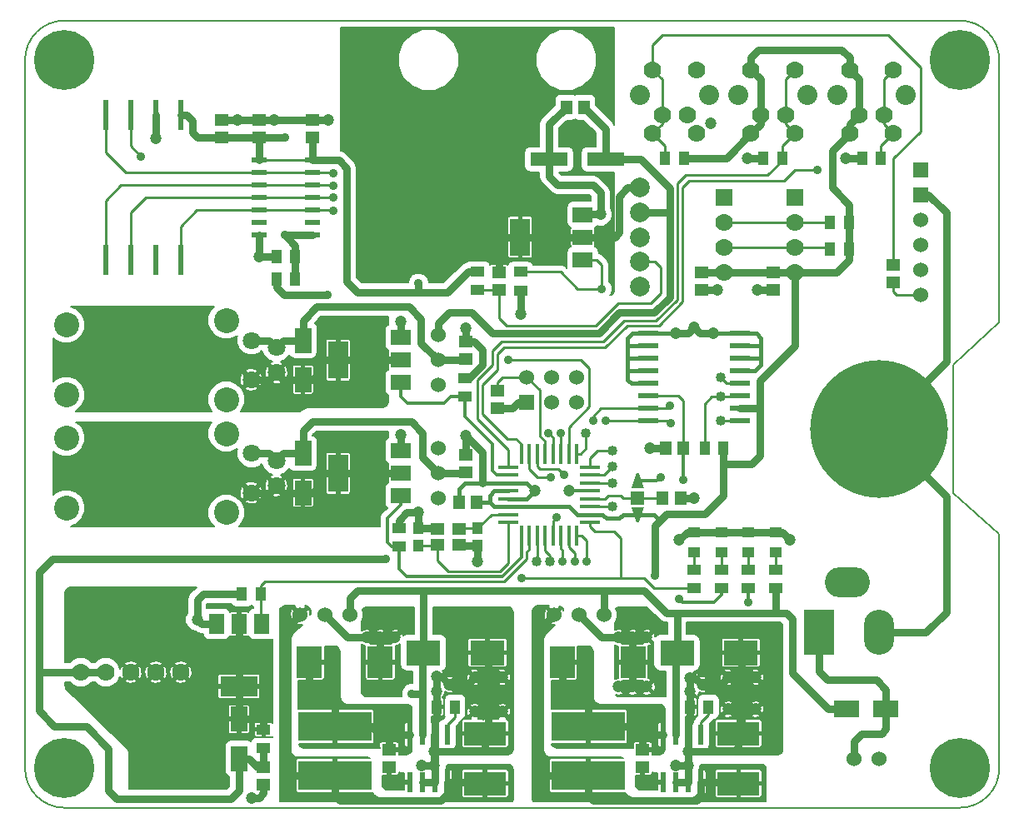
<source format=gbl>
%FSLAX46Y46*%
G04 Gerber Fmt 4.6, Leading zero omitted, Abs format (unit mm)*
G04 Created by KiCad (PCBNEW 4.0.1-2.201512121406+6195~38~ubuntu15.10.1-stable) date Sun Dec 27 19:40:30 2015*
%MOMM*%
G01*
G04 APERTURE LIST*
%ADD10C,0.025400*%
%ADD11C,0.127000*%
%ADD12C,1.200000*%
%ADD13C,1.016000*%
%ADD14C,14.000000*%
%ADD15R,1.700000X2.500000*%
%ADD16R,2.500000X1.700000*%
%ADD17R,1.270000X1.016000*%
%ADD18R,1.400000X1.400000*%
%ADD19R,1.524000X1.524000*%
%ADD20C,1.524000*%
%ADD21C,1.778000*%
%ADD22R,1.778000X1.778000*%
%ADD23C,2.540000*%
%ADD24C,1.800000*%
%ADD25O,3.048000X4.572000*%
%ADD26R,3.048000X4.572000*%
%ADD27O,4.572000X3.048000*%
%ADD28R,2.032000X3.810000*%
%ADD29R,2.032000X1.524000*%
%ADD30R,3.810000X2.032000*%
%ADD31R,1.524000X2.032000*%
%ADD32C,6.096000*%
%ADD33C,2.032000*%
%ADD34R,1.998980X0.599440*%
%ADD35R,1.998980X0.449580*%
%ADD36R,0.449580X1.998980*%
%ADD37R,1.400000X1.200000*%
%ADD38R,1.000000X1.450000*%
%ADD39R,1.450000X1.000000*%
%ADD40R,1.100000X1.150000*%
%ADD41C,2.000000*%
%ADD42R,0.609600X2.032000*%
%ADD43R,1.450000X1.150000*%
%ADD44R,1.150000X1.450000*%
%ADD45R,4.300000X2.400000*%
%ADD46R,3.500000X2.500000*%
%ADD47R,7.500000X3.000000*%
%ADD48R,1.549400X0.596900*%
%ADD49R,2.600000X3.200000*%
%ADD50R,3.800000X1.400000*%
%ADD51R,0.609600X3.048000*%
%ADD52C,0.889000*%
%ADD53C,0.304800*%
%ADD54C,0.762000*%
%ADD55C,0.254000*%
%ADD56C,0.381000*%
%ADD57C,0.203200*%
G04 APERTURE END LIST*
D10*
D11*
X4000000Y0D02*
X95000000Y0D01*
X99000000Y49300000D02*
X94300000Y45000000D01*
X99000000Y76000000D02*
X99000000Y49300000D01*
X94300000Y38500000D02*
X94300000Y45000000D01*
X94300000Y32000000D02*
X94300000Y38500000D01*
X99000000Y27800000D02*
X94300000Y32000000D01*
X99000000Y4000000D02*
X99000000Y27800000D01*
X0Y76000000D02*
X0Y4000000D01*
X95000000Y80000000D02*
X4000000Y80000000D01*
X99000000Y76000000D02*
G75*
G03X95000000Y80000000I-4000000J0D01*
G01*
X95000000Y0D02*
G75*
G03X99000000Y4000000I0J4000000D01*
G01*
X0Y4000000D02*
G75*
G03X4000000Y0I4000000J0D01*
G01*
X4000000Y80000000D02*
G75*
G03X0Y76000000I0J-4000000D01*
G01*
D12*
X60300000Y12300000D03*
X61750000Y12300000D03*
X63200000Y12300000D03*
X50350000Y50200000D03*
X45700000Y9750000D03*
X47100000Y9750000D03*
X45700000Y13250000D03*
X47100000Y13250000D03*
X71450000Y10000000D03*
X72850000Y10000000D03*
X71450000Y13250000D03*
X72850000Y13250000D03*
X63200000Y17300000D03*
X61750000Y17300000D03*
X37600000Y17300000D03*
X67600000Y13200000D03*
X68800000Y12500000D03*
X67400000Y4300000D03*
X67400000Y5700000D03*
X66100000Y4300000D03*
X41800000Y13300000D03*
X41800000Y11800000D03*
X67600000Y11800000D03*
X41600000Y5700000D03*
X43100000Y12500000D03*
X41600000Y4300000D03*
X23000000Y1000000D03*
X74250000Y10000000D03*
X74250000Y13250000D03*
X60300000Y17300000D03*
X48500000Y13250000D03*
X17500000Y19100000D03*
X44750000Y48750000D03*
X63500000Y36500000D03*
X66500000Y27250000D03*
X77750000Y27250000D03*
X68000000Y48800000D03*
X69900000Y48200000D03*
X66100000Y48200000D03*
X46000000Y25000000D03*
X58500000Y60300000D03*
X74400000Y52600000D03*
X70350000Y52600000D03*
X83400000Y66000000D03*
X73400000Y66000000D03*
X69700000Y69600000D03*
X38200000Y49400000D03*
X38200000Y37900000D03*
X68000000Y31500000D03*
X55300000Y32200000D03*
X40000000Y30000000D03*
X51800000Y32200000D03*
X23800000Y56000000D03*
X30800000Y69900000D03*
X21600000Y69900000D03*
X13300000Y68000000D03*
X25300000Y69900000D03*
D13*
X57000000Y38100000D03*
X70700000Y41800000D03*
X70700000Y43700000D03*
X70700000Y39300000D03*
X52000000Y25000000D03*
X59700000Y34700000D03*
X59700000Y36300000D03*
X59650000Y30600000D03*
X59700000Y33000000D03*
X53350000Y25000000D03*
D14*
X86750000Y38500000D03*
D15*
X28250000Y47500000D03*
X28250000Y43500000D03*
X21750000Y5000000D03*
X21750000Y9000000D03*
D16*
X83500000Y10000000D03*
X87500000Y10000000D03*
D17*
X73500000Y25984000D03*
X73500000Y28016000D03*
X70750000Y25984000D03*
X70750000Y28016000D03*
X68000000Y25984000D03*
X68000000Y28016000D03*
X76250000Y25984000D03*
X76250000Y28016000D03*
D15*
X28250000Y36000000D03*
X28250000Y32000000D03*
D10*
G36*
X62123000Y33976500D02*
X62377000Y33976500D01*
X62885000Y32452500D01*
X61615000Y32452500D01*
X62123000Y33976500D01*
X62123000Y33976500D01*
G37*
G36*
X61615000Y30547500D02*
X62885000Y30547500D01*
X62377000Y29023500D01*
X62123000Y29023500D01*
X61615000Y30547500D01*
X61615000Y30547500D01*
G37*
D18*
X62250000Y31500000D03*
D19*
X50960000Y41230000D03*
D20*
X50960000Y43770000D03*
X53500000Y41230000D03*
X53500000Y43770000D03*
X56040000Y41230000D03*
X56040000Y43770000D03*
D19*
X91000000Y64850000D03*
X91000000Y62310000D03*
D20*
X91000000Y59770000D03*
X91000000Y57230000D03*
X91000000Y54690000D03*
X91000000Y52150000D03*
D21*
X78250000Y54440000D03*
X78250000Y56980000D03*
X78250000Y59520000D03*
D22*
X78250000Y62060000D03*
D21*
X71000000Y54440000D03*
X71000000Y56980000D03*
X71000000Y59520000D03*
D22*
X71000000Y62060000D03*
D20*
X42000000Y42960000D03*
X42000000Y45500000D03*
X42000000Y48040000D03*
X84230000Y5000000D03*
X86770000Y5000000D03*
D23*
X4204000Y41944000D03*
X4204000Y49056000D03*
X20460000Y49513200D03*
X20460000Y41486800D03*
D24*
X23000000Y43500000D03*
X23000000Y47500000D03*
X25540000Y44230000D03*
X25540000Y46770000D03*
D25*
X86750000Y17800000D03*
D26*
X80654000Y17800000D03*
D27*
X83575000Y22880000D03*
D20*
X42000000Y31460000D03*
X42000000Y34000000D03*
X42000000Y36540000D03*
D23*
X4204000Y30444000D03*
X4204000Y37556000D03*
X20460000Y38013200D03*
X20460000Y29986800D03*
D24*
X23000000Y32000000D03*
X23000000Y36000000D03*
X25540000Y32730000D03*
X25540000Y35270000D03*
D28*
X31825000Y45500000D03*
D29*
X38175000Y45500000D03*
X38175000Y47786000D03*
X38175000Y43214000D03*
D28*
X50325000Y58000000D03*
D29*
X56675000Y58000000D03*
X56675000Y60286000D03*
X56675000Y55714000D03*
D28*
X31825000Y34000000D03*
D29*
X38175000Y34000000D03*
X38175000Y36286000D03*
X38175000Y31714000D03*
D30*
X21750000Y12325000D03*
D31*
X21750000Y18675000D03*
X19464000Y18675000D03*
X24036000Y18675000D03*
D32*
X4000000Y76000000D03*
X95000000Y76000000D03*
X4000000Y4000000D03*
X95000000Y4000000D03*
D21*
X8210000Y13750000D03*
X15830000Y13750000D03*
X13290000Y13750000D03*
X5670000Y13750000D03*
X10750000Y13750000D03*
X68222500Y75000000D03*
X63777500Y75000000D03*
D33*
X69492500Y72460000D03*
X62507500Y72460000D03*
D21*
X63777500Y68523000D03*
X68222500Y68523000D03*
X64730000Y70428000D03*
X67270000Y70428000D03*
X88222500Y75000000D03*
X83777500Y75000000D03*
D33*
X89492500Y72460000D03*
X82507500Y72460000D03*
D21*
X83777500Y68523000D03*
X88222500Y68523000D03*
X84730000Y70428000D03*
X87270000Y70428000D03*
X78222500Y75000000D03*
X73777500Y75000000D03*
D33*
X79492500Y72460000D03*
X72507500Y72460000D03*
D21*
X73777500Y68523000D03*
X78222500Y68523000D03*
X74730000Y70428000D03*
X77270000Y70428000D03*
D34*
X72650740Y39305000D03*
X72650740Y40575000D03*
X72650740Y41845000D03*
X72650740Y43115000D03*
X72650740Y44385000D03*
X72650740Y45655000D03*
X72650740Y46925000D03*
X72650740Y48195000D03*
X63349260Y48195000D03*
X63349260Y46925000D03*
X63349260Y45655000D03*
X63349260Y44385000D03*
X63349260Y43115000D03*
X63349260Y41845000D03*
X63349260Y40575000D03*
X63349260Y39305000D03*
D35*
X49099640Y29000920D03*
X49099640Y29801020D03*
X49099640Y30601120D03*
X49099640Y31401220D03*
X49099640Y32198780D03*
X49099640Y32998880D03*
X49099640Y33798980D03*
X49099640Y34599080D03*
X57400360Y34599080D03*
X57400360Y29000920D03*
X57400360Y29801020D03*
X57400360Y30601120D03*
X57400360Y31401220D03*
X57400360Y32198780D03*
X57400360Y32998880D03*
X57400360Y33798980D03*
D36*
X50450920Y35950360D03*
X51251020Y35950360D03*
X52051120Y35950360D03*
X52851220Y35950360D03*
X53648780Y35950360D03*
X54448880Y35950360D03*
X55248980Y35950360D03*
X56049080Y35950360D03*
X50450920Y27649640D03*
X51251020Y27649640D03*
X52051120Y27649640D03*
X52851220Y27649640D03*
X53648780Y27649640D03*
X54448880Y27649640D03*
X55248980Y27649640D03*
X56049080Y27649640D03*
D37*
X44100000Y28300000D03*
X41900000Y26700000D03*
X44100000Y26700000D03*
X41900000Y28300000D03*
D12*
X44800000Y37800000D03*
D38*
X76950000Y66000000D03*
X75050000Y66000000D03*
X86950000Y66000000D03*
X85050000Y66000000D03*
D39*
X76250000Y22300000D03*
X76250000Y24200000D03*
D38*
X70950000Y36500000D03*
X69050000Y36500000D03*
D39*
X68000000Y22300000D03*
X68000000Y24200000D03*
X70750000Y22300000D03*
X70750000Y24200000D03*
X73500000Y22300000D03*
X73500000Y24200000D03*
X24250000Y6050000D03*
X24250000Y7950000D03*
X45950000Y54500000D03*
X45950000Y52600000D03*
D38*
X25550000Y56000000D03*
X27450000Y56000000D03*
X83700000Y56750000D03*
X81800000Y56750000D03*
X83700000Y59500000D03*
X81800000Y59500000D03*
X66950000Y66000000D03*
X65050000Y66000000D03*
D40*
X40000000Y26600000D03*
X40000000Y28400000D03*
X46000000Y28400000D03*
X46000000Y26600000D03*
D41*
X62500000Y53000000D03*
X62500000Y55500000D03*
X62500000Y58000000D03*
X62500000Y63000000D03*
X62500000Y60500000D03*
D38*
X69450000Y10250000D03*
X67550000Y10250000D03*
X43700000Y10250000D03*
X41800000Y10250000D03*
D12*
X34700000Y17300000D03*
X48500000Y9750000D03*
D42*
X39095000Y7413000D03*
X39095000Y2587000D03*
X40365000Y7413000D03*
X41635000Y7413000D03*
X42905000Y7413000D03*
X40365000Y2587000D03*
X41635000Y2587000D03*
X42905000Y2587000D03*
X64845000Y7413000D03*
X64845000Y2587000D03*
X66115000Y7413000D03*
X67385000Y7413000D03*
X68655000Y7413000D03*
X66115000Y2587000D03*
X67385000Y2587000D03*
X68655000Y2587000D03*
D43*
X37000000Y5900000D03*
X37000000Y4100000D03*
X62750000Y5900000D03*
X62750000Y4100000D03*
D44*
X64800000Y31500000D03*
X66600000Y31500000D03*
D43*
X88250000Y55150000D03*
X88250000Y53350000D03*
X29250000Y68100000D03*
X29250000Y69900000D03*
X23750000Y68100000D03*
X23750000Y69900000D03*
X76000000Y54400000D03*
X76000000Y52600000D03*
X20000000Y68100000D03*
X20000000Y69900000D03*
X68750000Y54400000D03*
X68750000Y52600000D03*
X44750000Y45600000D03*
X44750000Y47400000D03*
X24250000Y4150000D03*
X24250000Y2350000D03*
D44*
X56800000Y71200000D03*
X55000000Y71200000D03*
X66900000Y36500000D03*
X65100000Y36500000D03*
X45900000Y31000000D03*
X44100000Y31000000D03*
D43*
X48150000Y52600000D03*
X48150000Y54400000D03*
X44750000Y34100000D03*
X44750000Y35900000D03*
D45*
X46750000Y2460000D03*
X46750000Y7540000D03*
X72500000Y2460000D03*
X72500000Y7540000D03*
D20*
X53760000Y19600000D03*
X56300000Y19600000D03*
X58840000Y19600000D03*
X27960000Y19600000D03*
X30500000Y19600000D03*
X33040000Y19600000D03*
D46*
X40500000Y15750000D03*
X47000000Y15750000D03*
X66250000Y15750000D03*
X72750000Y15750000D03*
D47*
X31500000Y8250000D03*
X31500000Y3250000D03*
X57250000Y8250000D03*
X57250000Y3250000D03*
D38*
X25550000Y53700000D03*
X27450000Y53700000D03*
D12*
X40300000Y4300000D03*
X36100000Y17300000D03*
D39*
X44700000Y41750000D03*
X44700000Y43650000D03*
X38000000Y26550000D03*
X38000000Y28450000D03*
D38*
X22050000Y21700000D03*
X23950000Y21700000D03*
D39*
X50350000Y52550000D03*
X50350000Y54450000D03*
D48*
X23807600Y60730000D03*
X23807600Y59460000D03*
X23807600Y58190000D03*
X29192400Y60730000D03*
X23807600Y64540000D03*
X23807600Y63270000D03*
X23807600Y62000000D03*
X29192400Y63270000D03*
X29192400Y64540000D03*
X29192400Y65810000D03*
X29192400Y59460000D03*
X23807600Y65810000D03*
X29192400Y58190000D03*
X29192400Y62000000D03*
D49*
X36100000Y14800000D03*
X28900000Y14800000D03*
X61800000Y14800000D03*
X54600000Y14800000D03*
D50*
X59000000Y65900000D03*
X53250000Y65900000D03*
D51*
X15810000Y70366000D03*
X13270000Y70366000D03*
X10730000Y70366000D03*
X8190000Y70366000D03*
X8190000Y55634000D03*
X10730000Y55634000D03*
X13270000Y55634000D03*
X15810000Y55634000D03*
D43*
X48000000Y42400000D03*
X48000000Y40600000D03*
D52*
X66450000Y21250000D03*
X30700000Y52100000D03*
X64600000Y33600000D03*
X39300000Y11600000D03*
X49100000Y45550000D03*
X11800000Y66200000D03*
X58600000Y52750000D03*
X54000000Y29500000D03*
X54650000Y25000000D03*
X31300000Y62000000D03*
X80500000Y64800000D03*
X66900000Y33300000D03*
X40000000Y53300000D03*
X73500000Y20900000D03*
X64000000Y23600000D03*
X36700000Y25300000D03*
X26400000Y68100000D03*
X26400000Y58200000D03*
X31300000Y60700000D03*
X55850000Y25000000D03*
X31300000Y63200000D03*
X50500000Y23300000D03*
X31300000Y64500000D03*
X57050000Y25000000D03*
X54800000Y33800000D03*
X53400000Y33600000D03*
X65600000Y39100000D03*
X53200000Y38100000D03*
X59000000Y39300000D03*
X57750000Y39300000D03*
X54400000Y38100000D03*
X65500000Y40900000D03*
D53*
X70750000Y22300000D02*
X70750000Y21600000D01*
X66800000Y20900000D02*
X66450000Y21250000D01*
X70050000Y20900000D02*
X66800000Y20900000D01*
X70750000Y21600000D02*
X70050000Y20900000D01*
D54*
X30700000Y52100000D02*
X26300000Y52100000D01*
X26300000Y52100000D02*
X25550000Y52850000D01*
X25550000Y52850000D02*
X25550000Y53700000D01*
X26200000Y4500000D02*
X26200000Y17840000D01*
X26200000Y17840000D02*
X27960000Y19600000D01*
X26200000Y4500000D02*
X27450000Y3250000D01*
X31500000Y3250000D02*
X27450000Y3250000D01*
D53*
X64214500Y33214500D02*
X64600000Y33600000D01*
X62250000Y33214500D02*
X64214500Y33214500D01*
D54*
X42905000Y2587000D02*
X42905000Y1405000D01*
X42905000Y1405000D02*
X42250000Y750000D01*
X42250000Y750000D02*
X32000000Y750000D01*
X32000000Y750000D02*
X31500000Y1250000D01*
X31500000Y1250000D02*
X31500000Y3250000D01*
X42905000Y2587000D02*
X46623000Y2587000D01*
X46623000Y2587000D02*
X46750000Y2460000D01*
D55*
X64800000Y31500000D02*
X62250000Y31500000D01*
X57400360Y31401220D02*
X58901220Y31401220D01*
X60750000Y31500000D02*
X62250000Y31500000D01*
X60500000Y31750000D02*
X60750000Y31500000D01*
X59250000Y31750000D02*
X60500000Y31750000D01*
X58901220Y31401220D02*
X59250000Y31750000D01*
D54*
X28250000Y47500000D02*
X28250000Y49500000D01*
X40250000Y47250000D02*
X42000000Y45500000D01*
X40250000Y49650000D02*
X40250000Y47250000D01*
X39000000Y50900000D02*
X40250000Y49650000D01*
X29650000Y50900000D02*
X39000000Y50900000D01*
X28250000Y49500000D02*
X29650000Y50900000D01*
X28250000Y47500000D02*
X26270000Y47500000D01*
X26270000Y47500000D02*
X25540000Y46770000D01*
X23000000Y47500000D02*
X24810000Y47500000D01*
X24810000Y47500000D02*
X25540000Y46770000D01*
X42000000Y45500000D02*
X44650000Y45500000D01*
X44650000Y45500000D02*
X44750000Y45600000D01*
X28250000Y36000000D02*
X28250000Y38300000D01*
X40400000Y35600000D02*
X42000000Y34000000D01*
X40400000Y38100000D02*
X40400000Y35600000D01*
X39250000Y39250000D02*
X40400000Y38100000D01*
X29200000Y39250000D02*
X39250000Y39250000D01*
X28250000Y38300000D02*
X29200000Y39250000D01*
X28250000Y36000000D02*
X26270000Y36000000D01*
X26270000Y36000000D02*
X25540000Y35270000D01*
X23000000Y36000000D02*
X24810000Y36000000D01*
X24810000Y36000000D02*
X25540000Y35270000D01*
X42000000Y34000000D02*
X44650000Y34000000D01*
X44650000Y34000000D02*
X44750000Y34100000D01*
X28250000Y43500000D02*
X29250000Y43500000D01*
X30500000Y45500000D02*
X31825000Y45500000D01*
X29750000Y44750000D02*
X30500000Y45500000D01*
X29750000Y44000000D02*
X29750000Y44750000D01*
X29250000Y43500000D02*
X29750000Y44000000D01*
X28250000Y43500000D02*
X26270000Y43500000D01*
X26270000Y43500000D02*
X25540000Y44230000D01*
X23000000Y43500000D02*
X24810000Y43500000D01*
X24810000Y43500000D02*
X25540000Y44230000D01*
X31825000Y45500000D02*
X38175000Y45500000D01*
X28250000Y32000000D02*
X29250000Y32000000D01*
X30500000Y34000000D02*
X31825000Y34000000D01*
X29750000Y33250000D02*
X30500000Y34000000D01*
X29750000Y32500000D02*
X29750000Y33250000D01*
X29250000Y32000000D02*
X29750000Y32500000D01*
X28250000Y32000000D02*
X26270000Y32000000D01*
X26270000Y32000000D02*
X25540000Y32730000D01*
X23000000Y32000000D02*
X24810000Y32000000D01*
X24810000Y32000000D02*
X25540000Y32730000D01*
X38175000Y34000000D02*
X31825000Y34000000D01*
X59000000Y65900000D02*
X59000000Y69000000D01*
X59000000Y69000000D02*
X56800000Y71200000D01*
X59000000Y65900000D02*
X62550000Y65900000D01*
X62550000Y65900000D02*
X65500000Y62950000D01*
X65500000Y62950000D02*
X65500000Y60500000D01*
X63900000Y50300000D02*
X60400000Y50300000D01*
X42000000Y49200000D02*
X42000000Y48040000D01*
X43100000Y50300000D02*
X42000000Y49200000D01*
X45400000Y50300000D02*
X43100000Y50300000D01*
X65500000Y51900000D02*
X65500000Y60500000D01*
X63900000Y50300000D02*
X65500000Y51900000D01*
X58300000Y48200000D02*
X47500000Y48200000D01*
X47500000Y48200000D02*
X45400000Y50300000D01*
X60400000Y50300000D02*
X58300000Y48200000D01*
X62500000Y60500000D02*
X65500000Y60500000D01*
X40500000Y22100000D02*
X33800000Y22100000D01*
X33040000Y21340000D02*
X33040000Y19600000D01*
X33800000Y22100000D02*
X33040000Y21340000D01*
X40500000Y15750000D02*
X40500000Y22100000D01*
X58840000Y22100000D02*
X40500000Y22100000D01*
X78000000Y13650000D02*
X78000000Y19200000D01*
X77400000Y19800000D02*
X76250000Y19800000D01*
X78000000Y19200000D02*
X77400000Y19800000D01*
X66250000Y15750000D02*
X66250000Y19800000D01*
X76250000Y19800000D02*
X66250000Y19800000D01*
X66250000Y19800000D02*
X65200000Y19800000D01*
X62900000Y22100000D02*
X58840000Y22100000D01*
X65200000Y19800000D02*
X62900000Y22100000D01*
X58840000Y19600000D02*
X58840000Y22100000D01*
X39300000Y11600000D02*
X40365000Y11600000D01*
X76250000Y22300000D02*
X76250000Y19800000D01*
X78000000Y13650000D02*
X81650000Y10000000D01*
X66115000Y7413000D02*
X66115000Y15615000D01*
X66115000Y15615000D02*
X66250000Y15750000D01*
X40365000Y7413000D02*
X40365000Y11600000D01*
X40365000Y11600000D02*
X40365000Y15615000D01*
X40365000Y15615000D02*
X40500000Y15750000D01*
X81650000Y10000000D02*
X83500000Y10000000D01*
D55*
X55248980Y35950360D02*
X55248980Y38648980D01*
X55248980Y38648980D02*
X57350000Y40750000D01*
X49100000Y45550000D02*
X56500000Y45550000D01*
X56500000Y45550000D02*
X57350000Y44700000D01*
X57350000Y40750000D02*
X57350000Y44700000D01*
X11800000Y66200000D02*
X10730000Y67270000D01*
X10730000Y67270000D02*
X10730000Y70366000D01*
D53*
X44700000Y41750000D02*
X44700000Y39800000D01*
X47500000Y37000000D02*
X47500000Y34250000D01*
X44700000Y39800000D02*
X47500000Y37000000D01*
X47500000Y34250000D02*
X47951020Y33798980D01*
X47951020Y33798980D02*
X49099640Y33798980D01*
X44700000Y41750000D02*
X43250000Y41750000D01*
X43250000Y41750000D02*
X42600000Y41100000D01*
X42600000Y41100000D02*
X38900000Y41100000D01*
X38900000Y41100000D02*
X38175000Y41825000D01*
X38175000Y41825000D02*
X38175000Y43214000D01*
D55*
X48150000Y52600000D02*
X48150000Y49750000D01*
X48150000Y49750000D02*
X48900000Y49000000D01*
X48900000Y49000000D02*
X58000000Y49000000D01*
X48150000Y52600000D02*
X45950000Y52600000D01*
X63550000Y51250000D02*
X60250000Y51250000D01*
X63550000Y51250000D02*
X64600000Y52300000D01*
X64600000Y52300000D02*
X64600000Y54900000D01*
X64600000Y54900000D02*
X64000000Y55500000D01*
X64000000Y55500000D02*
X62500000Y55500000D01*
X60250000Y51250000D02*
X58000000Y49000000D01*
D54*
X21750000Y12325000D02*
X21750000Y18675000D01*
X21750000Y9000000D02*
X24000000Y9000000D01*
X24250000Y8750000D02*
X24250000Y7950000D01*
X24000000Y9000000D02*
X24250000Y8750000D01*
X21750000Y12325000D02*
X21750000Y9000000D01*
D55*
X50350000Y54450000D02*
X54400000Y54450000D01*
X56100000Y52750000D02*
X58600000Y52750000D01*
X54400000Y54450000D02*
X56100000Y52750000D01*
X58600000Y52750000D02*
X58600000Y55200000D01*
X58600000Y55200000D02*
X58086000Y55714000D01*
X58086000Y55714000D02*
X56675000Y55714000D01*
X53648780Y29148780D02*
X53648780Y27649640D01*
X53648780Y29148780D02*
X54000000Y29500000D01*
X56700000Y55689000D02*
X56675000Y55714000D01*
D53*
X38000000Y26550000D02*
X37250000Y26550000D01*
X36800000Y27000000D02*
X36800000Y29400000D01*
X36800000Y29400000D02*
X38175000Y30775000D01*
X38175000Y30775000D02*
X38175000Y31714000D01*
X37250000Y26550000D02*
X36800000Y27000000D01*
X48500000Y23500000D02*
X38800000Y23500000D01*
X38800000Y23500000D02*
X38000000Y24300000D01*
X38000000Y24300000D02*
X38000000Y26550000D01*
X50450920Y27649640D02*
X50450920Y25450920D01*
X48500000Y23500000D02*
X50450920Y25450920D01*
D55*
X23950000Y21700000D02*
X23950000Y18761000D01*
X23950000Y18761000D02*
X24036000Y18675000D01*
X48700000Y23000000D02*
X24400000Y23000000D01*
X51000000Y25300000D02*
X51000000Y26000000D01*
X48700000Y23000000D02*
X51000000Y25300000D01*
X51251020Y27649640D02*
X51251020Y26251020D01*
X51251020Y26251020D02*
X51000000Y26000000D01*
X23950000Y22550000D02*
X23950000Y21700000D01*
X24400000Y23000000D02*
X23950000Y22550000D01*
X54650000Y25000000D02*
X54650000Y26150000D01*
X54650000Y26150000D02*
X54448880Y26351120D01*
X54448880Y26351120D02*
X54448880Y27649640D01*
X29192400Y62000000D02*
X31300000Y62000000D01*
X29192400Y62000000D02*
X23807600Y62000000D01*
X23807600Y62000000D02*
X12250000Y62000000D01*
X10730000Y60480000D02*
X10730000Y55634000D01*
X12250000Y62000000D02*
X10730000Y60480000D01*
X52851220Y27649640D02*
X52851220Y26148780D01*
X53350000Y25650000D02*
X53350000Y25000000D01*
X52851220Y26148780D02*
X53350000Y25650000D01*
X49099640Y29801020D02*
X47401020Y29801020D01*
X47401020Y29801020D02*
X46000000Y28400000D01*
X46000000Y28400000D02*
X44200000Y28400000D01*
X44200000Y28400000D02*
X44100000Y28300000D01*
X49099640Y29000920D02*
X49099640Y24849640D01*
X41900000Y25100000D02*
X41900000Y26700000D01*
X43000000Y24000000D02*
X41900000Y25100000D01*
X48250000Y24000000D02*
X43000000Y24000000D01*
X49099640Y24849640D02*
X48250000Y24000000D01*
X40000000Y26600000D02*
X41800000Y26600000D01*
X41800000Y26600000D02*
X41900000Y26700000D01*
X57400360Y33798980D02*
X58798980Y33798980D01*
X58798980Y33798980D02*
X59700000Y34700000D01*
X57400360Y34599080D02*
X57400360Y35500360D01*
X58200000Y36300000D02*
X59700000Y36300000D01*
X57400360Y35500360D02*
X58200000Y36300000D01*
X57400360Y30601120D02*
X59648880Y30601120D01*
X59648880Y30601120D02*
X59650000Y30600000D01*
X57400360Y32998880D02*
X59698880Y32998880D01*
X59698880Y32998880D02*
X59700000Y33000000D01*
X49000000Y37500000D02*
X46500000Y40000000D01*
X66825000Y63025000D02*
X67500000Y63700000D01*
X50450920Y35950360D02*
X50450920Y36949080D01*
X50450920Y36949080D02*
X49900000Y37500000D01*
X49900000Y37500000D02*
X49000000Y37500000D01*
X61200000Y49000000D02*
X64400000Y49000000D01*
X46500000Y43000000D02*
X48000000Y44500000D01*
X46500000Y40000000D02*
X46500000Y43000000D01*
X48000000Y44500000D02*
X48000000Y46100000D01*
X48000000Y46100000D02*
X48650000Y46750000D01*
X66825000Y51425000D02*
X66825000Y63025000D01*
X67500000Y63700000D02*
X77100000Y63700000D01*
X48650000Y46750000D02*
X58950000Y46750000D01*
X77100000Y63700000D02*
X78200000Y64800000D01*
X58950000Y46750000D02*
X61200000Y49000000D01*
X64400000Y49000000D02*
X66825000Y51425000D01*
X78200000Y64800000D02*
X80500000Y64800000D01*
X86950000Y66000000D02*
X86950000Y67250500D01*
X86950000Y67250500D02*
X88222500Y68523000D01*
X87270000Y70428000D02*
X87270000Y69475500D01*
X87270000Y69475500D02*
X88222500Y68523000D01*
X87270000Y70428000D02*
X87270000Y74047500D01*
X87270000Y74047500D02*
X88222500Y75000000D01*
X52051120Y27649640D02*
X52051120Y25051120D01*
X52051120Y25051120D02*
X52000000Y25000000D01*
D54*
X80654000Y17800000D02*
X80654000Y13846000D01*
X87500000Y12000000D02*
X87500000Y10000000D01*
X86500000Y13000000D02*
X87500000Y12000000D01*
X81500000Y13000000D02*
X86500000Y13000000D01*
X80654000Y13846000D02*
X81500000Y13000000D01*
X87500000Y10000000D02*
X87500000Y8000000D01*
X84230000Y6730000D02*
X84230000Y5000000D01*
X85000000Y7500000D02*
X84230000Y6730000D01*
X87000000Y7500000D02*
X85000000Y7500000D01*
X87500000Y8000000D02*
X87000000Y7500000D01*
D55*
X70700000Y39300000D02*
X72645740Y39300000D01*
X72645740Y39300000D02*
X72650740Y39305000D01*
D53*
X66900000Y33300000D02*
X66900000Y36500000D01*
D55*
X66900000Y36500000D02*
X66900000Y41350000D01*
X66405000Y41845000D02*
X63349260Y41845000D01*
X66900000Y41350000D02*
X66405000Y41845000D01*
X72650740Y43115000D02*
X71285000Y43115000D01*
X71285000Y43115000D02*
X70700000Y43700000D01*
X70700000Y41800000D02*
X72605740Y41800000D01*
X72605740Y41800000D02*
X72650740Y41845000D01*
X69050000Y36500000D02*
X69050000Y41050000D01*
X69800000Y41800000D02*
X70700000Y41800000D01*
X69050000Y41050000D02*
X69800000Y41800000D01*
X49099640Y34599080D02*
X49099640Y36400360D01*
X49099640Y36400360D02*
X46000000Y39500000D01*
X46000000Y39500000D02*
X46000000Y43500000D01*
X46000000Y43500000D02*
X47500000Y45000000D01*
X66250000Y51650000D02*
X66250000Y63450000D01*
X47500000Y45000000D02*
X47500000Y46450000D01*
X47500000Y46450000D02*
X48400000Y47350000D01*
X48400000Y47350000D02*
X58750000Y47350000D01*
X66250000Y63450000D02*
X67100000Y64300000D01*
X58750000Y47350000D02*
X60900000Y49500000D01*
X67100000Y64300000D02*
X75475000Y64300000D01*
X60900000Y49500000D02*
X64100000Y49500000D01*
X64100000Y49500000D02*
X66250000Y51650000D01*
X76950000Y65775000D02*
X76950000Y66000000D01*
X75475000Y64300000D02*
X76950000Y65775000D01*
X76950000Y66000000D02*
X76950000Y67250500D01*
X76950000Y67250500D02*
X78222500Y68523000D01*
X77270000Y70428000D02*
X77270000Y69475500D01*
X77270000Y69475500D02*
X78222500Y68523000D01*
X77270000Y70428000D02*
X77270000Y74047500D01*
X77270000Y74047500D02*
X78222500Y75000000D01*
X91000000Y52150000D02*
X88600000Y52150000D01*
X88600000Y52150000D02*
X88250000Y52500000D01*
X88250000Y52500000D02*
X88250000Y53350000D01*
X88250000Y53350000D02*
X88250000Y53000000D01*
D54*
X48000000Y40600000D02*
X49500000Y40600000D01*
X50960000Y41230000D02*
X50130000Y41230000D01*
X50130000Y41230000D02*
X49500000Y40600000D01*
X44750000Y47400000D02*
X45600000Y47400000D01*
X45600000Y47400000D02*
X46500000Y46500000D01*
X46500000Y46500000D02*
X46500000Y45000000D01*
X46500000Y45000000D02*
X45150000Y43650000D01*
X45150000Y43650000D02*
X44700000Y43650000D01*
X45399999Y37200001D02*
X44800000Y37800000D01*
X46501120Y36098880D02*
X45399999Y37200001D01*
X46501120Y32998880D02*
X46501120Y36098880D01*
X53250000Y65900000D02*
X53250000Y64150000D01*
X58500000Y62500000D02*
X58500000Y60300000D01*
X57700000Y63300000D02*
X58500000Y62500000D01*
X54100000Y63300000D02*
X57700000Y63300000D01*
X53250000Y64150000D02*
X54100000Y63300000D01*
X53250000Y65900000D02*
X53250000Y69450000D01*
X53250000Y69450000D02*
X55000000Y71200000D01*
X36100000Y14800000D02*
X36100000Y17300000D01*
X61750000Y12300000D02*
X61750000Y14750000D01*
X61750000Y14750000D02*
X61800000Y14800000D01*
X61750000Y17300000D02*
X61750000Y14850000D01*
X61750000Y14850000D02*
X61800000Y14800000D01*
X34700000Y17300000D02*
X32800000Y17300000D01*
X32800000Y17300000D02*
X30500000Y19600000D01*
X60300000Y17300000D02*
X58600000Y17300000D01*
X58600000Y17300000D02*
X56300000Y19600000D01*
X60300000Y17300000D02*
X61750000Y17300000D01*
X63200000Y17300000D02*
X61750000Y17300000D01*
X61750000Y12300000D02*
X63200000Y12300000D01*
X60300000Y12300000D02*
X61750000Y12300000D01*
D53*
X57400360Y32198780D02*
X55301220Y32198780D01*
X55301220Y32198780D02*
X55300000Y32200000D01*
D54*
X67400000Y5700000D02*
X72050000Y5700000D01*
X72500000Y6150000D02*
X72500000Y7540000D01*
X72050000Y5700000D02*
X72500000Y6150000D01*
X41600000Y5700000D02*
X46400000Y5700000D01*
X46750000Y6050000D02*
X46750000Y7540000D01*
X46400000Y5700000D02*
X46750000Y6050000D01*
X50350000Y52550000D02*
X50350000Y50200000D01*
X70350000Y52600000D02*
X68750000Y52600000D01*
X76000000Y52600000D02*
X74400000Y52600000D01*
X43100000Y12500000D02*
X44950000Y12500000D01*
X44950000Y12500000D02*
X45700000Y13250000D01*
X68800000Y12500000D02*
X70700000Y12500000D01*
X70700000Y12500000D02*
X71450000Y13250000D01*
X22050000Y21700000D02*
X18100000Y21700000D01*
X17500000Y21100000D02*
X17500000Y19100000D01*
X18100000Y21700000D02*
X17500000Y21100000D01*
X38000000Y28450000D02*
X38000000Y29200000D01*
X38000000Y29200000D02*
X38800000Y30000000D01*
X38800000Y30000000D02*
X40000000Y30000000D01*
X47100000Y13250000D02*
X47100000Y15650000D01*
X47100000Y15650000D02*
X47000000Y15750000D01*
X48500000Y13250000D02*
X47100000Y13250000D01*
X45700000Y13250000D02*
X47100000Y13250000D01*
X47100000Y13250000D02*
X47100000Y9750000D01*
X47100000Y9750000D02*
X47100000Y7890000D01*
X47100000Y7890000D02*
X46750000Y7540000D01*
X47100000Y9750000D02*
X45700000Y9750000D01*
X48500000Y9750000D02*
X47100000Y9750000D01*
X72850000Y13250000D02*
X72850000Y15650000D01*
X72850000Y15650000D02*
X72750000Y15750000D01*
X72850000Y10000000D02*
X72850000Y7890000D01*
X72850000Y7890000D02*
X72500000Y7540000D01*
X72850000Y13250000D02*
X72850000Y10000000D01*
X72850000Y13250000D02*
X74250000Y13250000D01*
X71450000Y13250000D02*
X72850000Y13250000D01*
X72850000Y10000000D02*
X71450000Y10000000D01*
X74250000Y10000000D02*
X72850000Y10000000D01*
X37600000Y17300000D02*
X36100000Y17300000D01*
X34700000Y17300000D02*
X36100000Y17300000D01*
X67600000Y13200000D02*
X68100000Y13200000D01*
X68100000Y13200000D02*
X68800000Y12500000D01*
X67600000Y11800000D02*
X67600000Y13200000D01*
X67550000Y10250000D02*
X67550000Y11750000D01*
X67550000Y11750000D02*
X67600000Y11800000D01*
X67400000Y4300000D02*
X67400000Y5700000D01*
X67385000Y2587000D02*
X67385000Y4285000D01*
X67385000Y4285000D02*
X67400000Y4300000D01*
X66100000Y4300000D02*
X67400000Y4300000D01*
X41600000Y4300000D02*
X40300000Y4300000D01*
X41800000Y13300000D02*
X42300000Y13300000D01*
X42300000Y13300000D02*
X43100000Y12500000D01*
X41800000Y11800000D02*
X41800000Y13300000D01*
X41800000Y10250000D02*
X41800000Y11800000D01*
X41600000Y5700000D02*
X41600000Y7378000D01*
X41600000Y7378000D02*
X41635000Y7413000D01*
X41600000Y4300000D02*
X41600000Y5700000D01*
X23800000Y56000000D02*
X23800000Y58182400D01*
X23800000Y58182400D02*
X23807600Y58190000D01*
X25550000Y56000000D02*
X23800000Y56000000D01*
X24250000Y2350000D02*
X24250000Y1500000D01*
X24250000Y1500000D02*
X23750000Y1000000D01*
X23750000Y1000000D02*
X23000000Y1000000D01*
X41635000Y2587000D02*
X41635000Y7413000D01*
X40365000Y2587000D02*
X41635000Y2587000D01*
X67385000Y2587000D02*
X67385000Y7413000D01*
X66115000Y2587000D02*
X67385000Y2587000D01*
X41635000Y7413000D02*
X41635000Y8885000D01*
X41635000Y8885000D02*
X41800000Y9050000D01*
X41800000Y9050000D02*
X41800000Y10250000D01*
X67385000Y7413000D02*
X67385000Y8635000D01*
X67385000Y8635000D02*
X67550000Y8800000D01*
X67550000Y8800000D02*
X67550000Y10250000D01*
X44750000Y48750000D02*
X44750000Y47400000D01*
X69900000Y48200000D02*
X68600000Y48200000D01*
X68600000Y48200000D02*
X68000000Y48800000D01*
X66100000Y48200000D02*
X67400000Y48200000D01*
X67400000Y48200000D02*
X68000000Y48800000D01*
D56*
X49099640Y31401220D02*
X51001220Y31401220D01*
X51001220Y31401220D02*
X51800000Y32200000D01*
D54*
X19464000Y18675000D02*
X17925000Y18675000D01*
X17925000Y18675000D02*
X17500000Y19100000D01*
X68000000Y31500000D02*
X66600000Y31500000D01*
D56*
X72650740Y48195000D02*
X74305000Y48195000D01*
X74305000Y48195000D02*
X74750000Y47750000D01*
X63349260Y48195000D02*
X61695000Y48195000D01*
X61695000Y48195000D02*
X61250000Y47750000D01*
X66100000Y48200000D02*
X63354260Y48200000D01*
X63354260Y48200000D02*
X63349260Y48195000D01*
X69900000Y48200000D02*
X72645740Y48200000D01*
X72645740Y48200000D02*
X72650740Y48195000D01*
D54*
X13270000Y70366000D02*
X13270000Y68030000D01*
X13270000Y68030000D02*
X13300000Y68000000D01*
X30800000Y69900000D02*
X29250000Y69900000D01*
X63500000Y36500000D02*
X65100000Y36500000D01*
X85050000Y66000000D02*
X83400000Y66000000D01*
X75050000Y66000000D02*
X73400000Y66000000D01*
D56*
X49099640Y32998880D02*
X51001120Y32998880D01*
X51001120Y32998880D02*
X51800000Y32200000D01*
D54*
X91000000Y62310000D02*
X91790000Y62310000D01*
X93600000Y60500000D02*
X93600000Y45350000D01*
X93600000Y45350000D02*
X86750000Y38500000D01*
X91790000Y62310000D02*
X93600000Y60500000D01*
X86750000Y17800000D02*
X91500000Y17800000D01*
X91500000Y17800000D02*
X93600000Y19900000D01*
X93600000Y19900000D02*
X93600000Y31650000D01*
X93600000Y31650000D02*
X86750000Y38500000D01*
D56*
X46501120Y32998880D02*
X44698880Y32998880D01*
X44698880Y32998880D02*
X44100000Y32400000D01*
X44100000Y32400000D02*
X44100000Y31000000D01*
X49099640Y32998880D02*
X46501120Y32998880D01*
D54*
X44800000Y37800000D02*
X44800000Y35950000D01*
X44800000Y35950000D02*
X44750000Y35900000D01*
X68000000Y28016000D02*
X67266000Y28016000D01*
X67266000Y28016000D02*
X66500000Y27250000D01*
X76250000Y28016000D02*
X76984000Y28016000D01*
X76984000Y28016000D02*
X77750000Y27250000D01*
D56*
X74750000Y46925000D02*
X74750000Y47750000D01*
X72650740Y46925000D02*
X74750000Y46925000D01*
X72650740Y45655000D02*
X74750000Y45655000D01*
X72650740Y44385000D02*
X74135000Y44385000D01*
X74135000Y44385000D02*
X74750000Y45000000D01*
X74750000Y45000000D02*
X74750000Y45655000D01*
X74750000Y45655000D02*
X74750000Y46925000D01*
X61250000Y46925000D02*
X61250000Y47750000D01*
X63349260Y46925000D02*
X61250000Y46925000D01*
X63349260Y45655000D02*
X61250000Y45655000D01*
X63349260Y44385000D02*
X61250000Y44385000D01*
X63349260Y43115000D02*
X61635000Y43115000D01*
X61635000Y43115000D02*
X61250000Y43500000D01*
X61250000Y43500000D02*
X61250000Y44385000D01*
X61250000Y44385000D02*
X61250000Y45655000D01*
X61250000Y45655000D02*
X61250000Y46925000D01*
D54*
X46000000Y25000000D02*
X46000000Y26600000D01*
X40000000Y30000000D02*
X40000000Y28400000D01*
X58500000Y60300000D02*
X56689000Y60300000D01*
X56689000Y60300000D02*
X56675000Y60286000D01*
X38200000Y37900000D02*
X38200000Y36311000D01*
X38200000Y36311000D02*
X38175000Y36286000D01*
X38200000Y49400000D02*
X38200000Y47811000D01*
X38200000Y47811000D02*
X38175000Y47786000D01*
X23750000Y69900000D02*
X20000000Y69900000D01*
X29250000Y69900000D02*
X23750000Y69900000D01*
X73500000Y28016000D02*
X76250000Y28016000D01*
X70750000Y28016000D02*
X73500000Y28016000D01*
X68000000Y28016000D02*
X70750000Y28016000D01*
X40000000Y28400000D02*
X41800000Y28400000D01*
X41800000Y28400000D02*
X41900000Y28300000D01*
X46000000Y26600000D02*
X44200000Y26600000D01*
X44200000Y26600000D02*
X44100000Y26700000D01*
D55*
X56049080Y35950360D02*
X56450360Y35950360D01*
X57000000Y36500000D02*
X57000000Y38100000D01*
X56450360Y35950360D02*
X57000000Y36500000D01*
D54*
X40000000Y53300000D02*
X40000000Y52400000D01*
X32700000Y65000000D02*
X32700000Y53500000D01*
X32700000Y65000000D02*
X31890000Y65810000D01*
X29192400Y65810000D02*
X31890000Y65810000D01*
X32700000Y53500000D02*
X33800000Y52400000D01*
X33800000Y52400000D02*
X40000000Y52400000D01*
X42950000Y52400000D02*
X45050000Y54500000D01*
X40000000Y52400000D02*
X42950000Y52400000D01*
X45950000Y54500000D02*
X45050000Y54500000D01*
X71000000Y54440000D02*
X68790000Y54440000D01*
X68790000Y54440000D02*
X68750000Y54400000D01*
X71000000Y54440000D02*
X75960000Y54440000D01*
X75960000Y54440000D02*
X76000000Y54400000D01*
X78250000Y54440000D02*
X76040000Y54440000D01*
X76040000Y54440000D02*
X76000000Y54400000D01*
X68760000Y54390000D02*
X68750000Y54400000D01*
X75910000Y54440000D02*
X76000000Y54350000D01*
D55*
X29192400Y65810000D02*
X23807600Y65810000D01*
D54*
X52000000Y4200000D02*
X52000000Y17840000D01*
X52000000Y17840000D02*
X53760000Y19600000D01*
X52000000Y4200000D02*
X52950000Y3250000D01*
X57250000Y3250000D02*
X52950000Y3250000D01*
D53*
X73500000Y20900000D02*
X73500000Y22300000D01*
D54*
X64000000Y28700000D02*
X64000000Y23600000D01*
X64500000Y29200000D02*
X64000000Y28700000D01*
X68655000Y2587000D02*
X68655000Y1155000D01*
X57250000Y1250000D02*
X57250000Y3250000D01*
X57750000Y750000D02*
X57250000Y1250000D01*
X68250000Y750000D02*
X57750000Y750000D01*
X68655000Y1155000D02*
X68250000Y750000D01*
X68655000Y2587000D02*
X72373000Y2587000D01*
X72373000Y2587000D02*
X72500000Y2460000D01*
X5670000Y13750000D02*
X1400000Y13750000D01*
X8210000Y13750000D02*
X5670000Y13750000D01*
D56*
X49099640Y32198780D02*
X47698780Y32198780D01*
X47250000Y31750000D02*
X47250000Y31000000D01*
X47698780Y32198780D02*
X47250000Y31750000D01*
D54*
X20920000Y920000D02*
X9330000Y920000D01*
X20920000Y920000D02*
X21750000Y1750000D01*
X21750000Y1750000D02*
X21750000Y5000000D01*
X3000000Y8250000D02*
X6250000Y8250000D01*
X1400000Y9850000D02*
X3000000Y8250000D01*
X6250000Y8250000D02*
X8500000Y6000000D01*
X1400000Y13750000D02*
X1400000Y9850000D01*
X9330000Y920000D02*
X8500000Y1750000D01*
X8500000Y1750000D02*
X8500000Y6000000D01*
X1400000Y23950000D02*
X1400000Y13750000D01*
X2750000Y25300000D02*
X1400000Y23950000D01*
X36700000Y25300000D02*
X2750000Y25300000D01*
X24250000Y4150000D02*
X23600000Y4150000D01*
X23600000Y4150000D02*
X22750000Y5000000D01*
X22750000Y5000000D02*
X21750000Y5000000D01*
X24250000Y4150000D02*
X24250000Y6050000D01*
D56*
X62250000Y29785500D02*
X63914500Y29785500D01*
X63914500Y29785500D02*
X64500000Y29200000D01*
D54*
X65150000Y29850000D02*
X64500000Y29200000D01*
X69100000Y29850000D02*
X65150000Y29850000D01*
X69100000Y29850000D02*
X70950000Y31700000D01*
X70950000Y34900000D02*
X70950000Y31700000D01*
X72650740Y40575000D02*
X74700000Y40575000D01*
X70950000Y34900000D02*
X73800000Y34900000D01*
X78250000Y46950000D02*
X78250000Y54440000D01*
X74700000Y43400000D02*
X78250000Y46950000D01*
X74700000Y35800000D02*
X74700000Y40575000D01*
X74700000Y40575000D02*
X74700000Y43400000D01*
X73800000Y34900000D02*
X74700000Y35800000D01*
X83700000Y59500000D02*
X83700000Y61300000D01*
X82000000Y66745500D02*
X83777500Y68523000D01*
X82000000Y63000000D02*
X82000000Y66745500D01*
X83700000Y61300000D02*
X82000000Y63000000D01*
X66950000Y66000000D02*
X71254500Y66000000D01*
X71254500Y66000000D02*
X73777500Y68523000D01*
X83777500Y75000000D02*
X83777500Y76222500D01*
X74500000Y77000000D02*
X73777500Y76277500D01*
X83000000Y77000000D02*
X74500000Y77000000D01*
X83777500Y76222500D02*
X83000000Y77000000D01*
X73777500Y76277500D02*
X73777500Y75000000D01*
X84730000Y70428000D02*
X84730000Y74047500D01*
X84730000Y74047500D02*
X83777500Y75000000D01*
X83777500Y68523000D02*
X83777500Y69475500D01*
X83777500Y69475500D02*
X84730000Y70428000D01*
X74730000Y70428000D02*
X74730000Y74047500D01*
X74730000Y74047500D02*
X73777500Y75000000D01*
X74730000Y70428000D02*
X74730000Y69475500D01*
X74730000Y69475500D02*
X73777500Y68523000D01*
D56*
X57400360Y29801020D02*
X58698980Y29801020D01*
X60785500Y29785500D02*
X62250000Y29785500D01*
X60400000Y29400000D02*
X60785500Y29785500D01*
X59100000Y29400000D02*
X60400000Y29400000D01*
X58698980Y29801020D02*
X59100000Y29400000D01*
X49099640Y30601120D02*
X55298880Y30601120D01*
X56098980Y29801020D02*
X57400360Y29801020D01*
X55298880Y30601120D02*
X56098980Y29801020D01*
D54*
X70950000Y34900000D02*
X70950000Y36500000D01*
X29192400Y65810000D02*
X29192400Y68042400D01*
X29192400Y68042400D02*
X29250000Y68100000D01*
X83700000Y56750000D02*
X83700000Y59500000D01*
X78250000Y54440000D02*
X82440000Y54440000D01*
X82440000Y54440000D02*
X83700000Y55700000D01*
X83700000Y55700000D02*
X83700000Y56750000D01*
X78160000Y54350000D02*
X78250000Y54440000D01*
D56*
X49099640Y30601120D02*
X47648880Y30601120D01*
X47250000Y31000000D02*
X45900000Y31000000D01*
X47648880Y30601120D02*
X47250000Y31000000D01*
D54*
X29192400Y58190000D02*
X26410000Y58190000D01*
X26410000Y58190000D02*
X26400000Y58200000D01*
X27450000Y56000000D02*
X27450000Y53700000D01*
X27450000Y56000000D02*
X27450000Y57150000D01*
X26400000Y68100000D02*
X23750000Y68100000D01*
X27450000Y57150000D02*
X26400000Y58200000D01*
X15810000Y70366000D02*
X16434000Y70366000D01*
X17000000Y68600000D02*
X17500000Y68100000D01*
X17000000Y69800000D02*
X17000000Y68600000D01*
X16434000Y70366000D02*
X17000000Y69800000D01*
X23750000Y68100000D02*
X20000000Y68100000D01*
X20000000Y68100000D02*
X17500000Y68100000D01*
X23807600Y65810000D02*
X23807600Y68042400D01*
X23807600Y68042400D02*
X23750000Y68100000D01*
D55*
X50960000Y43770000D02*
X48541000Y43770000D01*
X48541000Y43770000D02*
X48000000Y43229000D01*
X48000000Y43229000D02*
X48000000Y42400000D01*
X91000000Y75250000D02*
X91000000Y68750000D01*
X91000000Y68750000D02*
X88250000Y66000000D01*
X88250000Y55150000D02*
X88250000Y66000000D01*
X52851220Y35950360D02*
X52851220Y37248780D01*
X52300000Y42430000D02*
X50960000Y43770000D01*
X52300000Y37800000D02*
X52300000Y42430000D01*
X52851220Y37248780D02*
X52300000Y37800000D01*
X63777500Y77527500D02*
X63777500Y75000000D01*
X64750000Y78500000D02*
X63777500Y77527500D01*
X87750000Y78500000D02*
X64750000Y78500000D01*
X91000000Y75250000D02*
X87750000Y78500000D01*
X64730000Y70428000D02*
X64730000Y74047500D01*
X64730000Y74047500D02*
X63777500Y75000000D01*
X64730000Y70428000D02*
X64730000Y69475500D01*
X64730000Y69475500D02*
X63777500Y68523000D01*
X65050000Y66000000D02*
X65050000Y67250500D01*
X65050000Y67250500D02*
X63777500Y68523000D01*
X73500000Y25984000D02*
X73500000Y24200000D01*
X70750000Y25984000D02*
X70750000Y24200000D01*
X68000000Y25984000D02*
X68000000Y24200000D01*
X76250000Y25984000D02*
X76250000Y24200000D01*
X31270000Y60730000D02*
X29192400Y60730000D01*
X31300000Y60700000D02*
X31270000Y60730000D01*
X55850000Y25000000D02*
X55850000Y25900000D01*
X55850000Y25900000D02*
X55248980Y26501020D01*
X55248980Y26501020D02*
X55248980Y27649640D01*
X29192400Y60730000D02*
X23807600Y60730000D01*
X23807600Y60730000D02*
X17480000Y60730000D01*
X15810000Y59060000D02*
X15810000Y55634000D01*
X17480000Y60730000D02*
X15810000Y59060000D01*
X57400360Y29000920D02*
X57400360Y28549640D01*
X60500000Y27400000D02*
X60500000Y23300000D01*
X59850000Y28050000D02*
X60500000Y27400000D01*
X57900000Y28050000D02*
X59850000Y28050000D01*
X57400360Y28549640D02*
X57900000Y28050000D01*
X31230000Y63270000D02*
X29192400Y63270000D01*
X31300000Y63200000D02*
X31230000Y63270000D01*
X29192400Y63270000D02*
X23807600Y63270000D01*
X23807600Y63270000D02*
X9770000Y63270000D01*
X8190000Y61690000D02*
X8190000Y55634000D01*
X9770000Y63270000D02*
X8190000Y61690000D01*
X50500000Y23300000D02*
X60500000Y23300000D01*
X60500000Y23300000D02*
X62900000Y23300000D01*
X68000000Y22300000D02*
X63900000Y22300000D01*
X62900000Y23300000D02*
X63900000Y22300000D01*
X31300000Y64500000D02*
X31260000Y64540000D01*
X31260000Y64540000D02*
X29192400Y64540000D01*
X57050000Y25000000D02*
X57050000Y27150000D01*
X57050000Y27150000D02*
X56550360Y27649640D01*
X56550360Y27649640D02*
X56049080Y27649640D01*
X29192400Y64540000D02*
X23807600Y64540000D01*
X23807600Y64540000D02*
X10210000Y64540000D01*
X8190000Y66560000D02*
X8190000Y70366000D01*
X10210000Y64540000D02*
X8190000Y66560000D01*
X52051120Y35950360D02*
X52051120Y34648880D01*
X54200000Y34400000D02*
X54800000Y33800000D01*
X52300000Y34400000D02*
X54200000Y34400000D01*
X52051120Y34648880D02*
X52300000Y34400000D01*
X51251020Y35950360D02*
X51251020Y34448980D01*
X52100000Y33600000D02*
X53400000Y33600000D01*
X51251020Y34448980D02*
X52100000Y33600000D01*
X71000000Y56980000D02*
X78250000Y56980000D01*
X65395000Y39305000D02*
X65600000Y39100000D01*
X63349260Y39305000D02*
X65395000Y39305000D01*
X53648780Y35950360D02*
X53648780Y37651220D01*
X53648780Y37651220D02*
X53200000Y38100000D01*
X59005000Y39305000D02*
X63349260Y39305000D01*
X59000000Y39300000D02*
X59005000Y39305000D01*
X78250000Y56980000D02*
X81570000Y56980000D01*
X81570000Y56980000D02*
X81800000Y56750000D01*
X63349260Y40575000D02*
X58525000Y40575000D01*
X57750000Y39800000D02*
X57750000Y39300000D01*
X58525000Y40575000D02*
X57750000Y39800000D01*
X54448880Y35950360D02*
X54448880Y38051120D01*
X54448880Y38051120D02*
X54400000Y38100000D01*
X63349260Y40575000D02*
X65175000Y40575000D01*
X65175000Y40575000D02*
X65500000Y40900000D01*
X78250000Y59520000D02*
X81780000Y59520000D01*
X81780000Y59520000D02*
X81800000Y59500000D01*
X71000000Y59520000D02*
X78250000Y59520000D01*
D54*
X60400000Y58450000D02*
X60400000Y62150000D01*
X60400000Y62150000D02*
X61250000Y63000000D01*
X56675000Y58000000D02*
X59950000Y58000000D01*
X59950000Y58000000D02*
X60400000Y58450000D01*
X61250000Y63000000D02*
X62500000Y63000000D01*
X48150000Y54400000D02*
X48150000Y57450000D01*
X48150000Y57450000D02*
X48700000Y58000000D01*
X48700000Y58000000D02*
X50325000Y58000000D01*
X61500000Y63000000D02*
X62500000Y63000000D01*
X50325000Y58000000D02*
X56675000Y58000000D01*
X57250000Y8250000D02*
X57250000Y10512000D01*
X57250000Y10512000D02*
X56362000Y11400000D01*
X56362000Y11400000D02*
X55300000Y11400000D01*
X55300000Y11400000D02*
X54600000Y12100000D01*
X54600000Y12100000D02*
X54600000Y14800000D01*
X62750000Y5900000D02*
X62750000Y7413000D01*
X64845000Y7413000D02*
X62750000Y7413000D01*
X62750000Y7413000D02*
X62087000Y7413000D01*
X61250000Y8250000D02*
X57250000Y8250000D01*
X62087000Y7413000D02*
X61250000Y8250000D01*
D55*
X64845000Y2587000D02*
X63413000Y2587000D01*
X62750000Y3250000D02*
X62750000Y4100000D01*
X63413000Y2587000D02*
X62750000Y3250000D01*
D54*
X31500000Y8250000D02*
X31500000Y10512000D01*
X31500000Y10512000D02*
X30712000Y11300000D01*
X30712000Y11300000D02*
X29500000Y11300000D01*
X29500000Y11300000D02*
X28900000Y11900000D01*
X28900000Y11900000D02*
X28900000Y14800000D01*
X37000000Y5900000D02*
X37000000Y7413000D01*
X39095000Y7413000D02*
X37000000Y7413000D01*
X37000000Y7413000D02*
X36087000Y7413000D01*
X36087000Y7413000D02*
X35250000Y8250000D01*
X35250000Y8250000D02*
X31500000Y8250000D01*
D55*
X39095000Y2587000D02*
X37663000Y2587000D01*
X37000000Y3250000D02*
X37000000Y4100000D01*
X37663000Y2587000D02*
X37000000Y3250000D01*
X68655000Y7413000D02*
X68655000Y8655000D01*
X69450000Y9450000D02*
X69450000Y10250000D01*
X68655000Y8655000D02*
X69450000Y9450000D01*
X42905000Y7413000D02*
X42905000Y8405000D01*
X42905000Y8405000D02*
X43700000Y9200000D01*
X43700000Y9200000D02*
X43700000Y10250000D01*
D57*
G36*
X18867481Y50579298D02*
X18580727Y49888716D01*
X18580074Y49140965D01*
X18865623Y48449883D01*
X19393902Y47920681D01*
X20084484Y47633927D01*
X20832235Y47633274D01*
X21523317Y47918823D01*
X21550683Y47946141D01*
X21490662Y47801595D01*
X21490138Y47201039D01*
X21719477Y46645997D01*
X22143764Y46220969D01*
X22698405Y45990662D01*
X23298961Y45990138D01*
X23854003Y46219477D01*
X24052293Y46417421D01*
X24259477Y45915997D01*
X24683764Y45490969D01*
X25104759Y45316157D01*
X24977528Y45263455D01*
X24868089Y45117437D01*
X25540000Y44445526D01*
X26211911Y45117437D01*
X26102472Y45263455D01*
X26036222Y45284100D01*
X30555000Y45284100D01*
X30555000Y43544476D01*
X30593669Y43451120D01*
X30665121Y43379669D01*
X30758476Y43341000D01*
X31609100Y43341000D01*
X31672600Y43404500D01*
X31672600Y45347600D01*
X31977400Y45347600D01*
X31977400Y43404500D01*
X32040900Y43341000D01*
X32891524Y43341000D01*
X32984879Y43379669D01*
X33056331Y43451120D01*
X33095000Y43544476D01*
X33095000Y45284100D01*
X33031500Y45347600D01*
X31977400Y45347600D01*
X31672600Y45347600D01*
X30618500Y45347600D01*
X30555000Y45284100D01*
X26036222Y45284100D01*
X25956829Y45308840D01*
X26394003Y45489477D01*
X26819031Y45913764D01*
X26847635Y45982650D01*
X26954474Y45816617D01*
X27158185Y45677427D01*
X27400000Y45628458D01*
X29100000Y45628458D01*
X29325904Y45670965D01*
X29533383Y45804474D01*
X29672573Y46008185D01*
X29721542Y46250000D01*
X29721542Y47455524D01*
X30555000Y47455524D01*
X30555000Y45715900D01*
X30618500Y45652400D01*
X31672600Y45652400D01*
X31672600Y47595500D01*
X31977400Y47595500D01*
X31977400Y45652400D01*
X33031500Y45652400D01*
X33095000Y45715900D01*
X33095000Y47455524D01*
X33056331Y47548880D01*
X32984879Y47620331D01*
X32891524Y47659000D01*
X32040900Y47659000D01*
X31977400Y47595500D01*
X31672600Y47595500D01*
X31609100Y47659000D01*
X30758476Y47659000D01*
X30665121Y47620331D01*
X30593669Y47548880D01*
X30555000Y47455524D01*
X29721542Y47455524D01*
X29721542Y48750000D01*
X29679035Y48975904D01*
X29545526Y49183383D01*
X29420042Y49269122D01*
X30060320Y49909400D01*
X36898400Y49909400D01*
X36898400Y49104709D01*
X36725617Y48993526D01*
X36586427Y48789815D01*
X36537458Y48548000D01*
X36537458Y47024000D01*
X36579965Y46798096D01*
X36713474Y46590617D01*
X36898400Y46464262D01*
X36898400Y44532709D01*
X36725617Y44421526D01*
X36586427Y44217815D01*
X36537458Y43976000D01*
X36537458Y42452000D01*
X36579965Y42226096D01*
X36713474Y42018617D01*
X36898400Y41892262D01*
X36898400Y41245008D01*
X36855958Y41031637D01*
X36740764Y40859236D01*
X36568363Y40744042D01*
X36354992Y40701600D01*
X28892263Y40701600D01*
X28877381Y40700504D01*
X28693368Y40673257D01*
X28664883Y40664632D01*
X28496661Y40585231D01*
X28483670Y40577888D01*
X28209836Y40395332D01*
X28061988Y40325548D01*
X27900257Y40301600D01*
X21933209Y40301600D01*
X22052519Y40420702D01*
X22339273Y41111284D01*
X22339926Y41859035D01*
X22054377Y42550117D01*
X21992040Y42612563D01*
X22328089Y42612563D01*
X22437528Y42466545D01*
X22875829Y42329963D01*
X23333035Y42371508D01*
X23562472Y42466545D01*
X23671911Y42612563D01*
X23000000Y43284474D01*
X22328089Y42612563D01*
X21992040Y42612563D01*
X21526098Y43079319D01*
X20835516Y43366073D01*
X20087765Y43366726D01*
X19396683Y43081177D01*
X18867481Y42552898D01*
X18580727Y41862316D01*
X18580074Y41114565D01*
X18865623Y40423483D01*
X18987293Y40301600D01*
X5151092Y40301600D01*
X5267317Y40349623D01*
X5796519Y40877902D01*
X6083273Y41568484D01*
X6083926Y42316235D01*
X5798377Y43007317D01*
X5270098Y43536519D01*
X5059009Y43624171D01*
X21829963Y43624171D01*
X21871508Y43166965D01*
X21966545Y42937528D01*
X22112563Y42828089D01*
X22784474Y43500000D01*
X23215526Y43500000D01*
X23887437Y42828089D01*
X24033455Y42937528D01*
X24159670Y43342563D01*
X24868089Y43342563D01*
X24977528Y43196545D01*
X25415829Y43059963D01*
X25873035Y43101508D01*
X26102472Y43196545D01*
X26168093Y43284100D01*
X27146000Y43284100D01*
X27146000Y42199476D01*
X27184669Y42106120D01*
X27256121Y42034669D01*
X27349476Y41996000D01*
X28034100Y41996000D01*
X28097600Y42059500D01*
X28097600Y43347600D01*
X28402400Y43347600D01*
X28402400Y42059500D01*
X28465900Y41996000D01*
X29150524Y41996000D01*
X29243879Y42034669D01*
X29315331Y42106120D01*
X29354000Y42199476D01*
X29354000Y43284100D01*
X29290500Y43347600D01*
X28402400Y43347600D01*
X28097600Y43347600D01*
X27209500Y43347600D01*
X27146000Y43284100D01*
X26168093Y43284100D01*
X26211911Y43342563D01*
X25540000Y44014474D01*
X24868089Y43342563D01*
X24159670Y43342563D01*
X24170037Y43375829D01*
X24128492Y43833035D01*
X24033455Y44062472D01*
X23887437Y44171911D01*
X23215526Y43500000D01*
X22784474Y43500000D01*
X22112563Y44171911D01*
X21966545Y44062472D01*
X21829963Y43624171D01*
X5059009Y43624171D01*
X4579516Y43823273D01*
X3831765Y43823926D01*
X3140683Y43538377D01*
X2901600Y43299711D01*
X2901600Y44387437D01*
X22328089Y44387437D01*
X23000000Y43715526D01*
X23638645Y44354171D01*
X24369963Y44354171D01*
X24411508Y43896965D01*
X24506545Y43667528D01*
X24652563Y43558089D01*
X25324474Y44230000D01*
X25755526Y44230000D01*
X26427437Y43558089D01*
X26573455Y43667528D01*
X26710037Y44105829D01*
X26668492Y44563035D01*
X26573455Y44792472D01*
X26562712Y44800524D01*
X27146000Y44800524D01*
X27146000Y43715900D01*
X27209500Y43652400D01*
X28097600Y43652400D01*
X28097600Y44940500D01*
X28402400Y44940500D01*
X28402400Y43652400D01*
X29290500Y43652400D01*
X29354000Y43715900D01*
X29354000Y44800524D01*
X29315331Y44893880D01*
X29243879Y44965331D01*
X29150524Y45004000D01*
X28465900Y45004000D01*
X28402400Y44940500D01*
X28097600Y44940500D01*
X28034100Y45004000D01*
X27349476Y45004000D01*
X27256121Y44965331D01*
X27184669Y44893880D01*
X27146000Y44800524D01*
X26562712Y44800524D01*
X26427437Y44901911D01*
X25755526Y44230000D01*
X25324474Y44230000D01*
X24652563Y44901911D01*
X24506545Y44792472D01*
X24369963Y44354171D01*
X23638645Y44354171D01*
X23671911Y44387437D01*
X23562472Y44533455D01*
X23124171Y44670037D01*
X22666965Y44628492D01*
X22437528Y44533455D01*
X22328089Y44387437D01*
X2901600Y44387437D01*
X2901600Y47700196D01*
X3137902Y47463481D01*
X3828484Y47176727D01*
X4576235Y47176074D01*
X5267317Y47461623D01*
X5796519Y47989902D01*
X6083273Y48680484D01*
X6083926Y49428235D01*
X5798377Y50119317D01*
X5270098Y50648519D01*
X4668316Y50898400D01*
X19187141Y50898400D01*
X18867481Y50579298D01*
X18867481Y50579298D01*
G37*
X18867481Y50579298D02*
X18580727Y49888716D01*
X18580074Y49140965D01*
X18865623Y48449883D01*
X19393902Y47920681D01*
X20084484Y47633927D01*
X20832235Y47633274D01*
X21523317Y47918823D01*
X21550683Y47946141D01*
X21490662Y47801595D01*
X21490138Y47201039D01*
X21719477Y46645997D01*
X22143764Y46220969D01*
X22698405Y45990662D01*
X23298961Y45990138D01*
X23854003Y46219477D01*
X24052293Y46417421D01*
X24259477Y45915997D01*
X24683764Y45490969D01*
X25104759Y45316157D01*
X24977528Y45263455D01*
X24868089Y45117437D01*
X25540000Y44445526D01*
X26211911Y45117437D01*
X26102472Y45263455D01*
X26036222Y45284100D01*
X30555000Y45284100D01*
X30555000Y43544476D01*
X30593669Y43451120D01*
X30665121Y43379669D01*
X30758476Y43341000D01*
X31609100Y43341000D01*
X31672600Y43404500D01*
X31672600Y45347600D01*
X31977400Y45347600D01*
X31977400Y43404500D01*
X32040900Y43341000D01*
X32891524Y43341000D01*
X32984879Y43379669D01*
X33056331Y43451120D01*
X33095000Y43544476D01*
X33095000Y45284100D01*
X33031500Y45347600D01*
X31977400Y45347600D01*
X31672600Y45347600D01*
X30618500Y45347600D01*
X30555000Y45284100D01*
X26036222Y45284100D01*
X25956829Y45308840D01*
X26394003Y45489477D01*
X26819031Y45913764D01*
X26847635Y45982650D01*
X26954474Y45816617D01*
X27158185Y45677427D01*
X27400000Y45628458D01*
X29100000Y45628458D01*
X29325904Y45670965D01*
X29533383Y45804474D01*
X29672573Y46008185D01*
X29721542Y46250000D01*
X29721542Y47455524D01*
X30555000Y47455524D01*
X30555000Y45715900D01*
X30618500Y45652400D01*
X31672600Y45652400D01*
X31672600Y47595500D01*
X31977400Y47595500D01*
X31977400Y45652400D01*
X33031500Y45652400D01*
X33095000Y45715900D01*
X33095000Y47455524D01*
X33056331Y47548880D01*
X32984879Y47620331D01*
X32891524Y47659000D01*
X32040900Y47659000D01*
X31977400Y47595500D01*
X31672600Y47595500D01*
X31609100Y47659000D01*
X30758476Y47659000D01*
X30665121Y47620331D01*
X30593669Y47548880D01*
X30555000Y47455524D01*
X29721542Y47455524D01*
X29721542Y48750000D01*
X29679035Y48975904D01*
X29545526Y49183383D01*
X29420042Y49269122D01*
X30060320Y49909400D01*
X36898400Y49909400D01*
X36898400Y49104709D01*
X36725617Y48993526D01*
X36586427Y48789815D01*
X36537458Y48548000D01*
X36537458Y47024000D01*
X36579965Y46798096D01*
X36713474Y46590617D01*
X36898400Y46464262D01*
X36898400Y44532709D01*
X36725617Y44421526D01*
X36586427Y44217815D01*
X36537458Y43976000D01*
X36537458Y42452000D01*
X36579965Y42226096D01*
X36713474Y42018617D01*
X36898400Y41892262D01*
X36898400Y41245008D01*
X36855958Y41031637D01*
X36740764Y40859236D01*
X36568363Y40744042D01*
X36354992Y40701600D01*
X28892263Y40701600D01*
X28877381Y40700504D01*
X28693368Y40673257D01*
X28664883Y40664632D01*
X28496661Y40585231D01*
X28483670Y40577888D01*
X28209836Y40395332D01*
X28061988Y40325548D01*
X27900257Y40301600D01*
X21933209Y40301600D01*
X22052519Y40420702D01*
X22339273Y41111284D01*
X22339926Y41859035D01*
X22054377Y42550117D01*
X21992040Y42612563D01*
X22328089Y42612563D01*
X22437528Y42466545D01*
X22875829Y42329963D01*
X23333035Y42371508D01*
X23562472Y42466545D01*
X23671911Y42612563D01*
X23000000Y43284474D01*
X22328089Y42612563D01*
X21992040Y42612563D01*
X21526098Y43079319D01*
X20835516Y43366073D01*
X20087765Y43366726D01*
X19396683Y43081177D01*
X18867481Y42552898D01*
X18580727Y41862316D01*
X18580074Y41114565D01*
X18865623Y40423483D01*
X18987293Y40301600D01*
X5151092Y40301600D01*
X5267317Y40349623D01*
X5796519Y40877902D01*
X6083273Y41568484D01*
X6083926Y42316235D01*
X5798377Y43007317D01*
X5270098Y43536519D01*
X5059009Y43624171D01*
X21829963Y43624171D01*
X21871508Y43166965D01*
X21966545Y42937528D01*
X22112563Y42828089D01*
X22784474Y43500000D01*
X23215526Y43500000D01*
X23887437Y42828089D01*
X24033455Y42937528D01*
X24159670Y43342563D01*
X24868089Y43342563D01*
X24977528Y43196545D01*
X25415829Y43059963D01*
X25873035Y43101508D01*
X26102472Y43196545D01*
X26168093Y43284100D01*
X27146000Y43284100D01*
X27146000Y42199476D01*
X27184669Y42106120D01*
X27256121Y42034669D01*
X27349476Y41996000D01*
X28034100Y41996000D01*
X28097600Y42059500D01*
X28097600Y43347600D01*
X28402400Y43347600D01*
X28402400Y42059500D01*
X28465900Y41996000D01*
X29150524Y41996000D01*
X29243879Y42034669D01*
X29315331Y42106120D01*
X29354000Y42199476D01*
X29354000Y43284100D01*
X29290500Y43347600D01*
X28402400Y43347600D01*
X28097600Y43347600D01*
X27209500Y43347600D01*
X27146000Y43284100D01*
X26168093Y43284100D01*
X26211911Y43342563D01*
X25540000Y44014474D01*
X24868089Y43342563D01*
X24159670Y43342563D01*
X24170037Y43375829D01*
X24128492Y43833035D01*
X24033455Y44062472D01*
X23887437Y44171911D01*
X23215526Y43500000D01*
X22784474Y43500000D01*
X22112563Y44171911D01*
X21966545Y44062472D01*
X21829963Y43624171D01*
X5059009Y43624171D01*
X4579516Y43823273D01*
X3831765Y43823926D01*
X3140683Y43538377D01*
X2901600Y43299711D01*
X2901600Y44387437D01*
X22328089Y44387437D01*
X23000000Y43715526D01*
X23638645Y44354171D01*
X24369963Y44354171D01*
X24411508Y43896965D01*
X24506545Y43667528D01*
X24652563Y43558089D01*
X25324474Y44230000D01*
X25755526Y44230000D01*
X26427437Y43558089D01*
X26573455Y43667528D01*
X26710037Y44105829D01*
X26668492Y44563035D01*
X26573455Y44792472D01*
X26562712Y44800524D01*
X27146000Y44800524D01*
X27146000Y43715900D01*
X27209500Y43652400D01*
X28097600Y43652400D01*
X28097600Y44940500D01*
X28402400Y44940500D01*
X28402400Y43652400D01*
X29290500Y43652400D01*
X29354000Y43715900D01*
X29354000Y44800524D01*
X29315331Y44893880D01*
X29243879Y44965331D01*
X29150524Y45004000D01*
X28465900Y45004000D01*
X28402400Y44940500D01*
X28097600Y44940500D01*
X28034100Y45004000D01*
X27349476Y45004000D01*
X27256121Y44965331D01*
X27184669Y44893880D01*
X27146000Y44800524D01*
X26562712Y44800524D01*
X26427437Y44901911D01*
X25755526Y44230000D01*
X25324474Y44230000D01*
X24652563Y44901911D01*
X24506545Y44792472D01*
X24369963Y44354171D01*
X23638645Y44354171D01*
X23671911Y44387437D01*
X23562472Y44533455D01*
X23124171Y44670037D01*
X22666965Y44628492D01*
X22437528Y44533455D01*
X22328089Y44387437D01*
X2901600Y44387437D01*
X2901600Y47700196D01*
X3137902Y47463481D01*
X3828484Y47176727D01*
X4576235Y47176074D01*
X5267317Y47461623D01*
X5796519Y47989902D01*
X6083273Y48680484D01*
X6083926Y49428235D01*
X5798377Y50119317D01*
X5270098Y50648519D01*
X4668316Y50898400D01*
X19187141Y50898400D01*
X18867481Y50579298D01*
G36*
X18867481Y39079298D02*
X18580727Y38388716D01*
X18580074Y37640965D01*
X18865623Y36949883D01*
X19393902Y36420681D01*
X20084484Y36133927D01*
X20832235Y36133274D01*
X21523317Y36418823D01*
X21550683Y36446141D01*
X21490662Y36301595D01*
X21490138Y35701039D01*
X21719477Y35145997D01*
X22143764Y34720969D01*
X22698405Y34490662D01*
X23298961Y34490138D01*
X23854003Y34719477D01*
X24052293Y34917421D01*
X24259477Y34415997D01*
X24683764Y33990969D01*
X25104759Y33816157D01*
X24977528Y33763455D01*
X24868089Y33617437D01*
X25540000Y32945526D01*
X26211911Y33617437D01*
X26102472Y33763455D01*
X26036222Y33784100D01*
X30555000Y33784100D01*
X30555000Y32044476D01*
X30593669Y31951120D01*
X30665121Y31879669D01*
X30758476Y31841000D01*
X31609100Y31841000D01*
X31672600Y31904500D01*
X31672600Y33847600D01*
X31977400Y33847600D01*
X31977400Y31904500D01*
X32040900Y31841000D01*
X32891524Y31841000D01*
X32984879Y31879669D01*
X33056331Y31951120D01*
X33095000Y32044476D01*
X33095000Y33784100D01*
X33031500Y33847600D01*
X31977400Y33847600D01*
X31672600Y33847600D01*
X30618500Y33847600D01*
X30555000Y33784100D01*
X26036222Y33784100D01*
X25956829Y33808840D01*
X26394003Y33989477D01*
X26819031Y34413764D01*
X26847635Y34482650D01*
X26954474Y34316617D01*
X27158185Y34177427D01*
X27400000Y34128458D01*
X29100000Y34128458D01*
X29325904Y34170965D01*
X29533383Y34304474D01*
X29672573Y34508185D01*
X29721542Y34750000D01*
X29721542Y35955524D01*
X30555000Y35955524D01*
X30555000Y34215900D01*
X30618500Y34152400D01*
X31672600Y34152400D01*
X31672600Y36095500D01*
X31977400Y36095500D01*
X31977400Y34152400D01*
X33031500Y34152400D01*
X33095000Y34215900D01*
X33095000Y35955524D01*
X33056331Y36048880D01*
X32984879Y36120331D01*
X32891524Y36159000D01*
X32040900Y36159000D01*
X31977400Y36095500D01*
X31672600Y36095500D01*
X31609100Y36159000D01*
X30758476Y36159000D01*
X30665121Y36120331D01*
X30593669Y36048880D01*
X30555000Y35955524D01*
X29721542Y35955524D01*
X29721542Y37250000D01*
X29679035Y37475904D01*
X29545526Y37683383D01*
X29341815Y37822573D01*
X29240600Y37843070D01*
X29240600Y37889680D01*
X29610320Y38259400D01*
X36898400Y38259400D01*
X36898400Y37604709D01*
X36725617Y37493526D01*
X36586427Y37289815D01*
X36537458Y37048000D01*
X36537458Y35524000D01*
X36579965Y35298096D01*
X36713474Y35090617D01*
X36898400Y34964262D01*
X36898400Y33032709D01*
X36725617Y32921526D01*
X36586427Y32717815D01*
X36537458Y32476000D01*
X36537458Y30952000D01*
X36579965Y30726096D01*
X36713474Y30518617D01*
X36789227Y30466857D01*
X36261185Y29938815D01*
X36096004Y29691605D01*
X36038000Y29400000D01*
X36038000Y28601600D01*
X21732859Y28601600D01*
X22052519Y28920702D01*
X22339273Y29611284D01*
X22339926Y30359035D01*
X22054377Y31050117D01*
X21992040Y31112563D01*
X22328089Y31112563D01*
X22437528Y30966545D01*
X22875829Y30829963D01*
X23333035Y30871508D01*
X23562472Y30966545D01*
X23671911Y31112563D01*
X23000000Y31784474D01*
X22328089Y31112563D01*
X21992040Y31112563D01*
X21526098Y31579319D01*
X20835516Y31866073D01*
X20087765Y31866726D01*
X19396683Y31581177D01*
X18867481Y31052898D01*
X18580727Y30362316D01*
X18580074Y29614565D01*
X18865623Y28923483D01*
X19186945Y28601600D01*
X4667055Y28601600D01*
X5267317Y28849623D01*
X5796519Y29377902D01*
X6083273Y30068484D01*
X6083926Y30816235D01*
X5798377Y31507317D01*
X5270098Y32036519D01*
X5059009Y32124171D01*
X21829963Y32124171D01*
X21871508Y31666965D01*
X21966545Y31437528D01*
X22112563Y31328089D01*
X22784474Y32000000D01*
X23215526Y32000000D01*
X23887437Y31328089D01*
X24033455Y31437528D01*
X24159670Y31842563D01*
X24868089Y31842563D01*
X24977528Y31696545D01*
X25415829Y31559963D01*
X25873035Y31601508D01*
X26102472Y31696545D01*
X26168093Y31784100D01*
X27146000Y31784100D01*
X27146000Y30699476D01*
X27184669Y30606120D01*
X27256121Y30534669D01*
X27349476Y30496000D01*
X28034100Y30496000D01*
X28097600Y30559500D01*
X28097600Y31847600D01*
X28402400Y31847600D01*
X28402400Y30559500D01*
X28465900Y30496000D01*
X29150524Y30496000D01*
X29243879Y30534669D01*
X29315331Y30606120D01*
X29354000Y30699476D01*
X29354000Y31784100D01*
X29290500Y31847600D01*
X28402400Y31847600D01*
X28097600Y31847600D01*
X27209500Y31847600D01*
X27146000Y31784100D01*
X26168093Y31784100D01*
X26211911Y31842563D01*
X25540000Y32514474D01*
X24868089Y31842563D01*
X24159670Y31842563D01*
X24170037Y31875829D01*
X24128492Y32333035D01*
X24033455Y32562472D01*
X23887437Y32671911D01*
X23215526Y32000000D01*
X22784474Y32000000D01*
X22112563Y32671911D01*
X21966545Y32562472D01*
X21829963Y32124171D01*
X5059009Y32124171D01*
X4579516Y32323273D01*
X3831765Y32323926D01*
X3140683Y32038377D01*
X2901600Y31799711D01*
X2901600Y32887437D01*
X22328089Y32887437D01*
X23000000Y32215526D01*
X23638645Y32854171D01*
X24369963Y32854171D01*
X24411508Y32396965D01*
X24506545Y32167528D01*
X24652563Y32058089D01*
X25324474Y32730000D01*
X25755526Y32730000D01*
X26427437Y32058089D01*
X26573455Y32167528D01*
X26710037Y32605829D01*
X26668492Y33063035D01*
X26573455Y33292472D01*
X26562712Y33300524D01*
X27146000Y33300524D01*
X27146000Y32215900D01*
X27209500Y32152400D01*
X28097600Y32152400D01*
X28097600Y33440500D01*
X28402400Y33440500D01*
X28402400Y32152400D01*
X29290500Y32152400D01*
X29354000Y32215900D01*
X29354000Y33300524D01*
X29315331Y33393880D01*
X29243879Y33465331D01*
X29150524Y33504000D01*
X28465900Y33504000D01*
X28402400Y33440500D01*
X28097600Y33440500D01*
X28034100Y33504000D01*
X27349476Y33504000D01*
X27256121Y33465331D01*
X27184669Y33393880D01*
X27146000Y33300524D01*
X26562712Y33300524D01*
X26427437Y33401911D01*
X25755526Y32730000D01*
X25324474Y32730000D01*
X24652563Y33401911D01*
X24506545Y33292472D01*
X24369963Y32854171D01*
X23638645Y32854171D01*
X23671911Y32887437D01*
X23562472Y33033455D01*
X23124171Y33170037D01*
X22666965Y33128492D01*
X22437528Y33033455D01*
X22328089Y32887437D01*
X2901600Y32887437D01*
X2901600Y36200196D01*
X3137902Y35963481D01*
X3828484Y35676727D01*
X4576235Y35676074D01*
X5267317Y35961623D01*
X5796519Y36489902D01*
X6083273Y37180484D01*
X6083926Y37928235D01*
X5798377Y38619317D01*
X5270098Y39148519D01*
X5149971Y39198400D01*
X18986791Y39198400D01*
X18867481Y39079298D01*
X18867481Y39079298D01*
G37*
X18867481Y39079298D02*
X18580727Y38388716D01*
X18580074Y37640965D01*
X18865623Y36949883D01*
X19393902Y36420681D01*
X20084484Y36133927D01*
X20832235Y36133274D01*
X21523317Y36418823D01*
X21550683Y36446141D01*
X21490662Y36301595D01*
X21490138Y35701039D01*
X21719477Y35145997D01*
X22143764Y34720969D01*
X22698405Y34490662D01*
X23298961Y34490138D01*
X23854003Y34719477D01*
X24052293Y34917421D01*
X24259477Y34415997D01*
X24683764Y33990969D01*
X25104759Y33816157D01*
X24977528Y33763455D01*
X24868089Y33617437D01*
X25540000Y32945526D01*
X26211911Y33617437D01*
X26102472Y33763455D01*
X26036222Y33784100D01*
X30555000Y33784100D01*
X30555000Y32044476D01*
X30593669Y31951120D01*
X30665121Y31879669D01*
X30758476Y31841000D01*
X31609100Y31841000D01*
X31672600Y31904500D01*
X31672600Y33847600D01*
X31977400Y33847600D01*
X31977400Y31904500D01*
X32040900Y31841000D01*
X32891524Y31841000D01*
X32984879Y31879669D01*
X33056331Y31951120D01*
X33095000Y32044476D01*
X33095000Y33784100D01*
X33031500Y33847600D01*
X31977400Y33847600D01*
X31672600Y33847600D01*
X30618500Y33847600D01*
X30555000Y33784100D01*
X26036222Y33784100D01*
X25956829Y33808840D01*
X26394003Y33989477D01*
X26819031Y34413764D01*
X26847635Y34482650D01*
X26954474Y34316617D01*
X27158185Y34177427D01*
X27400000Y34128458D01*
X29100000Y34128458D01*
X29325904Y34170965D01*
X29533383Y34304474D01*
X29672573Y34508185D01*
X29721542Y34750000D01*
X29721542Y35955524D01*
X30555000Y35955524D01*
X30555000Y34215900D01*
X30618500Y34152400D01*
X31672600Y34152400D01*
X31672600Y36095500D01*
X31977400Y36095500D01*
X31977400Y34152400D01*
X33031500Y34152400D01*
X33095000Y34215900D01*
X33095000Y35955524D01*
X33056331Y36048880D01*
X32984879Y36120331D01*
X32891524Y36159000D01*
X32040900Y36159000D01*
X31977400Y36095500D01*
X31672600Y36095500D01*
X31609100Y36159000D01*
X30758476Y36159000D01*
X30665121Y36120331D01*
X30593669Y36048880D01*
X30555000Y35955524D01*
X29721542Y35955524D01*
X29721542Y37250000D01*
X29679035Y37475904D01*
X29545526Y37683383D01*
X29341815Y37822573D01*
X29240600Y37843070D01*
X29240600Y37889680D01*
X29610320Y38259400D01*
X36898400Y38259400D01*
X36898400Y37604709D01*
X36725617Y37493526D01*
X36586427Y37289815D01*
X36537458Y37048000D01*
X36537458Y35524000D01*
X36579965Y35298096D01*
X36713474Y35090617D01*
X36898400Y34964262D01*
X36898400Y33032709D01*
X36725617Y32921526D01*
X36586427Y32717815D01*
X36537458Y32476000D01*
X36537458Y30952000D01*
X36579965Y30726096D01*
X36713474Y30518617D01*
X36789227Y30466857D01*
X36261185Y29938815D01*
X36096004Y29691605D01*
X36038000Y29400000D01*
X36038000Y28601600D01*
X21732859Y28601600D01*
X22052519Y28920702D01*
X22339273Y29611284D01*
X22339926Y30359035D01*
X22054377Y31050117D01*
X21992040Y31112563D01*
X22328089Y31112563D01*
X22437528Y30966545D01*
X22875829Y30829963D01*
X23333035Y30871508D01*
X23562472Y30966545D01*
X23671911Y31112563D01*
X23000000Y31784474D01*
X22328089Y31112563D01*
X21992040Y31112563D01*
X21526098Y31579319D01*
X20835516Y31866073D01*
X20087765Y31866726D01*
X19396683Y31581177D01*
X18867481Y31052898D01*
X18580727Y30362316D01*
X18580074Y29614565D01*
X18865623Y28923483D01*
X19186945Y28601600D01*
X4667055Y28601600D01*
X5267317Y28849623D01*
X5796519Y29377902D01*
X6083273Y30068484D01*
X6083926Y30816235D01*
X5798377Y31507317D01*
X5270098Y32036519D01*
X5059009Y32124171D01*
X21829963Y32124171D01*
X21871508Y31666965D01*
X21966545Y31437528D01*
X22112563Y31328089D01*
X22784474Y32000000D01*
X23215526Y32000000D01*
X23887437Y31328089D01*
X24033455Y31437528D01*
X24159670Y31842563D01*
X24868089Y31842563D01*
X24977528Y31696545D01*
X25415829Y31559963D01*
X25873035Y31601508D01*
X26102472Y31696545D01*
X26168093Y31784100D01*
X27146000Y31784100D01*
X27146000Y30699476D01*
X27184669Y30606120D01*
X27256121Y30534669D01*
X27349476Y30496000D01*
X28034100Y30496000D01*
X28097600Y30559500D01*
X28097600Y31847600D01*
X28402400Y31847600D01*
X28402400Y30559500D01*
X28465900Y30496000D01*
X29150524Y30496000D01*
X29243879Y30534669D01*
X29315331Y30606120D01*
X29354000Y30699476D01*
X29354000Y31784100D01*
X29290500Y31847600D01*
X28402400Y31847600D01*
X28097600Y31847600D01*
X27209500Y31847600D01*
X27146000Y31784100D01*
X26168093Y31784100D01*
X26211911Y31842563D01*
X25540000Y32514474D01*
X24868089Y31842563D01*
X24159670Y31842563D01*
X24170037Y31875829D01*
X24128492Y32333035D01*
X24033455Y32562472D01*
X23887437Y32671911D01*
X23215526Y32000000D01*
X22784474Y32000000D01*
X22112563Y32671911D01*
X21966545Y32562472D01*
X21829963Y32124171D01*
X5059009Y32124171D01*
X4579516Y32323273D01*
X3831765Y32323926D01*
X3140683Y32038377D01*
X2901600Y31799711D01*
X2901600Y32887437D01*
X22328089Y32887437D01*
X23000000Y32215526D01*
X23638645Y32854171D01*
X24369963Y32854171D01*
X24411508Y32396965D01*
X24506545Y32167528D01*
X24652563Y32058089D01*
X25324474Y32730000D01*
X25755526Y32730000D01*
X26427437Y32058089D01*
X26573455Y32167528D01*
X26710037Y32605829D01*
X26668492Y33063035D01*
X26573455Y33292472D01*
X26562712Y33300524D01*
X27146000Y33300524D01*
X27146000Y32215900D01*
X27209500Y32152400D01*
X28097600Y32152400D01*
X28097600Y33440500D01*
X28402400Y33440500D01*
X28402400Y32152400D01*
X29290500Y32152400D01*
X29354000Y32215900D01*
X29354000Y33300524D01*
X29315331Y33393880D01*
X29243879Y33465331D01*
X29150524Y33504000D01*
X28465900Y33504000D01*
X28402400Y33440500D01*
X28097600Y33440500D01*
X28034100Y33504000D01*
X27349476Y33504000D01*
X27256121Y33465331D01*
X27184669Y33393880D01*
X27146000Y33300524D01*
X26562712Y33300524D01*
X26427437Y33401911D01*
X25755526Y32730000D01*
X25324474Y32730000D01*
X24652563Y33401911D01*
X24506545Y33292472D01*
X24369963Y32854171D01*
X23638645Y32854171D01*
X23671911Y32887437D01*
X23562472Y33033455D01*
X23124171Y33170037D01*
X22666965Y33128492D01*
X22437528Y33033455D01*
X22328089Y32887437D01*
X2901600Y32887437D01*
X2901600Y36200196D01*
X3137902Y35963481D01*
X3828484Y35676727D01*
X4576235Y35676074D01*
X5267317Y35961623D01*
X5796519Y36489902D01*
X6083273Y37180484D01*
X6083926Y37928235D01*
X5798377Y38619317D01*
X5270098Y39148519D01*
X5149971Y39198400D01*
X18986791Y39198400D01*
X18867481Y39079298D01*
G36*
X16799540Y21800460D02*
X16584805Y21479086D01*
X16509400Y21100000D01*
X16509400Y19820269D01*
X16475149Y19786078D01*
X16290611Y19341660D01*
X16290191Y18860451D01*
X16473953Y18415712D01*
X16813922Y18075149D01*
X17258340Y17890611D01*
X17350269Y17890531D01*
X17545914Y17759805D01*
X17925000Y17684400D01*
X18080458Y17684400D01*
X18080458Y17659000D01*
X18122965Y17433096D01*
X18256474Y17225617D01*
X18460185Y17086427D01*
X18702000Y17037458D01*
X20226000Y17037458D01*
X20451904Y17079965D01*
X20659383Y17213474D01*
X20798573Y17417185D01*
X20810703Y17477086D01*
X20844120Y17443669D01*
X20937476Y17405000D01*
X21534100Y17405000D01*
X21597600Y17468500D01*
X21597600Y18522600D01*
X21577600Y18522600D01*
X21577600Y18827400D01*
X21597600Y18827400D01*
X21597600Y19881500D01*
X21534100Y19945000D01*
X20937476Y19945000D01*
X20844120Y19906331D01*
X20812899Y19875110D01*
X20805035Y19916904D01*
X20671526Y20124383D01*
X20467815Y20263573D01*
X20226000Y20312542D01*
X18702000Y20312542D01*
X18490600Y20272764D01*
X18490600Y20689680D01*
X18510320Y20709400D01*
X20996509Y20709400D01*
X21104474Y20541617D01*
X21308185Y20402427D01*
X21550000Y20353458D01*
X22550000Y20353458D01*
X22775904Y20395965D01*
X22983383Y20529474D01*
X22998269Y20551260D01*
X23004474Y20541617D01*
X23208185Y20402427D01*
X23213400Y20401371D01*
X23213400Y20301139D01*
X23048096Y20270035D01*
X22840617Y20136526D01*
X22701427Y19932815D01*
X22689297Y19872914D01*
X22655880Y19906331D01*
X22562524Y19945000D01*
X21965900Y19945000D01*
X21902400Y19881500D01*
X21902400Y18827400D01*
X21922400Y18827400D01*
X21922400Y18522600D01*
X21902400Y18522600D01*
X21902400Y17468500D01*
X21965900Y17405000D01*
X22562524Y17405000D01*
X22655880Y17443669D01*
X22687101Y17474890D01*
X22694965Y17433096D01*
X22828474Y17225617D01*
X23032185Y17086427D01*
X23274000Y17037458D01*
X24798000Y17037458D01*
X25023904Y17079965D01*
X25148400Y17160076D01*
X25148400Y8635810D01*
X25118879Y8665331D01*
X25025524Y8704000D01*
X24465900Y8704000D01*
X24402400Y8640500D01*
X24402400Y8102400D01*
X24422400Y8102400D01*
X24422400Y7797600D01*
X24402400Y7797600D01*
X24402400Y7259500D01*
X24465900Y7196000D01*
X25025524Y7196000D01*
X25118879Y7234669D01*
X25148400Y7264190D01*
X25148400Y7136428D01*
X24975000Y7171542D01*
X23525000Y7171542D01*
X23299096Y7129035D01*
X23091617Y6995526D01*
X22952427Y6791815D01*
X22944454Y6752443D01*
X22841815Y6822573D01*
X22600000Y6871542D01*
X20900000Y6871542D01*
X20674096Y6829035D01*
X20466617Y6695526D01*
X20327427Y6491815D01*
X20278458Y6250000D01*
X20278458Y3750000D01*
X20320965Y3524096D01*
X20454474Y3316617D01*
X20658185Y3177427D01*
X20759400Y3156930D01*
X20759400Y2160320D01*
X20509680Y1910600D01*
X10601600Y1910600D01*
X10601600Y5482622D01*
X10600705Y5496079D01*
X10578424Y5662814D01*
X10571357Y5688785D01*
X10506077Y5843820D01*
X10492438Y5867024D01*
X10388740Y5999477D01*
X10379740Y6009521D01*
X7539621Y8784100D01*
X20646000Y8784100D01*
X20646000Y7699476D01*
X20684669Y7606120D01*
X20756121Y7534669D01*
X20849476Y7496000D01*
X21534100Y7496000D01*
X21597600Y7559500D01*
X21597600Y8847600D01*
X21902400Y8847600D01*
X21902400Y7559500D01*
X21965900Y7496000D01*
X22650524Y7496000D01*
X22743879Y7534669D01*
X22815331Y7606120D01*
X22854000Y7699476D01*
X22854000Y7734100D01*
X23271000Y7734100D01*
X23271000Y7399476D01*
X23309669Y7306120D01*
X23381121Y7234669D01*
X23474476Y7196000D01*
X24034100Y7196000D01*
X24097600Y7259500D01*
X24097600Y7797600D01*
X23334500Y7797600D01*
X23271000Y7734100D01*
X22854000Y7734100D01*
X22854000Y8500524D01*
X23271000Y8500524D01*
X23271000Y8165900D01*
X23334500Y8102400D01*
X24097600Y8102400D01*
X24097600Y8640500D01*
X24034100Y8704000D01*
X23474476Y8704000D01*
X23381121Y8665331D01*
X23309669Y8593880D01*
X23271000Y8500524D01*
X22854000Y8500524D01*
X22854000Y8784100D01*
X22790500Y8847600D01*
X21902400Y8847600D01*
X21597600Y8847600D01*
X20709500Y8847600D01*
X20646000Y8784100D01*
X7539621Y8784100D01*
X5987376Y10300524D01*
X20646000Y10300524D01*
X20646000Y9215900D01*
X20709500Y9152400D01*
X21597600Y9152400D01*
X21597600Y10440500D01*
X21902400Y10440500D01*
X21902400Y9152400D01*
X22790500Y9152400D01*
X22854000Y9215900D01*
X22854000Y10300524D01*
X22815331Y10393880D01*
X22743879Y10465331D01*
X22650524Y10504000D01*
X21965900Y10504000D01*
X21902400Y10440500D01*
X21597600Y10440500D01*
X21534100Y10504000D01*
X20849476Y10504000D01*
X20756121Y10465331D01*
X20684669Y10393880D01*
X20646000Y10300524D01*
X5987376Y10300524D01*
X4267091Y11981110D01*
X4175930Y12097549D01*
X4171067Y12109100D01*
X19591000Y12109100D01*
X19591000Y11258476D01*
X19629669Y11165121D01*
X19701120Y11093669D01*
X19794476Y11055000D01*
X21534100Y11055000D01*
X21597600Y11118500D01*
X21597600Y12172600D01*
X21902400Y12172600D01*
X21902400Y11118500D01*
X21965900Y11055000D01*
X23705524Y11055000D01*
X23798880Y11093669D01*
X23870331Y11165121D01*
X23909000Y11258476D01*
X23909000Y12109100D01*
X23845500Y12172600D01*
X21902400Y12172600D01*
X21597600Y12172600D01*
X19654500Y12172600D01*
X19591000Y12109100D01*
X4171067Y12109100D01*
X4121187Y12227559D01*
X4101600Y12374137D01*
X4101600Y12759400D01*
X4541379Y12759400D01*
X4820003Y12480290D01*
X5370602Y12251661D01*
X5966782Y12251141D01*
X6517780Y12478808D01*
X6798862Y12759400D01*
X7081379Y12759400D01*
X7360003Y12480290D01*
X7910602Y12251661D01*
X8506782Y12251141D01*
X9057780Y12478808D01*
X9450224Y12870569D01*
X10086095Y12870569D01*
X10194176Y12725695D01*
X10628470Y12590961D01*
X11081266Y12632680D01*
X11305824Y12725695D01*
X11413905Y12870569D01*
X12626095Y12870569D01*
X12734176Y12725695D01*
X13168470Y12590961D01*
X13621266Y12632680D01*
X13845824Y12725695D01*
X13953905Y12870569D01*
X15166095Y12870569D01*
X15274176Y12725695D01*
X15708470Y12590961D01*
X16161266Y12632680D01*
X16385824Y12725695D01*
X16493905Y12870569D01*
X15830000Y13534474D01*
X15166095Y12870569D01*
X13953905Y12870569D01*
X13290000Y13534474D01*
X12626095Y12870569D01*
X11413905Y12870569D01*
X10750000Y13534474D01*
X10086095Y12870569D01*
X9450224Y12870569D01*
X9479710Y12900003D01*
X9663855Y13343472D01*
X9725695Y13194176D01*
X9870569Y13086095D01*
X10534474Y13750000D01*
X10965526Y13750000D01*
X11629431Y13086095D01*
X11774305Y13194176D01*
X11909039Y13628470D01*
X11886645Y13871530D01*
X12130961Y13871530D01*
X12172680Y13418734D01*
X12265695Y13194176D01*
X12410569Y13086095D01*
X13074474Y13750000D01*
X13505526Y13750000D01*
X14169431Y13086095D01*
X14314305Y13194176D01*
X14449039Y13628470D01*
X14426645Y13871530D01*
X14670961Y13871530D01*
X14712680Y13418734D01*
X14805695Y13194176D01*
X14950569Y13086095D01*
X15614474Y13750000D01*
X16045526Y13750000D01*
X16709431Y13086095D01*
X16854305Y13194176D01*
X16915529Y13391524D01*
X19591000Y13391524D01*
X19591000Y12540900D01*
X19654500Y12477400D01*
X21597600Y12477400D01*
X21597600Y13531500D01*
X21902400Y13531500D01*
X21902400Y12477400D01*
X23845500Y12477400D01*
X23909000Y12540900D01*
X23909000Y13391524D01*
X23870331Y13484879D01*
X23798880Y13556331D01*
X23705524Y13595000D01*
X21965900Y13595000D01*
X21902400Y13531500D01*
X21597600Y13531500D01*
X21534100Y13595000D01*
X19794476Y13595000D01*
X19701120Y13556331D01*
X19629669Y13484879D01*
X19591000Y13391524D01*
X16915529Y13391524D01*
X16989039Y13628470D01*
X16947320Y14081266D01*
X16854305Y14305824D01*
X16709431Y14413905D01*
X16045526Y13750000D01*
X15614474Y13750000D01*
X14950569Y14413905D01*
X14805695Y14305824D01*
X14670961Y13871530D01*
X14426645Y13871530D01*
X14407320Y14081266D01*
X14314305Y14305824D01*
X14169431Y14413905D01*
X13505526Y13750000D01*
X13074474Y13750000D01*
X12410569Y14413905D01*
X12265695Y14305824D01*
X12130961Y13871530D01*
X11886645Y13871530D01*
X11867320Y14081266D01*
X11774305Y14305824D01*
X11629431Y14413905D01*
X10965526Y13750000D01*
X10534474Y13750000D01*
X9870569Y14413905D01*
X9725695Y14305824D01*
X9672574Y14134598D01*
X9481192Y14597780D01*
X9449597Y14629431D01*
X10086095Y14629431D01*
X10750000Y13965526D01*
X11413905Y14629431D01*
X12626095Y14629431D01*
X13290000Y13965526D01*
X13953905Y14629431D01*
X15166095Y14629431D01*
X15830000Y13965526D01*
X16493905Y14629431D01*
X16385824Y14774305D01*
X15951530Y14909039D01*
X15498734Y14867320D01*
X15274176Y14774305D01*
X15166095Y14629431D01*
X13953905Y14629431D01*
X13845824Y14774305D01*
X13411530Y14909039D01*
X12958734Y14867320D01*
X12734176Y14774305D01*
X12626095Y14629431D01*
X11413905Y14629431D01*
X11305824Y14774305D01*
X10871530Y14909039D01*
X10418734Y14867320D01*
X10194176Y14774305D01*
X10086095Y14629431D01*
X9449597Y14629431D01*
X9059997Y15019710D01*
X8509398Y15248339D01*
X7913218Y15248859D01*
X7362220Y15021192D01*
X7081138Y14740600D01*
X6798621Y14740600D01*
X6519997Y15019710D01*
X5969398Y15248339D01*
X5373218Y15248859D01*
X4822220Y15021192D01*
X4541138Y14740600D01*
X4101600Y14740600D01*
X4101600Y21854992D01*
X4144042Y22068363D01*
X4259236Y22240764D01*
X4431637Y22355958D01*
X4645008Y22398400D01*
X17397480Y22398400D01*
X16799540Y21800460D01*
X16799540Y21800460D01*
G37*
X16799540Y21800460D02*
X16584805Y21479086D01*
X16509400Y21100000D01*
X16509400Y19820269D01*
X16475149Y19786078D01*
X16290611Y19341660D01*
X16290191Y18860451D01*
X16473953Y18415712D01*
X16813922Y18075149D01*
X17258340Y17890611D01*
X17350269Y17890531D01*
X17545914Y17759805D01*
X17925000Y17684400D01*
X18080458Y17684400D01*
X18080458Y17659000D01*
X18122965Y17433096D01*
X18256474Y17225617D01*
X18460185Y17086427D01*
X18702000Y17037458D01*
X20226000Y17037458D01*
X20451904Y17079965D01*
X20659383Y17213474D01*
X20798573Y17417185D01*
X20810703Y17477086D01*
X20844120Y17443669D01*
X20937476Y17405000D01*
X21534100Y17405000D01*
X21597600Y17468500D01*
X21597600Y18522600D01*
X21577600Y18522600D01*
X21577600Y18827400D01*
X21597600Y18827400D01*
X21597600Y19881500D01*
X21534100Y19945000D01*
X20937476Y19945000D01*
X20844120Y19906331D01*
X20812899Y19875110D01*
X20805035Y19916904D01*
X20671526Y20124383D01*
X20467815Y20263573D01*
X20226000Y20312542D01*
X18702000Y20312542D01*
X18490600Y20272764D01*
X18490600Y20689680D01*
X18510320Y20709400D01*
X20996509Y20709400D01*
X21104474Y20541617D01*
X21308185Y20402427D01*
X21550000Y20353458D01*
X22550000Y20353458D01*
X22775904Y20395965D01*
X22983383Y20529474D01*
X22998269Y20551260D01*
X23004474Y20541617D01*
X23208185Y20402427D01*
X23213400Y20401371D01*
X23213400Y20301139D01*
X23048096Y20270035D01*
X22840617Y20136526D01*
X22701427Y19932815D01*
X22689297Y19872914D01*
X22655880Y19906331D01*
X22562524Y19945000D01*
X21965900Y19945000D01*
X21902400Y19881500D01*
X21902400Y18827400D01*
X21922400Y18827400D01*
X21922400Y18522600D01*
X21902400Y18522600D01*
X21902400Y17468500D01*
X21965900Y17405000D01*
X22562524Y17405000D01*
X22655880Y17443669D01*
X22687101Y17474890D01*
X22694965Y17433096D01*
X22828474Y17225617D01*
X23032185Y17086427D01*
X23274000Y17037458D01*
X24798000Y17037458D01*
X25023904Y17079965D01*
X25148400Y17160076D01*
X25148400Y8635810D01*
X25118879Y8665331D01*
X25025524Y8704000D01*
X24465900Y8704000D01*
X24402400Y8640500D01*
X24402400Y8102400D01*
X24422400Y8102400D01*
X24422400Y7797600D01*
X24402400Y7797600D01*
X24402400Y7259500D01*
X24465900Y7196000D01*
X25025524Y7196000D01*
X25118879Y7234669D01*
X25148400Y7264190D01*
X25148400Y7136428D01*
X24975000Y7171542D01*
X23525000Y7171542D01*
X23299096Y7129035D01*
X23091617Y6995526D01*
X22952427Y6791815D01*
X22944454Y6752443D01*
X22841815Y6822573D01*
X22600000Y6871542D01*
X20900000Y6871542D01*
X20674096Y6829035D01*
X20466617Y6695526D01*
X20327427Y6491815D01*
X20278458Y6250000D01*
X20278458Y3750000D01*
X20320965Y3524096D01*
X20454474Y3316617D01*
X20658185Y3177427D01*
X20759400Y3156930D01*
X20759400Y2160320D01*
X20509680Y1910600D01*
X10601600Y1910600D01*
X10601600Y5482622D01*
X10600705Y5496079D01*
X10578424Y5662814D01*
X10571357Y5688785D01*
X10506077Y5843820D01*
X10492438Y5867024D01*
X10388740Y5999477D01*
X10379740Y6009521D01*
X7539621Y8784100D01*
X20646000Y8784100D01*
X20646000Y7699476D01*
X20684669Y7606120D01*
X20756121Y7534669D01*
X20849476Y7496000D01*
X21534100Y7496000D01*
X21597600Y7559500D01*
X21597600Y8847600D01*
X21902400Y8847600D01*
X21902400Y7559500D01*
X21965900Y7496000D01*
X22650524Y7496000D01*
X22743879Y7534669D01*
X22815331Y7606120D01*
X22854000Y7699476D01*
X22854000Y7734100D01*
X23271000Y7734100D01*
X23271000Y7399476D01*
X23309669Y7306120D01*
X23381121Y7234669D01*
X23474476Y7196000D01*
X24034100Y7196000D01*
X24097600Y7259500D01*
X24097600Y7797600D01*
X23334500Y7797600D01*
X23271000Y7734100D01*
X22854000Y7734100D01*
X22854000Y8500524D01*
X23271000Y8500524D01*
X23271000Y8165900D01*
X23334500Y8102400D01*
X24097600Y8102400D01*
X24097600Y8640500D01*
X24034100Y8704000D01*
X23474476Y8704000D01*
X23381121Y8665331D01*
X23309669Y8593880D01*
X23271000Y8500524D01*
X22854000Y8500524D01*
X22854000Y8784100D01*
X22790500Y8847600D01*
X21902400Y8847600D01*
X21597600Y8847600D01*
X20709500Y8847600D01*
X20646000Y8784100D01*
X7539621Y8784100D01*
X5987376Y10300524D01*
X20646000Y10300524D01*
X20646000Y9215900D01*
X20709500Y9152400D01*
X21597600Y9152400D01*
X21597600Y10440500D01*
X21902400Y10440500D01*
X21902400Y9152400D01*
X22790500Y9152400D01*
X22854000Y9215900D01*
X22854000Y10300524D01*
X22815331Y10393880D01*
X22743879Y10465331D01*
X22650524Y10504000D01*
X21965900Y10504000D01*
X21902400Y10440500D01*
X21597600Y10440500D01*
X21534100Y10504000D01*
X20849476Y10504000D01*
X20756121Y10465331D01*
X20684669Y10393880D01*
X20646000Y10300524D01*
X5987376Y10300524D01*
X4267091Y11981110D01*
X4175930Y12097549D01*
X4171067Y12109100D01*
X19591000Y12109100D01*
X19591000Y11258476D01*
X19629669Y11165121D01*
X19701120Y11093669D01*
X19794476Y11055000D01*
X21534100Y11055000D01*
X21597600Y11118500D01*
X21597600Y12172600D01*
X21902400Y12172600D01*
X21902400Y11118500D01*
X21965900Y11055000D01*
X23705524Y11055000D01*
X23798880Y11093669D01*
X23870331Y11165121D01*
X23909000Y11258476D01*
X23909000Y12109100D01*
X23845500Y12172600D01*
X21902400Y12172600D01*
X21597600Y12172600D01*
X19654500Y12172600D01*
X19591000Y12109100D01*
X4171067Y12109100D01*
X4121187Y12227559D01*
X4101600Y12374137D01*
X4101600Y12759400D01*
X4541379Y12759400D01*
X4820003Y12480290D01*
X5370602Y12251661D01*
X5966782Y12251141D01*
X6517780Y12478808D01*
X6798862Y12759400D01*
X7081379Y12759400D01*
X7360003Y12480290D01*
X7910602Y12251661D01*
X8506782Y12251141D01*
X9057780Y12478808D01*
X9450224Y12870569D01*
X10086095Y12870569D01*
X10194176Y12725695D01*
X10628470Y12590961D01*
X11081266Y12632680D01*
X11305824Y12725695D01*
X11413905Y12870569D01*
X12626095Y12870569D01*
X12734176Y12725695D01*
X13168470Y12590961D01*
X13621266Y12632680D01*
X13845824Y12725695D01*
X13953905Y12870569D01*
X15166095Y12870569D01*
X15274176Y12725695D01*
X15708470Y12590961D01*
X16161266Y12632680D01*
X16385824Y12725695D01*
X16493905Y12870569D01*
X15830000Y13534474D01*
X15166095Y12870569D01*
X13953905Y12870569D01*
X13290000Y13534474D01*
X12626095Y12870569D01*
X11413905Y12870569D01*
X10750000Y13534474D01*
X10086095Y12870569D01*
X9450224Y12870569D01*
X9479710Y12900003D01*
X9663855Y13343472D01*
X9725695Y13194176D01*
X9870569Y13086095D01*
X10534474Y13750000D01*
X10965526Y13750000D01*
X11629431Y13086095D01*
X11774305Y13194176D01*
X11909039Y13628470D01*
X11886645Y13871530D01*
X12130961Y13871530D01*
X12172680Y13418734D01*
X12265695Y13194176D01*
X12410569Y13086095D01*
X13074474Y13750000D01*
X13505526Y13750000D01*
X14169431Y13086095D01*
X14314305Y13194176D01*
X14449039Y13628470D01*
X14426645Y13871530D01*
X14670961Y13871530D01*
X14712680Y13418734D01*
X14805695Y13194176D01*
X14950569Y13086095D01*
X15614474Y13750000D01*
X16045526Y13750000D01*
X16709431Y13086095D01*
X16854305Y13194176D01*
X16915529Y13391524D01*
X19591000Y13391524D01*
X19591000Y12540900D01*
X19654500Y12477400D01*
X21597600Y12477400D01*
X21597600Y13531500D01*
X21902400Y13531500D01*
X21902400Y12477400D01*
X23845500Y12477400D01*
X23909000Y12540900D01*
X23909000Y13391524D01*
X23870331Y13484879D01*
X23798880Y13556331D01*
X23705524Y13595000D01*
X21965900Y13595000D01*
X21902400Y13531500D01*
X21597600Y13531500D01*
X21534100Y13595000D01*
X19794476Y13595000D01*
X19701120Y13556331D01*
X19629669Y13484879D01*
X19591000Y13391524D01*
X16915529Y13391524D01*
X16989039Y13628470D01*
X16947320Y14081266D01*
X16854305Y14305824D01*
X16709431Y14413905D01*
X16045526Y13750000D01*
X15614474Y13750000D01*
X14950569Y14413905D01*
X14805695Y14305824D01*
X14670961Y13871530D01*
X14426645Y13871530D01*
X14407320Y14081266D01*
X14314305Y14305824D01*
X14169431Y14413905D01*
X13505526Y13750000D01*
X13074474Y13750000D01*
X12410569Y14413905D01*
X12265695Y14305824D01*
X12130961Y13871530D01*
X11886645Y13871530D01*
X11867320Y14081266D01*
X11774305Y14305824D01*
X11629431Y14413905D01*
X10965526Y13750000D01*
X10534474Y13750000D01*
X9870569Y14413905D01*
X9725695Y14305824D01*
X9672574Y14134598D01*
X9481192Y14597780D01*
X9449597Y14629431D01*
X10086095Y14629431D01*
X10750000Y13965526D01*
X11413905Y14629431D01*
X12626095Y14629431D01*
X13290000Y13965526D01*
X13953905Y14629431D01*
X15166095Y14629431D01*
X15830000Y13965526D01*
X16493905Y14629431D01*
X16385824Y14774305D01*
X15951530Y14909039D01*
X15498734Y14867320D01*
X15274176Y14774305D01*
X15166095Y14629431D01*
X13953905Y14629431D01*
X13845824Y14774305D01*
X13411530Y14909039D01*
X12958734Y14867320D01*
X12734176Y14774305D01*
X12626095Y14629431D01*
X11413905Y14629431D01*
X11305824Y14774305D01*
X10871530Y14909039D01*
X10418734Y14867320D01*
X10194176Y14774305D01*
X10086095Y14629431D01*
X9449597Y14629431D01*
X9059997Y15019710D01*
X8509398Y15248339D01*
X7913218Y15248859D01*
X7362220Y15021192D01*
X7081138Y14740600D01*
X6798621Y14740600D01*
X6519997Y15019710D01*
X5969398Y15248339D01*
X5373218Y15248859D01*
X4822220Y15021192D01*
X4541138Y14740600D01*
X4101600Y14740600D01*
X4101600Y21854992D01*
X4144042Y22068363D01*
X4259236Y22240764D01*
X4431637Y22355958D01*
X4645008Y22398400D01*
X17397480Y22398400D01*
X16799540Y21800460D01*
G36*
X59898400Y69404222D02*
X59700460Y69700460D01*
X57996542Y71404378D01*
X57996542Y71925000D01*
X57954035Y72150904D01*
X57820526Y72358383D01*
X57616815Y72497573D01*
X57375000Y72546542D01*
X56225000Y72546542D01*
X55999096Y72504035D01*
X55900352Y72440495D01*
X55816815Y72497573D01*
X55575000Y72546542D01*
X54425000Y72546542D01*
X54199096Y72504035D01*
X53991617Y72370526D01*
X53852427Y72166815D01*
X53803458Y71925000D01*
X53803458Y71404378D01*
X52549540Y70150460D01*
X52334805Y69829086D01*
X52259400Y69450000D01*
X52259400Y67221542D01*
X51350000Y67221542D01*
X51124096Y67179035D01*
X50916617Y67045526D01*
X50777427Y66841815D01*
X50728458Y66600000D01*
X50728458Y65200000D01*
X50770965Y64974096D01*
X50904474Y64766617D01*
X51108185Y64627427D01*
X51350000Y64578458D01*
X52259400Y64578458D01*
X52259400Y64150000D01*
X52334805Y63770914D01*
X52549540Y63449540D01*
X53399540Y62599540D01*
X53720914Y62384805D01*
X54100000Y62309400D01*
X57289680Y62309400D01*
X57509400Y62089680D01*
X57509400Y61669542D01*
X55659000Y61669542D01*
X55433096Y61627035D01*
X55225617Y61493526D01*
X55086427Y61289815D01*
X55037458Y61048000D01*
X55037458Y59524000D01*
X55079965Y59298096D01*
X55213474Y59090617D01*
X55417185Y58951427D01*
X55477086Y58939297D01*
X55443669Y58905880D01*
X55405000Y58812524D01*
X55405000Y58215900D01*
X55468500Y58152400D01*
X56522600Y58152400D01*
X56522600Y58172400D01*
X56827400Y58172400D01*
X56827400Y58152400D01*
X57881500Y58152400D01*
X57945000Y58215900D01*
X57945000Y58812524D01*
X57906331Y58905880D01*
X57875110Y58937101D01*
X57916904Y58944965D01*
X58124383Y59078474D01*
X58160449Y59131259D01*
X58258340Y59090611D01*
X58739549Y59090191D01*
X59184288Y59273953D01*
X59524851Y59613922D01*
X59709389Y60058340D01*
X59709809Y60539549D01*
X59526047Y60984288D01*
X59490600Y61019797D01*
X59490600Y62500000D01*
X59415195Y62879086D01*
X59200460Y63200460D01*
X58400460Y64000460D01*
X58079086Y64215195D01*
X57700000Y64290600D01*
X54510320Y64290600D01*
X54240600Y64560320D01*
X54240600Y64578458D01*
X55150000Y64578458D01*
X55375904Y64620965D01*
X55583383Y64754474D01*
X55722573Y64958185D01*
X55771542Y65200000D01*
X55771542Y66600000D01*
X55729035Y66825904D01*
X55595526Y67033383D01*
X55391815Y67172573D01*
X55150000Y67221542D01*
X54240600Y67221542D01*
X54240600Y69039680D01*
X55054378Y69853458D01*
X55575000Y69853458D01*
X55800904Y69895965D01*
X55899648Y69959505D01*
X55983185Y69902427D01*
X56225000Y69853458D01*
X56745622Y69853458D01*
X58009400Y68589680D01*
X58009400Y67221542D01*
X57100000Y67221542D01*
X56874096Y67179035D01*
X56666617Y67045526D01*
X56527427Y66841815D01*
X56478458Y66600000D01*
X56478458Y65200000D01*
X56520965Y64974096D01*
X56654474Y64766617D01*
X56858185Y64627427D01*
X57100000Y64578458D01*
X59898400Y64578458D01*
X59898400Y52645008D01*
X59855958Y52431637D01*
X59740764Y52259236D01*
X59568363Y52144042D01*
X59464266Y52123336D01*
X59493101Y52152121D01*
X59653917Y52539407D01*
X59654283Y52958754D01*
X59494144Y53346320D01*
X59336600Y53504138D01*
X59336600Y55200000D01*
X59280530Y55481885D01*
X59120855Y55720855D01*
X58606855Y56234855D01*
X58367885Y56394530D01*
X58312542Y56405538D01*
X58312542Y56476000D01*
X58270035Y56701904D01*
X58136526Y56909383D01*
X57932815Y57048573D01*
X57872914Y57060703D01*
X57906331Y57094120D01*
X57945000Y57187476D01*
X57945000Y57784100D01*
X57881500Y57847600D01*
X56827400Y57847600D01*
X56827400Y57827600D01*
X56522600Y57827600D01*
X56522600Y57847600D01*
X55468500Y57847600D01*
X55405000Y57784100D01*
X55405000Y57187476D01*
X55443669Y57094120D01*
X55474890Y57062899D01*
X55433096Y57055035D01*
X55225617Y56921526D01*
X55086427Y56717815D01*
X55037458Y56476000D01*
X55037458Y54952000D01*
X55060114Y54831596D01*
X54920855Y54970855D01*
X54681885Y55130530D01*
X54400000Y55186600D01*
X51647152Y55186600D01*
X51520526Y55383383D01*
X51316815Y55522573D01*
X51075000Y55571542D01*
X49625000Y55571542D01*
X49399096Y55529035D01*
X49191617Y55395526D01*
X49052427Y55191815D01*
X49046528Y55162683D01*
X49018879Y55190331D01*
X48925524Y55229000D01*
X48365900Y55229000D01*
X48302400Y55165500D01*
X48302400Y54552400D01*
X48322400Y54552400D01*
X48322400Y54247600D01*
X48302400Y54247600D01*
X48302400Y54227600D01*
X47997600Y54227600D01*
X47997600Y54247600D01*
X47977600Y54247600D01*
X47977600Y54552400D01*
X47997600Y54552400D01*
X47997600Y55165500D01*
X47934100Y55229000D01*
X47374476Y55229000D01*
X47281121Y55190331D01*
X47263958Y55173168D01*
X47254035Y55225904D01*
X47120526Y55433383D01*
X46916815Y55572573D01*
X46675000Y55621542D01*
X45225000Y55621542D01*
X44999096Y55579035D01*
X44791617Y55445526D01*
X44786618Y55438210D01*
X44670913Y55415195D01*
X44349540Y55200460D01*
X42539680Y53390600D01*
X41054180Y53390600D01*
X41054283Y53508754D01*
X40894144Y53896320D01*
X40597879Y54193101D01*
X40210593Y54353917D01*
X39791246Y54354283D01*
X39403680Y54194144D01*
X39106899Y53897879D01*
X38946083Y53510593D01*
X38945978Y53390600D01*
X34210320Y53390600D01*
X33690600Y53910320D01*
X33690600Y57784100D01*
X49055000Y57784100D01*
X49055000Y56044476D01*
X49093669Y55951120D01*
X49165121Y55879669D01*
X49258476Y55841000D01*
X50109100Y55841000D01*
X50172600Y55904500D01*
X50172600Y57847600D01*
X50477400Y57847600D01*
X50477400Y55904500D01*
X50540900Y55841000D01*
X51391524Y55841000D01*
X51484879Y55879669D01*
X51556331Y55951120D01*
X51595000Y56044476D01*
X51595000Y57784100D01*
X51531500Y57847600D01*
X50477400Y57847600D01*
X50172600Y57847600D01*
X49118500Y57847600D01*
X49055000Y57784100D01*
X33690600Y57784100D01*
X33690600Y59955524D01*
X49055000Y59955524D01*
X49055000Y58215900D01*
X49118500Y58152400D01*
X50172600Y58152400D01*
X50172600Y60095500D01*
X50477400Y60095500D01*
X50477400Y58152400D01*
X51531500Y58152400D01*
X51595000Y58215900D01*
X51595000Y59955524D01*
X51556331Y60048880D01*
X51484879Y60120331D01*
X51391524Y60159000D01*
X50540900Y60159000D01*
X50477400Y60095500D01*
X50172600Y60095500D01*
X50109100Y60159000D01*
X49258476Y60159000D01*
X49165121Y60120331D01*
X49093669Y60048880D01*
X49055000Y59955524D01*
X33690600Y59955524D01*
X33690600Y65000000D01*
X33615195Y65379086D01*
X33400460Y65700460D01*
X32590460Y66510460D01*
X32269086Y66725195D01*
X32101600Y66758510D01*
X32101600Y75385760D01*
X37897863Y75385760D01*
X38369058Y74245380D01*
X39240791Y73372125D01*
X40380347Y72898940D01*
X41614240Y72897863D01*
X42754620Y73369058D01*
X43627875Y74240791D01*
X44101060Y75380347D01*
X44101064Y75385760D01*
X51897863Y75385760D01*
X52369058Y74245380D01*
X53240791Y73372125D01*
X54380347Y72898940D01*
X55614240Y72897863D01*
X56754620Y73369058D01*
X57627875Y74240791D01*
X58101060Y75380347D01*
X58102137Y76614240D01*
X57630942Y77754620D01*
X56759209Y78627875D01*
X55619653Y79101060D01*
X54385760Y79102137D01*
X53245380Y78630942D01*
X52372125Y77759209D01*
X51898940Y76619653D01*
X51897863Y75385760D01*
X44101064Y75385760D01*
X44102137Y76614240D01*
X43630942Y77754620D01*
X42759209Y78627875D01*
X41619653Y79101060D01*
X40385760Y79102137D01*
X39245380Y78630942D01*
X38372125Y77759209D01*
X37898940Y76619653D01*
X37897863Y75385760D01*
X32101600Y75385760D01*
X32101600Y79326900D01*
X59898400Y79326900D01*
X59898400Y69404222D01*
X59898400Y69404222D01*
G37*
X59898400Y69404222D02*
X59700460Y69700460D01*
X57996542Y71404378D01*
X57996542Y71925000D01*
X57954035Y72150904D01*
X57820526Y72358383D01*
X57616815Y72497573D01*
X57375000Y72546542D01*
X56225000Y72546542D01*
X55999096Y72504035D01*
X55900352Y72440495D01*
X55816815Y72497573D01*
X55575000Y72546542D01*
X54425000Y72546542D01*
X54199096Y72504035D01*
X53991617Y72370526D01*
X53852427Y72166815D01*
X53803458Y71925000D01*
X53803458Y71404378D01*
X52549540Y70150460D01*
X52334805Y69829086D01*
X52259400Y69450000D01*
X52259400Y67221542D01*
X51350000Y67221542D01*
X51124096Y67179035D01*
X50916617Y67045526D01*
X50777427Y66841815D01*
X50728458Y66600000D01*
X50728458Y65200000D01*
X50770965Y64974096D01*
X50904474Y64766617D01*
X51108185Y64627427D01*
X51350000Y64578458D01*
X52259400Y64578458D01*
X52259400Y64150000D01*
X52334805Y63770914D01*
X52549540Y63449540D01*
X53399540Y62599540D01*
X53720914Y62384805D01*
X54100000Y62309400D01*
X57289680Y62309400D01*
X57509400Y62089680D01*
X57509400Y61669542D01*
X55659000Y61669542D01*
X55433096Y61627035D01*
X55225617Y61493526D01*
X55086427Y61289815D01*
X55037458Y61048000D01*
X55037458Y59524000D01*
X55079965Y59298096D01*
X55213474Y59090617D01*
X55417185Y58951427D01*
X55477086Y58939297D01*
X55443669Y58905880D01*
X55405000Y58812524D01*
X55405000Y58215900D01*
X55468500Y58152400D01*
X56522600Y58152400D01*
X56522600Y58172400D01*
X56827400Y58172400D01*
X56827400Y58152400D01*
X57881500Y58152400D01*
X57945000Y58215900D01*
X57945000Y58812524D01*
X57906331Y58905880D01*
X57875110Y58937101D01*
X57916904Y58944965D01*
X58124383Y59078474D01*
X58160449Y59131259D01*
X58258340Y59090611D01*
X58739549Y59090191D01*
X59184288Y59273953D01*
X59524851Y59613922D01*
X59709389Y60058340D01*
X59709809Y60539549D01*
X59526047Y60984288D01*
X59490600Y61019797D01*
X59490600Y62500000D01*
X59415195Y62879086D01*
X59200460Y63200460D01*
X58400460Y64000460D01*
X58079086Y64215195D01*
X57700000Y64290600D01*
X54510320Y64290600D01*
X54240600Y64560320D01*
X54240600Y64578458D01*
X55150000Y64578458D01*
X55375904Y64620965D01*
X55583383Y64754474D01*
X55722573Y64958185D01*
X55771542Y65200000D01*
X55771542Y66600000D01*
X55729035Y66825904D01*
X55595526Y67033383D01*
X55391815Y67172573D01*
X55150000Y67221542D01*
X54240600Y67221542D01*
X54240600Y69039680D01*
X55054378Y69853458D01*
X55575000Y69853458D01*
X55800904Y69895965D01*
X55899648Y69959505D01*
X55983185Y69902427D01*
X56225000Y69853458D01*
X56745622Y69853458D01*
X58009400Y68589680D01*
X58009400Y67221542D01*
X57100000Y67221542D01*
X56874096Y67179035D01*
X56666617Y67045526D01*
X56527427Y66841815D01*
X56478458Y66600000D01*
X56478458Y65200000D01*
X56520965Y64974096D01*
X56654474Y64766617D01*
X56858185Y64627427D01*
X57100000Y64578458D01*
X59898400Y64578458D01*
X59898400Y52645008D01*
X59855958Y52431637D01*
X59740764Y52259236D01*
X59568363Y52144042D01*
X59464266Y52123336D01*
X59493101Y52152121D01*
X59653917Y52539407D01*
X59654283Y52958754D01*
X59494144Y53346320D01*
X59336600Y53504138D01*
X59336600Y55200000D01*
X59280530Y55481885D01*
X59120855Y55720855D01*
X58606855Y56234855D01*
X58367885Y56394530D01*
X58312542Y56405538D01*
X58312542Y56476000D01*
X58270035Y56701904D01*
X58136526Y56909383D01*
X57932815Y57048573D01*
X57872914Y57060703D01*
X57906331Y57094120D01*
X57945000Y57187476D01*
X57945000Y57784100D01*
X57881500Y57847600D01*
X56827400Y57847600D01*
X56827400Y57827600D01*
X56522600Y57827600D01*
X56522600Y57847600D01*
X55468500Y57847600D01*
X55405000Y57784100D01*
X55405000Y57187476D01*
X55443669Y57094120D01*
X55474890Y57062899D01*
X55433096Y57055035D01*
X55225617Y56921526D01*
X55086427Y56717815D01*
X55037458Y56476000D01*
X55037458Y54952000D01*
X55060114Y54831596D01*
X54920855Y54970855D01*
X54681885Y55130530D01*
X54400000Y55186600D01*
X51647152Y55186600D01*
X51520526Y55383383D01*
X51316815Y55522573D01*
X51075000Y55571542D01*
X49625000Y55571542D01*
X49399096Y55529035D01*
X49191617Y55395526D01*
X49052427Y55191815D01*
X49046528Y55162683D01*
X49018879Y55190331D01*
X48925524Y55229000D01*
X48365900Y55229000D01*
X48302400Y55165500D01*
X48302400Y54552400D01*
X48322400Y54552400D01*
X48322400Y54247600D01*
X48302400Y54247600D01*
X48302400Y54227600D01*
X47997600Y54227600D01*
X47997600Y54247600D01*
X47977600Y54247600D01*
X47977600Y54552400D01*
X47997600Y54552400D01*
X47997600Y55165500D01*
X47934100Y55229000D01*
X47374476Y55229000D01*
X47281121Y55190331D01*
X47263958Y55173168D01*
X47254035Y55225904D01*
X47120526Y55433383D01*
X46916815Y55572573D01*
X46675000Y55621542D01*
X45225000Y55621542D01*
X44999096Y55579035D01*
X44791617Y55445526D01*
X44786618Y55438210D01*
X44670913Y55415195D01*
X44349540Y55200460D01*
X42539680Y53390600D01*
X41054180Y53390600D01*
X41054283Y53508754D01*
X40894144Y53896320D01*
X40597879Y54193101D01*
X40210593Y54353917D01*
X39791246Y54354283D01*
X39403680Y54194144D01*
X39106899Y53897879D01*
X38946083Y53510593D01*
X38945978Y53390600D01*
X34210320Y53390600D01*
X33690600Y53910320D01*
X33690600Y57784100D01*
X49055000Y57784100D01*
X49055000Y56044476D01*
X49093669Y55951120D01*
X49165121Y55879669D01*
X49258476Y55841000D01*
X50109100Y55841000D01*
X50172600Y55904500D01*
X50172600Y57847600D01*
X50477400Y57847600D01*
X50477400Y55904500D01*
X50540900Y55841000D01*
X51391524Y55841000D01*
X51484879Y55879669D01*
X51556331Y55951120D01*
X51595000Y56044476D01*
X51595000Y57784100D01*
X51531500Y57847600D01*
X50477400Y57847600D01*
X50172600Y57847600D01*
X49118500Y57847600D01*
X49055000Y57784100D01*
X33690600Y57784100D01*
X33690600Y59955524D01*
X49055000Y59955524D01*
X49055000Y58215900D01*
X49118500Y58152400D01*
X50172600Y58152400D01*
X50172600Y60095500D01*
X50477400Y60095500D01*
X50477400Y58152400D01*
X51531500Y58152400D01*
X51595000Y58215900D01*
X51595000Y59955524D01*
X51556331Y60048880D01*
X51484879Y60120331D01*
X51391524Y60159000D01*
X50540900Y60159000D01*
X50477400Y60095500D01*
X50172600Y60095500D01*
X50109100Y60159000D01*
X49258476Y60159000D01*
X49165121Y60120331D01*
X49093669Y60048880D01*
X49055000Y59955524D01*
X33690600Y59955524D01*
X33690600Y65000000D01*
X33615195Y65379086D01*
X33400460Y65700460D01*
X32590460Y66510460D01*
X32269086Y66725195D01*
X32101600Y66758510D01*
X32101600Y75385760D01*
X37897863Y75385760D01*
X38369058Y74245380D01*
X39240791Y73372125D01*
X40380347Y72898940D01*
X41614240Y72897863D01*
X42754620Y73369058D01*
X43627875Y74240791D01*
X44101060Y75380347D01*
X44101064Y75385760D01*
X51897863Y75385760D01*
X52369058Y74245380D01*
X53240791Y73372125D01*
X54380347Y72898940D01*
X55614240Y72897863D01*
X56754620Y73369058D01*
X57627875Y74240791D01*
X58101060Y75380347D01*
X58102137Y76614240D01*
X57630942Y77754620D01*
X56759209Y78627875D01*
X55619653Y79101060D01*
X54385760Y79102137D01*
X53245380Y78630942D01*
X52372125Y77759209D01*
X51898940Y76619653D01*
X51897863Y75385760D01*
X44101064Y75385760D01*
X44102137Y76614240D01*
X43630942Y77754620D01*
X42759209Y78627875D01*
X41619653Y79101060D01*
X40385760Y79102137D01*
X39245380Y78630942D01*
X38372125Y77759209D01*
X37898940Y76619653D01*
X37897863Y75385760D01*
X32101600Y75385760D01*
X32101600Y79326900D01*
X59898400Y79326900D01*
X59898400Y69404222D01*
G36*
X49268363Y20355958D02*
X49440764Y20240764D01*
X49555958Y20068363D01*
X49598400Y19854992D01*
X49598400Y5945008D01*
X49555958Y5731637D01*
X49440764Y5559236D01*
X49268363Y5444042D01*
X49054992Y5401600D01*
X42404662Y5401600D01*
X42469181Y5648058D01*
X42447406Y5806400D01*
X42600200Y5775458D01*
X43209800Y5775458D01*
X43435704Y5817965D01*
X43643183Y5951474D01*
X43782373Y6155185D01*
X43831342Y6397000D01*
X43831342Y7324100D01*
X44346000Y7324100D01*
X44346000Y6289476D01*
X44384669Y6196120D01*
X44456121Y6124669D01*
X44549476Y6086000D01*
X46534100Y6086000D01*
X46597600Y6149500D01*
X46597600Y7387600D01*
X46902400Y7387600D01*
X46902400Y6149500D01*
X46965900Y6086000D01*
X48950524Y6086000D01*
X49043879Y6124669D01*
X49115331Y6196120D01*
X49154000Y6289476D01*
X49154000Y7324100D01*
X49090500Y7387600D01*
X46902400Y7387600D01*
X46597600Y7387600D01*
X44409500Y7387600D01*
X44346000Y7324100D01*
X43831342Y7324100D01*
X43831342Y8289632D01*
X44220855Y8679145D01*
X44295276Y8790524D01*
X44346000Y8790524D01*
X44346000Y7755900D01*
X44409500Y7692400D01*
X46597600Y7692400D01*
X46597600Y7712400D01*
X46902400Y7712400D01*
X46902400Y7692400D01*
X49090500Y7692400D01*
X49154000Y7755900D01*
X49154000Y8790524D01*
X49115331Y8883880D01*
X49043879Y8955331D01*
X48950524Y8994000D01*
X48897663Y8994000D01*
X48952770Y9081703D01*
X48500000Y9534474D01*
X48047230Y9081703D01*
X48102337Y8994000D01*
X47497663Y8994000D01*
X47552770Y9081703D01*
X47100000Y9534474D01*
X46647230Y9081703D01*
X46702337Y8994000D01*
X46597598Y8994000D01*
X46597598Y8930502D01*
X46534100Y8994000D01*
X46097663Y8994000D01*
X46152770Y9081703D01*
X45700000Y9534474D01*
X45247230Y9081703D01*
X45302337Y8994000D01*
X44549476Y8994000D01*
X44456121Y8955331D01*
X44384669Y8883880D01*
X44346000Y8790524D01*
X44295276Y8790524D01*
X44380530Y8918115D01*
X44384521Y8938178D01*
X44425904Y8945965D01*
X44633383Y9079474D01*
X44772573Y9283185D01*
X44821542Y9525000D01*
X44821542Y9801942D01*
X44830819Y9801942D01*
X44877104Y9465367D01*
X44916859Y9369391D01*
X45031703Y9297230D01*
X45484474Y9750000D01*
X45915526Y9750000D01*
X46368297Y9297230D01*
X46400000Y9317150D01*
X46431703Y9297230D01*
X46884474Y9750000D01*
X47315526Y9750000D01*
X47768297Y9297230D01*
X47800000Y9317150D01*
X47831703Y9297230D01*
X48284474Y9750000D01*
X48715526Y9750000D01*
X49168297Y9297230D01*
X49283141Y9369391D01*
X49369181Y9698058D01*
X49322896Y10034633D01*
X49283141Y10130609D01*
X49168297Y10202770D01*
X48715526Y9750000D01*
X48284474Y9750000D01*
X47831703Y10202770D01*
X47800000Y10182850D01*
X47768297Y10202770D01*
X47315526Y9750000D01*
X46884474Y9750000D01*
X46431703Y10202770D01*
X46400000Y10182850D01*
X46368297Y10202770D01*
X45915526Y9750000D01*
X45484474Y9750000D01*
X45031703Y10202770D01*
X44916859Y10130609D01*
X44830819Y9801942D01*
X44821542Y9801942D01*
X44821542Y10418297D01*
X45247230Y10418297D01*
X45700000Y9965526D01*
X46152770Y10418297D01*
X46647230Y10418297D01*
X47100000Y9965526D01*
X47552770Y10418297D01*
X48047230Y10418297D01*
X48500000Y9965526D01*
X48952770Y10418297D01*
X48880609Y10533141D01*
X48551942Y10619181D01*
X48215367Y10572896D01*
X48119391Y10533141D01*
X48047230Y10418297D01*
X47552770Y10418297D01*
X47480609Y10533141D01*
X47151942Y10619181D01*
X46815367Y10572896D01*
X46719391Y10533141D01*
X46647230Y10418297D01*
X46152770Y10418297D01*
X46080609Y10533141D01*
X45751942Y10619181D01*
X45415367Y10572896D01*
X45319391Y10533141D01*
X45247230Y10418297D01*
X44821542Y10418297D01*
X44821542Y10975000D01*
X44779035Y11200904D01*
X44645526Y11408383D01*
X44441815Y11547573D01*
X44200000Y11596542D01*
X43200000Y11596542D01*
X42974096Y11554035D01*
X42766617Y11420526D01*
X42627427Y11216815D01*
X42578458Y10975000D01*
X42578458Y9525000D01*
X42620965Y9299096D01*
X42674379Y9216089D01*
X42487655Y9029365D01*
X42374296Y9008035D01*
X42166817Y8874526D01*
X42027627Y8670815D01*
X42027017Y8667801D01*
X41990324Y8683000D01*
X41850900Y8683000D01*
X41787400Y8619500D01*
X41787400Y7565400D01*
X41807400Y7565400D01*
X41807400Y7260600D01*
X41787400Y7260600D01*
X41787400Y7240600D01*
X41482600Y7240600D01*
X41482600Y7260600D01*
X41462600Y7260600D01*
X41462600Y7565400D01*
X41482600Y7565400D01*
X41482600Y8619500D01*
X41419100Y8683000D01*
X41355600Y8683000D01*
X41355600Y9271000D01*
X41584100Y9271000D01*
X41647600Y9334500D01*
X41647600Y10097600D01*
X41952400Y10097600D01*
X41952400Y9334500D01*
X42015900Y9271000D01*
X42350524Y9271000D01*
X42443880Y9309669D01*
X42515331Y9381121D01*
X42554000Y9474476D01*
X42554000Y10034100D01*
X42490500Y10097600D01*
X41952400Y10097600D01*
X41647600Y10097600D01*
X41627600Y10097600D01*
X41627600Y10402400D01*
X41647600Y10402400D01*
X41647600Y10422400D01*
X41952400Y10422400D01*
X41952400Y10402400D01*
X42490500Y10402400D01*
X42554000Y10465900D01*
X42554000Y11025524D01*
X42515331Y11118879D01*
X42443880Y11190331D01*
X42426226Y11197643D01*
X42522056Y11293473D01*
X42468298Y11347231D01*
X42583141Y11419391D01*
X42669181Y11748058D01*
X42660606Y11810416D01*
X42719391Y11716859D01*
X43048058Y11630819D01*
X43384633Y11677104D01*
X43480609Y11716859D01*
X43552770Y11831703D01*
X43100000Y12284474D01*
X43085858Y12270331D01*
X42870332Y12485857D01*
X42884474Y12500000D01*
X43315526Y12500000D01*
X43768297Y12047230D01*
X43883141Y12119391D01*
X43969181Y12448058D01*
X43950803Y12581703D01*
X45247230Y12581703D01*
X45319391Y12466859D01*
X45648058Y12380819D01*
X45984633Y12427104D01*
X46080609Y12466859D01*
X46152770Y12581703D01*
X46647230Y12581703D01*
X46719391Y12466859D01*
X47048058Y12380819D01*
X47384633Y12427104D01*
X47480609Y12466859D01*
X47552770Y12581703D01*
X48047230Y12581703D01*
X48119391Y12466859D01*
X48448058Y12380819D01*
X48784633Y12427104D01*
X48880609Y12466859D01*
X48952770Y12581703D01*
X48500000Y13034474D01*
X48047230Y12581703D01*
X47552770Y12581703D01*
X47100000Y13034474D01*
X46647230Y12581703D01*
X46152770Y12581703D01*
X45700000Y13034474D01*
X45247230Y12581703D01*
X43950803Y12581703D01*
X43922896Y12784633D01*
X43883141Y12880609D01*
X43768297Y12952770D01*
X43315526Y12500000D01*
X42884474Y12500000D01*
X42870331Y12514142D01*
X43085858Y12729669D01*
X43100000Y12715526D01*
X43552770Y13168297D01*
X43480609Y13283141D01*
X43408791Y13301942D01*
X44830819Y13301942D01*
X44877104Y12965367D01*
X44916859Y12869391D01*
X45031703Y12797230D01*
X45484474Y13250000D01*
X45915526Y13250000D01*
X46368297Y12797230D01*
X46400000Y12817150D01*
X46431703Y12797230D01*
X46884474Y13250000D01*
X47315526Y13250000D01*
X47768297Y12797230D01*
X47800000Y12817150D01*
X47831703Y12797230D01*
X48284474Y13250000D01*
X48715526Y13250000D01*
X49168297Y12797230D01*
X49283141Y12869391D01*
X49369181Y13198058D01*
X49322896Y13534633D01*
X49283141Y13630609D01*
X49168297Y13702770D01*
X48715526Y13250000D01*
X48284474Y13250000D01*
X47831703Y13702770D01*
X47800000Y13682850D01*
X47768297Y13702770D01*
X47315526Y13250000D01*
X46884474Y13250000D01*
X46431703Y13702770D01*
X46400000Y13682850D01*
X46368297Y13702770D01*
X45915526Y13250000D01*
X45484474Y13250000D01*
X45031703Y13702770D01*
X44916859Y13630609D01*
X44830819Y13301942D01*
X43408791Y13301942D01*
X43151942Y13369181D01*
X42815367Y13322896D01*
X42719391Y13283141D01*
X42649066Y13171218D01*
X42669181Y13248058D01*
X42622896Y13584633D01*
X42583141Y13680609D01*
X42468298Y13752769D01*
X42522056Y13806527D01*
X42418432Y13910151D01*
X42461724Y13918297D01*
X45247230Y13918297D01*
X45700000Y13465526D01*
X46152770Y13918297D01*
X46647230Y13918297D01*
X47100000Y13465526D01*
X47552770Y13918297D01*
X48047230Y13918297D01*
X48500000Y13465526D01*
X48952770Y13918297D01*
X48880609Y14033141D01*
X48551942Y14119181D01*
X48215367Y14072896D01*
X48119391Y14033141D01*
X48047230Y13918297D01*
X47552770Y13918297D01*
X47480609Y14033141D01*
X47151942Y14119181D01*
X46815367Y14072896D01*
X46719391Y14033141D01*
X46647230Y13918297D01*
X46152770Y13918297D01*
X46080609Y14033141D01*
X45751942Y14119181D01*
X45415367Y14072896D01*
X45319391Y14033141D01*
X45247230Y13918297D01*
X42461724Y13918297D01*
X42475904Y13920965D01*
X42683383Y14054474D01*
X42822573Y14258185D01*
X42871542Y14500000D01*
X42871542Y15534100D01*
X44996000Y15534100D01*
X44996000Y14449476D01*
X45034669Y14356120D01*
X45106121Y14284669D01*
X45199476Y14246000D01*
X46784100Y14246000D01*
X46847600Y14309500D01*
X46847600Y15597600D01*
X47152400Y15597600D01*
X47152400Y14309500D01*
X47215900Y14246000D01*
X48800524Y14246000D01*
X48893879Y14284669D01*
X48965331Y14356120D01*
X49004000Y14449476D01*
X49004000Y15534100D01*
X48940500Y15597600D01*
X47152400Y15597600D01*
X46847600Y15597600D01*
X45059500Y15597600D01*
X44996000Y15534100D01*
X42871542Y15534100D01*
X42871542Y17000000D01*
X42862036Y17050524D01*
X44996000Y17050524D01*
X44996000Y15965900D01*
X45059500Y15902400D01*
X46847600Y15902400D01*
X46847600Y17190500D01*
X47152400Y17190500D01*
X47152400Y15902400D01*
X48940500Y15902400D01*
X49004000Y15965900D01*
X49004000Y17050524D01*
X48965331Y17143880D01*
X48893879Y17215331D01*
X48800524Y17254000D01*
X47215900Y17254000D01*
X47152400Y17190500D01*
X46847600Y17190500D01*
X46784100Y17254000D01*
X45199476Y17254000D01*
X45106121Y17215331D01*
X45034669Y17143880D01*
X44996000Y17050524D01*
X42862036Y17050524D01*
X42829035Y17225904D01*
X42695526Y17433383D01*
X42491815Y17572573D01*
X42250000Y17621542D01*
X41490600Y17621542D01*
X41490600Y20398400D01*
X49054992Y20398400D01*
X49268363Y20355958D01*
X49268363Y20355958D01*
G37*
X49268363Y20355958D02*
X49440764Y20240764D01*
X49555958Y20068363D01*
X49598400Y19854992D01*
X49598400Y5945008D01*
X49555958Y5731637D01*
X49440764Y5559236D01*
X49268363Y5444042D01*
X49054992Y5401600D01*
X42404662Y5401600D01*
X42469181Y5648058D01*
X42447406Y5806400D01*
X42600200Y5775458D01*
X43209800Y5775458D01*
X43435704Y5817965D01*
X43643183Y5951474D01*
X43782373Y6155185D01*
X43831342Y6397000D01*
X43831342Y7324100D01*
X44346000Y7324100D01*
X44346000Y6289476D01*
X44384669Y6196120D01*
X44456121Y6124669D01*
X44549476Y6086000D01*
X46534100Y6086000D01*
X46597600Y6149500D01*
X46597600Y7387600D01*
X46902400Y7387600D01*
X46902400Y6149500D01*
X46965900Y6086000D01*
X48950524Y6086000D01*
X49043879Y6124669D01*
X49115331Y6196120D01*
X49154000Y6289476D01*
X49154000Y7324100D01*
X49090500Y7387600D01*
X46902400Y7387600D01*
X46597600Y7387600D01*
X44409500Y7387600D01*
X44346000Y7324100D01*
X43831342Y7324100D01*
X43831342Y8289632D01*
X44220855Y8679145D01*
X44295276Y8790524D01*
X44346000Y8790524D01*
X44346000Y7755900D01*
X44409500Y7692400D01*
X46597600Y7692400D01*
X46597600Y7712400D01*
X46902400Y7712400D01*
X46902400Y7692400D01*
X49090500Y7692400D01*
X49154000Y7755900D01*
X49154000Y8790524D01*
X49115331Y8883880D01*
X49043879Y8955331D01*
X48950524Y8994000D01*
X48897663Y8994000D01*
X48952770Y9081703D01*
X48500000Y9534474D01*
X48047230Y9081703D01*
X48102337Y8994000D01*
X47497663Y8994000D01*
X47552770Y9081703D01*
X47100000Y9534474D01*
X46647230Y9081703D01*
X46702337Y8994000D01*
X46597598Y8994000D01*
X46597598Y8930502D01*
X46534100Y8994000D01*
X46097663Y8994000D01*
X46152770Y9081703D01*
X45700000Y9534474D01*
X45247230Y9081703D01*
X45302337Y8994000D01*
X44549476Y8994000D01*
X44456121Y8955331D01*
X44384669Y8883880D01*
X44346000Y8790524D01*
X44295276Y8790524D01*
X44380530Y8918115D01*
X44384521Y8938178D01*
X44425904Y8945965D01*
X44633383Y9079474D01*
X44772573Y9283185D01*
X44821542Y9525000D01*
X44821542Y9801942D01*
X44830819Y9801942D01*
X44877104Y9465367D01*
X44916859Y9369391D01*
X45031703Y9297230D01*
X45484474Y9750000D01*
X45915526Y9750000D01*
X46368297Y9297230D01*
X46400000Y9317150D01*
X46431703Y9297230D01*
X46884474Y9750000D01*
X47315526Y9750000D01*
X47768297Y9297230D01*
X47800000Y9317150D01*
X47831703Y9297230D01*
X48284474Y9750000D01*
X48715526Y9750000D01*
X49168297Y9297230D01*
X49283141Y9369391D01*
X49369181Y9698058D01*
X49322896Y10034633D01*
X49283141Y10130609D01*
X49168297Y10202770D01*
X48715526Y9750000D01*
X48284474Y9750000D01*
X47831703Y10202770D01*
X47800000Y10182850D01*
X47768297Y10202770D01*
X47315526Y9750000D01*
X46884474Y9750000D01*
X46431703Y10202770D01*
X46400000Y10182850D01*
X46368297Y10202770D01*
X45915526Y9750000D01*
X45484474Y9750000D01*
X45031703Y10202770D01*
X44916859Y10130609D01*
X44830819Y9801942D01*
X44821542Y9801942D01*
X44821542Y10418297D01*
X45247230Y10418297D01*
X45700000Y9965526D01*
X46152770Y10418297D01*
X46647230Y10418297D01*
X47100000Y9965526D01*
X47552770Y10418297D01*
X48047230Y10418297D01*
X48500000Y9965526D01*
X48952770Y10418297D01*
X48880609Y10533141D01*
X48551942Y10619181D01*
X48215367Y10572896D01*
X48119391Y10533141D01*
X48047230Y10418297D01*
X47552770Y10418297D01*
X47480609Y10533141D01*
X47151942Y10619181D01*
X46815367Y10572896D01*
X46719391Y10533141D01*
X46647230Y10418297D01*
X46152770Y10418297D01*
X46080609Y10533141D01*
X45751942Y10619181D01*
X45415367Y10572896D01*
X45319391Y10533141D01*
X45247230Y10418297D01*
X44821542Y10418297D01*
X44821542Y10975000D01*
X44779035Y11200904D01*
X44645526Y11408383D01*
X44441815Y11547573D01*
X44200000Y11596542D01*
X43200000Y11596542D01*
X42974096Y11554035D01*
X42766617Y11420526D01*
X42627427Y11216815D01*
X42578458Y10975000D01*
X42578458Y9525000D01*
X42620965Y9299096D01*
X42674379Y9216089D01*
X42487655Y9029365D01*
X42374296Y9008035D01*
X42166817Y8874526D01*
X42027627Y8670815D01*
X42027017Y8667801D01*
X41990324Y8683000D01*
X41850900Y8683000D01*
X41787400Y8619500D01*
X41787400Y7565400D01*
X41807400Y7565400D01*
X41807400Y7260600D01*
X41787400Y7260600D01*
X41787400Y7240600D01*
X41482600Y7240600D01*
X41482600Y7260600D01*
X41462600Y7260600D01*
X41462600Y7565400D01*
X41482600Y7565400D01*
X41482600Y8619500D01*
X41419100Y8683000D01*
X41355600Y8683000D01*
X41355600Y9271000D01*
X41584100Y9271000D01*
X41647600Y9334500D01*
X41647600Y10097600D01*
X41952400Y10097600D01*
X41952400Y9334500D01*
X42015900Y9271000D01*
X42350524Y9271000D01*
X42443880Y9309669D01*
X42515331Y9381121D01*
X42554000Y9474476D01*
X42554000Y10034100D01*
X42490500Y10097600D01*
X41952400Y10097600D01*
X41647600Y10097600D01*
X41627600Y10097600D01*
X41627600Y10402400D01*
X41647600Y10402400D01*
X41647600Y10422400D01*
X41952400Y10422400D01*
X41952400Y10402400D01*
X42490500Y10402400D01*
X42554000Y10465900D01*
X42554000Y11025524D01*
X42515331Y11118879D01*
X42443880Y11190331D01*
X42426226Y11197643D01*
X42522056Y11293473D01*
X42468298Y11347231D01*
X42583141Y11419391D01*
X42669181Y11748058D01*
X42660606Y11810416D01*
X42719391Y11716859D01*
X43048058Y11630819D01*
X43384633Y11677104D01*
X43480609Y11716859D01*
X43552770Y11831703D01*
X43100000Y12284474D01*
X43085858Y12270331D01*
X42870332Y12485857D01*
X42884474Y12500000D01*
X43315526Y12500000D01*
X43768297Y12047230D01*
X43883141Y12119391D01*
X43969181Y12448058D01*
X43950803Y12581703D01*
X45247230Y12581703D01*
X45319391Y12466859D01*
X45648058Y12380819D01*
X45984633Y12427104D01*
X46080609Y12466859D01*
X46152770Y12581703D01*
X46647230Y12581703D01*
X46719391Y12466859D01*
X47048058Y12380819D01*
X47384633Y12427104D01*
X47480609Y12466859D01*
X47552770Y12581703D01*
X48047230Y12581703D01*
X48119391Y12466859D01*
X48448058Y12380819D01*
X48784633Y12427104D01*
X48880609Y12466859D01*
X48952770Y12581703D01*
X48500000Y13034474D01*
X48047230Y12581703D01*
X47552770Y12581703D01*
X47100000Y13034474D01*
X46647230Y12581703D01*
X46152770Y12581703D01*
X45700000Y13034474D01*
X45247230Y12581703D01*
X43950803Y12581703D01*
X43922896Y12784633D01*
X43883141Y12880609D01*
X43768297Y12952770D01*
X43315526Y12500000D01*
X42884474Y12500000D01*
X42870331Y12514142D01*
X43085858Y12729669D01*
X43100000Y12715526D01*
X43552770Y13168297D01*
X43480609Y13283141D01*
X43408791Y13301942D01*
X44830819Y13301942D01*
X44877104Y12965367D01*
X44916859Y12869391D01*
X45031703Y12797230D01*
X45484474Y13250000D01*
X45915526Y13250000D01*
X46368297Y12797230D01*
X46400000Y12817150D01*
X46431703Y12797230D01*
X46884474Y13250000D01*
X47315526Y13250000D01*
X47768297Y12797230D01*
X47800000Y12817150D01*
X47831703Y12797230D01*
X48284474Y13250000D01*
X48715526Y13250000D01*
X49168297Y12797230D01*
X49283141Y12869391D01*
X49369181Y13198058D01*
X49322896Y13534633D01*
X49283141Y13630609D01*
X49168297Y13702770D01*
X48715526Y13250000D01*
X48284474Y13250000D01*
X47831703Y13702770D01*
X47800000Y13682850D01*
X47768297Y13702770D01*
X47315526Y13250000D01*
X46884474Y13250000D01*
X46431703Y13702770D01*
X46400000Y13682850D01*
X46368297Y13702770D01*
X45915526Y13250000D01*
X45484474Y13250000D01*
X45031703Y13702770D01*
X44916859Y13630609D01*
X44830819Y13301942D01*
X43408791Y13301942D01*
X43151942Y13369181D01*
X42815367Y13322896D01*
X42719391Y13283141D01*
X42649066Y13171218D01*
X42669181Y13248058D01*
X42622896Y13584633D01*
X42583141Y13680609D01*
X42468298Y13752769D01*
X42522056Y13806527D01*
X42418432Y13910151D01*
X42461724Y13918297D01*
X45247230Y13918297D01*
X45700000Y13465526D01*
X46152770Y13918297D01*
X46647230Y13918297D01*
X47100000Y13465526D01*
X47552770Y13918297D01*
X48047230Y13918297D01*
X48500000Y13465526D01*
X48952770Y13918297D01*
X48880609Y14033141D01*
X48551942Y14119181D01*
X48215367Y14072896D01*
X48119391Y14033141D01*
X48047230Y13918297D01*
X47552770Y13918297D01*
X47480609Y14033141D01*
X47151942Y14119181D01*
X46815367Y14072896D01*
X46719391Y14033141D01*
X46647230Y13918297D01*
X46152770Y13918297D01*
X46080609Y14033141D01*
X45751942Y14119181D01*
X45415367Y14072896D01*
X45319391Y14033141D01*
X45247230Y13918297D01*
X42461724Y13918297D01*
X42475904Y13920965D01*
X42683383Y14054474D01*
X42822573Y14258185D01*
X42871542Y14500000D01*
X42871542Y15534100D01*
X44996000Y15534100D01*
X44996000Y14449476D01*
X45034669Y14356120D01*
X45106121Y14284669D01*
X45199476Y14246000D01*
X46784100Y14246000D01*
X46847600Y14309500D01*
X46847600Y15597600D01*
X47152400Y15597600D01*
X47152400Y14309500D01*
X47215900Y14246000D01*
X48800524Y14246000D01*
X48893879Y14284669D01*
X48965331Y14356120D01*
X49004000Y14449476D01*
X49004000Y15534100D01*
X48940500Y15597600D01*
X47152400Y15597600D01*
X46847600Y15597600D01*
X45059500Y15597600D01*
X44996000Y15534100D01*
X42871542Y15534100D01*
X42871542Y17000000D01*
X42862036Y17050524D01*
X44996000Y17050524D01*
X44996000Y15965900D01*
X45059500Y15902400D01*
X46847600Y15902400D01*
X46847600Y17190500D01*
X47152400Y17190500D01*
X47152400Y15902400D01*
X48940500Y15902400D01*
X49004000Y15965900D01*
X49004000Y17050524D01*
X48965331Y17143880D01*
X48893879Y17215331D01*
X48800524Y17254000D01*
X47215900Y17254000D01*
X47152400Y17190500D01*
X46847600Y17190500D01*
X46784100Y17254000D01*
X45199476Y17254000D01*
X45106121Y17215331D01*
X45034669Y17143880D01*
X44996000Y17050524D01*
X42862036Y17050524D01*
X42829035Y17225904D01*
X42695526Y17433383D01*
X42491815Y17572573D01*
X42250000Y17621542D01*
X41490600Y17621542D01*
X41490600Y20398400D01*
X49054992Y20398400D01*
X49268363Y20355958D01*
G36*
X41600000Y5915526D02*
X41614143Y5929668D01*
X41829669Y5714142D01*
X41815526Y5700000D01*
X41829669Y5685858D01*
X41614143Y5470331D01*
X41600000Y5484474D01*
X41588435Y5472909D01*
X41572900Y5483289D01*
X41383289Y5672900D01*
X41372909Y5688435D01*
X41384474Y5700000D01*
X41370332Y5714142D01*
X41585858Y5929669D01*
X41600000Y5915526D01*
X41600000Y5915526D01*
G37*
X41600000Y5915526D02*
X41614143Y5929668D01*
X41829669Y5714142D01*
X41815526Y5700000D01*
X41829669Y5685858D01*
X41614143Y5470331D01*
X41600000Y5484474D01*
X41588435Y5472909D01*
X41572900Y5483289D01*
X41383289Y5672900D01*
X41372909Y5688435D01*
X41384474Y5700000D01*
X41370332Y5714142D01*
X41585858Y5929669D01*
X41600000Y5915526D01*
G36*
X38106527Y16577944D02*
X38128458Y16599875D01*
X38128458Y14500000D01*
X38170965Y14274096D01*
X38304474Y14066617D01*
X38508185Y13927427D01*
X38750000Y13878458D01*
X39374400Y13878458D01*
X39374400Y12654036D01*
X39091246Y12654283D01*
X38703680Y12494144D01*
X38406899Y12197879D01*
X38246083Y11810593D01*
X38245717Y11391246D01*
X38282758Y11301600D01*
X34745008Y11301600D01*
X34531637Y11344042D01*
X34359236Y11459236D01*
X34244042Y11631637D01*
X34201600Y11845008D01*
X34201600Y14584100D01*
X34546000Y14584100D01*
X34546000Y13149476D01*
X34584669Y13056121D01*
X34656120Y12984669D01*
X34749476Y12946000D01*
X35884100Y12946000D01*
X35947600Y13009500D01*
X35947600Y14647600D01*
X36252400Y14647600D01*
X36252400Y13009500D01*
X36315900Y12946000D01*
X37450524Y12946000D01*
X37543880Y12984669D01*
X37615331Y13056121D01*
X37654000Y13149476D01*
X37654000Y14584100D01*
X37590500Y14647600D01*
X36252400Y14647600D01*
X35947600Y14647600D01*
X34609500Y14647600D01*
X34546000Y14584100D01*
X34201600Y14584100D01*
X34201600Y16586071D01*
X34247231Y16631702D01*
X34319391Y16516859D01*
X34548620Y16456850D01*
X34546000Y16450524D01*
X34546000Y15015900D01*
X34609500Y14952400D01*
X35947600Y14952400D01*
X35947600Y14972400D01*
X36252400Y14972400D01*
X36252400Y14952400D01*
X37590500Y14952400D01*
X37654000Y15015900D01*
X37654000Y16445388D01*
X37884633Y16477104D01*
X37980609Y16516859D01*
X38052769Y16631702D01*
X38106527Y16577944D01*
X38106527Y16577944D01*
G37*
X38106527Y16577944D02*
X38128458Y16599875D01*
X38128458Y14500000D01*
X38170965Y14274096D01*
X38304474Y14066617D01*
X38508185Y13927427D01*
X38750000Y13878458D01*
X39374400Y13878458D01*
X39374400Y12654036D01*
X39091246Y12654283D01*
X38703680Y12494144D01*
X38406899Y12197879D01*
X38246083Y11810593D01*
X38245717Y11391246D01*
X38282758Y11301600D01*
X34745008Y11301600D01*
X34531637Y11344042D01*
X34359236Y11459236D01*
X34244042Y11631637D01*
X34201600Y11845008D01*
X34201600Y14584100D01*
X34546000Y14584100D01*
X34546000Y13149476D01*
X34584669Y13056121D01*
X34656120Y12984669D01*
X34749476Y12946000D01*
X35884100Y12946000D01*
X35947600Y13009500D01*
X35947600Y14647600D01*
X36252400Y14647600D01*
X36252400Y13009500D01*
X36315900Y12946000D01*
X37450524Y12946000D01*
X37543880Y12984669D01*
X37615331Y13056121D01*
X37654000Y13149476D01*
X37654000Y14584100D01*
X37590500Y14647600D01*
X36252400Y14647600D01*
X35947600Y14647600D01*
X34609500Y14647600D01*
X34546000Y14584100D01*
X34201600Y14584100D01*
X34201600Y16586071D01*
X34247231Y16631702D01*
X34319391Y16516859D01*
X34548620Y16456850D01*
X34546000Y16450524D01*
X34546000Y15015900D01*
X34609500Y14952400D01*
X35947600Y14952400D01*
X35947600Y14972400D01*
X36252400Y14972400D01*
X36252400Y14952400D01*
X37590500Y14952400D01*
X37654000Y15015900D01*
X37654000Y16445388D01*
X37884633Y16477104D01*
X37980609Y16516859D01*
X38052769Y16631702D01*
X38106527Y16577944D01*
G36*
X42029669Y11814142D02*
X42015526Y11800000D01*
X42029669Y11785858D01*
X41814142Y11570331D01*
X41800000Y11584474D01*
X41785858Y11570331D01*
X41570331Y11785858D01*
X41584474Y11800000D01*
X41570331Y11814142D01*
X41785858Y12029669D01*
X41800000Y12015526D01*
X41814142Y12029669D01*
X42029669Y11814142D01*
X42029669Y11814142D01*
G37*
X42029669Y11814142D02*
X42015526Y11800000D01*
X42029669Y11785858D01*
X41814142Y11570331D01*
X41800000Y11584474D01*
X41785858Y11570331D01*
X41570331Y11785858D01*
X41584474Y11800000D01*
X41570331Y11814142D01*
X41785858Y12029669D01*
X41800000Y12015526D01*
X41814142Y12029669D01*
X42029669Y11814142D01*
G36*
X42029669Y13314142D02*
X42015526Y13300000D01*
X42029669Y13285858D01*
X41814142Y13070331D01*
X41800000Y13084474D01*
X41785858Y13070331D01*
X41570331Y13285858D01*
X41584474Y13300000D01*
X41570331Y13314142D01*
X41785858Y13529669D01*
X41800000Y13515526D01*
X41814142Y13529669D01*
X42029669Y13314142D01*
X42029669Y13314142D01*
G37*
X42029669Y13314142D02*
X42015526Y13300000D01*
X42029669Y13285858D01*
X41814142Y13070331D01*
X41800000Y13084474D01*
X41785858Y13070331D01*
X41570331Y13285858D01*
X41584474Y13300000D01*
X41570331Y13314142D01*
X41785858Y13529669D01*
X41800000Y13515526D01*
X41814142Y13529669D01*
X42029669Y13314142D01*
G36*
X39509400Y17621542D02*
X38750000Y17621542D01*
X38524096Y17579035D01*
X38431830Y17519664D01*
X38422896Y17584633D01*
X38383141Y17680609D01*
X38268297Y17752770D01*
X37815526Y17300000D01*
X37829669Y17285858D01*
X37614142Y17070331D01*
X37600000Y17084474D01*
X37169527Y16654000D01*
X36530473Y16654000D01*
X36100000Y17084474D01*
X35669527Y16654000D01*
X35130473Y16654000D01*
X34700000Y17084474D01*
X34685858Y17070331D01*
X34470331Y17285858D01*
X34484474Y17300000D01*
X34915526Y17300000D01*
X35368297Y16847230D01*
X35400000Y16867150D01*
X35431703Y16847230D01*
X35884474Y17300000D01*
X36315526Y17300000D01*
X36768297Y16847230D01*
X36850000Y16898567D01*
X36931703Y16847230D01*
X37384474Y17300000D01*
X36931703Y17752770D01*
X36850000Y17701433D01*
X36768297Y17752770D01*
X36315526Y17300000D01*
X35884474Y17300000D01*
X35431703Y17752770D01*
X35400000Y17732850D01*
X35368297Y17752770D01*
X34915526Y17300000D01*
X34484474Y17300000D01*
X34470331Y17314142D01*
X34685858Y17529669D01*
X34700000Y17515526D01*
X35152770Y17968297D01*
X35647230Y17968297D01*
X36100000Y17515526D01*
X36552770Y17968297D01*
X37147230Y17968297D01*
X37600000Y17515526D01*
X38052770Y17968297D01*
X37980609Y18083141D01*
X37651942Y18169181D01*
X37315367Y18122896D01*
X37219391Y18083141D01*
X37147230Y17968297D01*
X36552770Y17968297D01*
X36480609Y18083141D01*
X36151942Y18169181D01*
X35815367Y18122896D01*
X35719391Y18083141D01*
X35647230Y17968297D01*
X35152770Y17968297D01*
X35080609Y18083141D01*
X34751942Y18169181D01*
X34415367Y18122896D01*
X34319391Y18083141D01*
X34247231Y17968298D01*
X34201600Y18013929D01*
X34201600Y18821530D01*
X34202108Y18822037D01*
X34411361Y19325975D01*
X34411837Y19871631D01*
X34297495Y20148361D01*
X34359236Y20240764D01*
X34531637Y20355958D01*
X34745008Y20398400D01*
X39509400Y20398400D01*
X39509400Y17621542D01*
X39509400Y17621542D01*
G37*
X39509400Y17621542D02*
X38750000Y17621542D01*
X38524096Y17579035D01*
X38431830Y17519664D01*
X38422896Y17584633D01*
X38383141Y17680609D01*
X38268297Y17752770D01*
X37815526Y17300000D01*
X37829669Y17285858D01*
X37614142Y17070331D01*
X37600000Y17084474D01*
X37169527Y16654000D01*
X36530473Y16654000D01*
X36100000Y17084474D01*
X35669527Y16654000D01*
X35130473Y16654000D01*
X34700000Y17084474D01*
X34685858Y17070331D01*
X34470331Y17285858D01*
X34484474Y17300000D01*
X34915526Y17300000D01*
X35368297Y16847230D01*
X35400000Y16867150D01*
X35431703Y16847230D01*
X35884474Y17300000D01*
X36315526Y17300000D01*
X36768297Y16847230D01*
X36850000Y16898567D01*
X36931703Y16847230D01*
X37384474Y17300000D01*
X36931703Y17752770D01*
X36850000Y17701433D01*
X36768297Y17752770D01*
X36315526Y17300000D01*
X35884474Y17300000D01*
X35431703Y17752770D01*
X35400000Y17732850D01*
X35368297Y17752770D01*
X34915526Y17300000D01*
X34484474Y17300000D01*
X34470331Y17314142D01*
X34685858Y17529669D01*
X34700000Y17515526D01*
X35152770Y17968297D01*
X35647230Y17968297D01*
X36100000Y17515526D01*
X36552770Y17968297D01*
X37147230Y17968297D01*
X37600000Y17515526D01*
X38052770Y17968297D01*
X37980609Y18083141D01*
X37651942Y18169181D01*
X37315367Y18122896D01*
X37219391Y18083141D01*
X37147230Y17968297D01*
X36552770Y17968297D01*
X36480609Y18083141D01*
X36151942Y18169181D01*
X35815367Y18122896D01*
X35719391Y18083141D01*
X35647230Y17968297D01*
X35152770Y17968297D01*
X35080609Y18083141D01*
X34751942Y18169181D01*
X34415367Y18122896D01*
X34319391Y18083141D01*
X34247231Y17968298D01*
X34201600Y18013929D01*
X34201600Y18821530D01*
X34202108Y18822037D01*
X34411361Y19325975D01*
X34411837Y19871631D01*
X34297495Y20148361D01*
X34359236Y20240764D01*
X34531637Y20355958D01*
X34745008Y20398400D01*
X39509400Y20398400D01*
X39509400Y17621542D01*
G36*
X27388666Y20386860D02*
X27960000Y19815526D01*
X28531334Y20386860D01*
X28453086Y20498400D01*
X28489992Y20498400D01*
X28689969Y20458623D01*
X28851015Y20351015D01*
X28958623Y20189969D01*
X28998400Y19989992D01*
X28998400Y19673034D01*
X28982660Y19593903D01*
X28948177Y19910812D01*
X28878524Y20078969D01*
X28746860Y20171334D01*
X28175526Y19600000D01*
X28189669Y19585857D01*
X27974143Y19370331D01*
X27960000Y19384474D01*
X27388666Y18813140D01*
X27481031Y18681476D01*
X27868994Y18568101D01*
X28155603Y18599287D01*
X27214145Y17657829D01*
X27201510Y17642433D01*
X27063859Y17436424D01*
X27048688Y17399799D01*
X27000352Y17156795D01*
X26998400Y17136974D01*
X26998400Y16498476D01*
X26978458Y16400000D01*
X26978458Y13200000D01*
X26998400Y13094018D01*
X26998400Y5835000D01*
X27000352Y5815179D01*
X27048688Y5572175D01*
X27063859Y5535550D01*
X27201510Y5329541D01*
X27229541Y5301510D01*
X27435550Y5163859D01*
X27472175Y5148688D01*
X27715179Y5100352D01*
X27735000Y5098400D01*
X34754992Y5098400D01*
X34968363Y5055958D01*
X35046124Y5004000D01*
X31715900Y5004000D01*
X31652400Y4940500D01*
X31652400Y3402400D01*
X31672400Y3402400D01*
X31672400Y3097600D01*
X31652400Y3097600D01*
X31652400Y1559500D01*
X31715900Y1496000D01*
X35300524Y1496000D01*
X35340643Y1512618D01*
X35348688Y1472175D01*
X35363859Y1435550D01*
X35501510Y1229541D01*
X35529541Y1201510D01*
X35735550Y1063859D01*
X35772175Y1048688D01*
X36015179Y1000352D01*
X36035000Y998400D01*
X38548518Y998400D01*
X38790200Y949458D01*
X39399800Y949458D01*
X39625704Y991965D01*
X39635704Y998400D01*
X39818518Y998400D01*
X40060200Y949458D01*
X40669800Y949458D01*
X40895704Y991965D01*
X40905704Y998400D01*
X41088518Y998400D01*
X41330200Y949458D01*
X41939800Y949458D01*
X42165704Y991965D01*
X42373183Y1125474D01*
X42387061Y1145785D01*
X42470459Y1201510D01*
X42498490Y1229541D01*
X42556928Y1317000D01*
X42689100Y1317000D01*
X42752600Y1380500D01*
X42752600Y2434600D01*
X43057400Y2434600D01*
X43057400Y1380500D01*
X43120900Y1317000D01*
X43260324Y1317000D01*
X43353680Y1355669D01*
X43425131Y1427121D01*
X43463800Y1520476D01*
X43463800Y2244100D01*
X44346000Y2244100D01*
X44346000Y1209476D01*
X44384669Y1116120D01*
X44456121Y1044669D01*
X44549476Y1006000D01*
X46534100Y1006000D01*
X46597600Y1069500D01*
X46597600Y2307600D01*
X46902400Y2307600D01*
X46902400Y1069500D01*
X46965900Y1006000D01*
X48950524Y1006000D01*
X49043879Y1044669D01*
X49115331Y1116120D01*
X49154000Y1209476D01*
X49154000Y2244100D01*
X49090500Y2307600D01*
X46902400Y2307600D01*
X46597600Y2307600D01*
X44409500Y2307600D01*
X44346000Y2244100D01*
X43463800Y2244100D01*
X43463800Y2371100D01*
X43400300Y2434600D01*
X43057400Y2434600D01*
X42752600Y2434600D01*
X42732600Y2434600D01*
X42732600Y2739400D01*
X42752600Y2739400D01*
X42752600Y3793500D01*
X43057400Y3793500D01*
X43057400Y2739400D01*
X43400300Y2739400D01*
X43463800Y2802900D01*
X43463800Y3653524D01*
X43440190Y3710524D01*
X44346000Y3710524D01*
X44346000Y2675900D01*
X44409500Y2612400D01*
X46597600Y2612400D01*
X46597600Y3850500D01*
X46902400Y3850500D01*
X46902400Y2612400D01*
X49090500Y2612400D01*
X49154000Y2675900D01*
X49154000Y3710524D01*
X49115331Y3803880D01*
X49043879Y3875331D01*
X48950524Y3914000D01*
X46965900Y3914000D01*
X46902400Y3850500D01*
X46597600Y3850500D01*
X46534100Y3914000D01*
X44549476Y3914000D01*
X44456121Y3875331D01*
X44384669Y3803880D01*
X44346000Y3710524D01*
X43440190Y3710524D01*
X43425131Y3746879D01*
X43353680Y3818331D01*
X43260324Y3857000D01*
X43120900Y3857000D01*
X43057400Y3793500D01*
X42752600Y3793500D01*
X42715022Y3831078D01*
X42809389Y4058340D01*
X42809483Y4166303D01*
X42859236Y4240764D01*
X43031637Y4355958D01*
X43245008Y4398400D01*
X49054992Y4398400D01*
X49268363Y4355958D01*
X49440764Y4240764D01*
X49555958Y4068363D01*
X49598400Y3854992D01*
X49598400Y845008D01*
X49564205Y673100D01*
X25935795Y673100D01*
X25901600Y845008D01*
X25901600Y3034100D01*
X27496000Y3034100D01*
X27496000Y1699476D01*
X27534669Y1606120D01*
X27606121Y1534669D01*
X27699476Y1496000D01*
X31284100Y1496000D01*
X31347600Y1559500D01*
X31347600Y3097600D01*
X27559500Y3097600D01*
X27496000Y3034100D01*
X25901600Y3034100D01*
X25901600Y4800524D01*
X27496000Y4800524D01*
X27496000Y3465900D01*
X27559500Y3402400D01*
X31347600Y3402400D01*
X31347600Y4940500D01*
X31284100Y5004000D01*
X27699476Y5004000D01*
X27606121Y4965331D01*
X27534669Y4893880D01*
X27496000Y4800524D01*
X25901600Y4800524D01*
X25901600Y19691006D01*
X26928101Y19691006D01*
X26971823Y19289188D01*
X27041476Y19121031D01*
X27173140Y19028666D01*
X27744474Y19600000D01*
X27173140Y20171334D01*
X27041476Y20078969D01*
X26928101Y19691006D01*
X25901600Y19691006D01*
X25901600Y19954992D01*
X25944042Y20168363D01*
X26059236Y20340764D01*
X26231637Y20455958D01*
X26445008Y20498400D01*
X27466914Y20498400D01*
X27388666Y20386860D01*
X27388666Y20386860D01*
G37*
X27388666Y20386860D02*
X27960000Y19815526D01*
X28531334Y20386860D01*
X28453086Y20498400D01*
X28489992Y20498400D01*
X28689969Y20458623D01*
X28851015Y20351015D01*
X28958623Y20189969D01*
X28998400Y19989992D01*
X28998400Y19673034D01*
X28982660Y19593903D01*
X28948177Y19910812D01*
X28878524Y20078969D01*
X28746860Y20171334D01*
X28175526Y19600000D01*
X28189669Y19585857D01*
X27974143Y19370331D01*
X27960000Y19384474D01*
X27388666Y18813140D01*
X27481031Y18681476D01*
X27868994Y18568101D01*
X28155603Y18599287D01*
X27214145Y17657829D01*
X27201510Y17642433D01*
X27063859Y17436424D01*
X27048688Y17399799D01*
X27000352Y17156795D01*
X26998400Y17136974D01*
X26998400Y16498476D01*
X26978458Y16400000D01*
X26978458Y13200000D01*
X26998400Y13094018D01*
X26998400Y5835000D01*
X27000352Y5815179D01*
X27048688Y5572175D01*
X27063859Y5535550D01*
X27201510Y5329541D01*
X27229541Y5301510D01*
X27435550Y5163859D01*
X27472175Y5148688D01*
X27715179Y5100352D01*
X27735000Y5098400D01*
X34754992Y5098400D01*
X34968363Y5055958D01*
X35046124Y5004000D01*
X31715900Y5004000D01*
X31652400Y4940500D01*
X31652400Y3402400D01*
X31672400Y3402400D01*
X31672400Y3097600D01*
X31652400Y3097600D01*
X31652400Y1559500D01*
X31715900Y1496000D01*
X35300524Y1496000D01*
X35340643Y1512618D01*
X35348688Y1472175D01*
X35363859Y1435550D01*
X35501510Y1229541D01*
X35529541Y1201510D01*
X35735550Y1063859D01*
X35772175Y1048688D01*
X36015179Y1000352D01*
X36035000Y998400D01*
X38548518Y998400D01*
X38790200Y949458D01*
X39399800Y949458D01*
X39625704Y991965D01*
X39635704Y998400D01*
X39818518Y998400D01*
X40060200Y949458D01*
X40669800Y949458D01*
X40895704Y991965D01*
X40905704Y998400D01*
X41088518Y998400D01*
X41330200Y949458D01*
X41939800Y949458D01*
X42165704Y991965D01*
X42373183Y1125474D01*
X42387061Y1145785D01*
X42470459Y1201510D01*
X42498490Y1229541D01*
X42556928Y1317000D01*
X42689100Y1317000D01*
X42752600Y1380500D01*
X42752600Y2434600D01*
X43057400Y2434600D01*
X43057400Y1380500D01*
X43120900Y1317000D01*
X43260324Y1317000D01*
X43353680Y1355669D01*
X43425131Y1427121D01*
X43463800Y1520476D01*
X43463800Y2244100D01*
X44346000Y2244100D01*
X44346000Y1209476D01*
X44384669Y1116120D01*
X44456121Y1044669D01*
X44549476Y1006000D01*
X46534100Y1006000D01*
X46597600Y1069500D01*
X46597600Y2307600D01*
X46902400Y2307600D01*
X46902400Y1069500D01*
X46965900Y1006000D01*
X48950524Y1006000D01*
X49043879Y1044669D01*
X49115331Y1116120D01*
X49154000Y1209476D01*
X49154000Y2244100D01*
X49090500Y2307600D01*
X46902400Y2307600D01*
X46597600Y2307600D01*
X44409500Y2307600D01*
X44346000Y2244100D01*
X43463800Y2244100D01*
X43463800Y2371100D01*
X43400300Y2434600D01*
X43057400Y2434600D01*
X42752600Y2434600D01*
X42732600Y2434600D01*
X42732600Y2739400D01*
X42752600Y2739400D01*
X42752600Y3793500D01*
X43057400Y3793500D01*
X43057400Y2739400D01*
X43400300Y2739400D01*
X43463800Y2802900D01*
X43463800Y3653524D01*
X43440190Y3710524D01*
X44346000Y3710524D01*
X44346000Y2675900D01*
X44409500Y2612400D01*
X46597600Y2612400D01*
X46597600Y3850500D01*
X46902400Y3850500D01*
X46902400Y2612400D01*
X49090500Y2612400D01*
X49154000Y2675900D01*
X49154000Y3710524D01*
X49115331Y3803880D01*
X49043879Y3875331D01*
X48950524Y3914000D01*
X46965900Y3914000D01*
X46902400Y3850500D01*
X46597600Y3850500D01*
X46534100Y3914000D01*
X44549476Y3914000D01*
X44456121Y3875331D01*
X44384669Y3803880D01*
X44346000Y3710524D01*
X43440190Y3710524D01*
X43425131Y3746879D01*
X43353680Y3818331D01*
X43260324Y3857000D01*
X43120900Y3857000D01*
X43057400Y3793500D01*
X42752600Y3793500D01*
X42715022Y3831078D01*
X42809389Y4058340D01*
X42809483Y4166303D01*
X42859236Y4240764D01*
X43031637Y4355958D01*
X43245008Y4398400D01*
X49054992Y4398400D01*
X49268363Y4355958D01*
X49440764Y4240764D01*
X49555958Y4068363D01*
X49598400Y3854992D01*
X49598400Y845008D01*
X49564205Y673100D01*
X25935795Y673100D01*
X25901600Y845008D01*
X25901600Y3034100D01*
X27496000Y3034100D01*
X27496000Y1699476D01*
X27534669Y1606120D01*
X27606121Y1534669D01*
X27699476Y1496000D01*
X31284100Y1496000D01*
X31347600Y1559500D01*
X31347600Y3097600D01*
X27559500Y3097600D01*
X27496000Y3034100D01*
X25901600Y3034100D01*
X25901600Y4800524D01*
X27496000Y4800524D01*
X27496000Y3465900D01*
X27559500Y3402400D01*
X31347600Y3402400D01*
X31347600Y4940500D01*
X31284100Y5004000D01*
X27699476Y5004000D01*
X27606121Y4965331D01*
X27534669Y4893880D01*
X27496000Y4800524D01*
X25901600Y4800524D01*
X25901600Y19691006D01*
X26928101Y19691006D01*
X26971823Y19289188D01*
X27041476Y19121031D01*
X27173140Y19028666D01*
X27744474Y19600000D01*
X27173140Y20171334D01*
X27041476Y20078969D01*
X26928101Y19691006D01*
X25901600Y19691006D01*
X25901600Y19954992D01*
X25944042Y20168363D01*
X26059236Y20340764D01*
X26231637Y20455958D01*
X26445008Y20498400D01*
X27466914Y20498400D01*
X27388666Y20386860D01*
G36*
X31668363Y16355958D02*
X31840764Y16240764D01*
X31955958Y16068363D01*
X31998400Y15854992D01*
X31998400Y11235000D01*
X32000352Y11215179D01*
X32048688Y10972175D01*
X32063859Y10935550D01*
X32201510Y10729541D01*
X32229541Y10701510D01*
X32435550Y10563859D01*
X32472175Y10548688D01*
X32715179Y10500352D01*
X32735000Y10498400D01*
X38754992Y10498400D01*
X38968363Y10455958D01*
X39140764Y10340764D01*
X39255958Y10168363D01*
X39298400Y9954992D01*
X39298400Y8670500D01*
X39247400Y8619500D01*
X39247400Y7565400D01*
X39267400Y7565400D01*
X39267400Y7260600D01*
X39247400Y7260600D01*
X39247400Y6206500D01*
X39298400Y6155500D01*
X39298400Y5945008D01*
X39255958Y5731637D01*
X39140764Y5559236D01*
X38968363Y5444042D01*
X38754992Y5401600D01*
X37979000Y5401600D01*
X37979000Y5684100D01*
X37915500Y5747600D01*
X37152400Y5747600D01*
X37152400Y5727600D01*
X36847600Y5727600D01*
X36847600Y5747600D01*
X36827600Y5747600D01*
X36827600Y6052400D01*
X36847600Y6052400D01*
X36847600Y6665500D01*
X37152400Y6665500D01*
X37152400Y6052400D01*
X37915500Y6052400D01*
X37979000Y6115900D01*
X37979000Y6525524D01*
X37940331Y6618880D01*
X37868879Y6690331D01*
X37775524Y6729000D01*
X37215900Y6729000D01*
X37152400Y6665500D01*
X36847600Y6665500D01*
X36784100Y6729000D01*
X36224476Y6729000D01*
X36131121Y6690331D01*
X36059669Y6618880D01*
X36021000Y6525524D01*
X36021000Y6115900D01*
X36084498Y6052402D01*
X36048516Y6052402D01*
X36040385Y6057835D01*
X36003760Y6073006D01*
X35869821Y6099648D01*
X35850000Y6101600D01*
X28345008Y6101600D01*
X28131637Y6144042D01*
X27959236Y6259236D01*
X27844042Y6431637D01*
X27831239Y6496000D01*
X31284100Y6496000D01*
X31347600Y6559500D01*
X31347600Y8097600D01*
X31652400Y8097600D01*
X31652400Y6559500D01*
X31715900Y6496000D01*
X35300524Y6496000D01*
X35393879Y6534669D01*
X35465331Y6606120D01*
X35504000Y6699476D01*
X35504000Y7197100D01*
X38536200Y7197100D01*
X38536200Y6346476D01*
X38574869Y6253121D01*
X38646320Y6181669D01*
X38739676Y6143000D01*
X38879100Y6143000D01*
X38942600Y6206500D01*
X38942600Y7260600D01*
X38599700Y7260600D01*
X38536200Y7197100D01*
X35504000Y7197100D01*
X35504000Y8034100D01*
X35440500Y8097600D01*
X31652400Y8097600D01*
X31347600Y8097600D01*
X31327600Y8097600D01*
X31327600Y8402400D01*
X31347600Y8402400D01*
X31347600Y9940500D01*
X31652400Y9940500D01*
X31652400Y8402400D01*
X35440500Y8402400D01*
X35504000Y8465900D01*
X35504000Y8479524D01*
X38536200Y8479524D01*
X38536200Y7628900D01*
X38599700Y7565400D01*
X38942600Y7565400D01*
X38942600Y8619500D01*
X38879100Y8683000D01*
X38739676Y8683000D01*
X38646320Y8644331D01*
X38574869Y8572879D01*
X38536200Y8479524D01*
X35504000Y8479524D01*
X35504000Y9800524D01*
X35465331Y9893880D01*
X35393879Y9965331D01*
X35300524Y10004000D01*
X31715900Y10004000D01*
X31652400Y9940500D01*
X31347600Y9940500D01*
X31284100Y10004000D01*
X27801600Y10004000D01*
X27801600Y12946000D01*
X28684100Y12946000D01*
X28747600Y13009500D01*
X28747600Y14647600D01*
X29052400Y14647600D01*
X29052400Y13009500D01*
X29115900Y12946000D01*
X30250524Y12946000D01*
X30343880Y12984669D01*
X30415331Y13056121D01*
X30454000Y13149476D01*
X30454000Y14584100D01*
X30390500Y14647600D01*
X29052400Y14647600D01*
X28747600Y14647600D01*
X28727600Y14647600D01*
X28727600Y14952400D01*
X28747600Y14952400D01*
X28747600Y14972400D01*
X29052400Y14972400D01*
X29052400Y14952400D01*
X30390500Y14952400D01*
X30454000Y15015900D01*
X30454000Y16398400D01*
X31454992Y16398400D01*
X31668363Y16355958D01*
X31668363Y16355958D01*
G37*
X31668363Y16355958D02*
X31840764Y16240764D01*
X31955958Y16068363D01*
X31998400Y15854992D01*
X31998400Y11235000D01*
X32000352Y11215179D01*
X32048688Y10972175D01*
X32063859Y10935550D01*
X32201510Y10729541D01*
X32229541Y10701510D01*
X32435550Y10563859D01*
X32472175Y10548688D01*
X32715179Y10500352D01*
X32735000Y10498400D01*
X38754992Y10498400D01*
X38968363Y10455958D01*
X39140764Y10340764D01*
X39255958Y10168363D01*
X39298400Y9954992D01*
X39298400Y8670500D01*
X39247400Y8619500D01*
X39247400Y7565400D01*
X39267400Y7565400D01*
X39267400Y7260600D01*
X39247400Y7260600D01*
X39247400Y6206500D01*
X39298400Y6155500D01*
X39298400Y5945008D01*
X39255958Y5731637D01*
X39140764Y5559236D01*
X38968363Y5444042D01*
X38754992Y5401600D01*
X37979000Y5401600D01*
X37979000Y5684100D01*
X37915500Y5747600D01*
X37152400Y5747600D01*
X37152400Y5727600D01*
X36847600Y5727600D01*
X36847600Y5747600D01*
X36827600Y5747600D01*
X36827600Y6052400D01*
X36847600Y6052400D01*
X36847600Y6665500D01*
X37152400Y6665500D01*
X37152400Y6052400D01*
X37915500Y6052400D01*
X37979000Y6115900D01*
X37979000Y6525524D01*
X37940331Y6618880D01*
X37868879Y6690331D01*
X37775524Y6729000D01*
X37215900Y6729000D01*
X37152400Y6665500D01*
X36847600Y6665500D01*
X36784100Y6729000D01*
X36224476Y6729000D01*
X36131121Y6690331D01*
X36059669Y6618880D01*
X36021000Y6525524D01*
X36021000Y6115900D01*
X36084498Y6052402D01*
X36048516Y6052402D01*
X36040385Y6057835D01*
X36003760Y6073006D01*
X35869821Y6099648D01*
X35850000Y6101600D01*
X28345008Y6101600D01*
X28131637Y6144042D01*
X27959236Y6259236D01*
X27844042Y6431637D01*
X27831239Y6496000D01*
X31284100Y6496000D01*
X31347600Y6559500D01*
X31347600Y8097600D01*
X31652400Y8097600D01*
X31652400Y6559500D01*
X31715900Y6496000D01*
X35300524Y6496000D01*
X35393879Y6534669D01*
X35465331Y6606120D01*
X35504000Y6699476D01*
X35504000Y7197100D01*
X38536200Y7197100D01*
X38536200Y6346476D01*
X38574869Y6253121D01*
X38646320Y6181669D01*
X38739676Y6143000D01*
X38879100Y6143000D01*
X38942600Y6206500D01*
X38942600Y7260600D01*
X38599700Y7260600D01*
X38536200Y7197100D01*
X35504000Y7197100D01*
X35504000Y8034100D01*
X35440500Y8097600D01*
X31652400Y8097600D01*
X31347600Y8097600D01*
X31327600Y8097600D01*
X31327600Y8402400D01*
X31347600Y8402400D01*
X31347600Y9940500D01*
X31652400Y9940500D01*
X31652400Y8402400D01*
X35440500Y8402400D01*
X35504000Y8465900D01*
X35504000Y8479524D01*
X38536200Y8479524D01*
X38536200Y7628900D01*
X38599700Y7565400D01*
X38942600Y7565400D01*
X38942600Y8619500D01*
X38879100Y8683000D01*
X38739676Y8683000D01*
X38646320Y8644331D01*
X38574869Y8572879D01*
X38536200Y8479524D01*
X35504000Y8479524D01*
X35504000Y9800524D01*
X35465331Y9893880D01*
X35393879Y9965331D01*
X35300524Y10004000D01*
X31715900Y10004000D01*
X31652400Y9940500D01*
X31347600Y9940500D01*
X31284100Y10004000D01*
X27801600Y10004000D01*
X27801600Y12946000D01*
X28684100Y12946000D01*
X28747600Y13009500D01*
X28747600Y14647600D01*
X29052400Y14647600D01*
X29052400Y13009500D01*
X29115900Y12946000D01*
X30250524Y12946000D01*
X30343880Y12984669D01*
X30415331Y13056121D01*
X30454000Y13149476D01*
X30454000Y14584100D01*
X30390500Y14647600D01*
X29052400Y14647600D01*
X28747600Y14647600D01*
X28727600Y14647600D01*
X28727600Y14952400D01*
X28747600Y14952400D01*
X28747600Y14972400D01*
X29052400Y14972400D01*
X29052400Y14952400D01*
X30390500Y14952400D01*
X30454000Y15015900D01*
X30454000Y16398400D01*
X31454992Y16398400D01*
X31668363Y16355958D01*
G36*
X53188666Y20386860D02*
X53760000Y19815526D01*
X54331334Y20386860D01*
X54263318Y20483815D01*
X54389969Y20458623D01*
X54551015Y20351015D01*
X54658623Y20189969D01*
X54682714Y20068854D01*
X54678524Y20078969D01*
X54546860Y20171334D01*
X53975526Y19600000D01*
X53989669Y19585857D01*
X53774143Y19370331D01*
X53760000Y19384474D01*
X53188666Y18813140D01*
X53281031Y18681476D01*
X53668994Y18568101D01*
X53843393Y18587077D01*
X52914145Y17657829D01*
X52901510Y17642433D01*
X52763859Y17436424D01*
X52748688Y17399799D01*
X52700352Y17156795D01*
X52698400Y17136974D01*
X52698400Y16498476D01*
X52678458Y16400000D01*
X52678458Y13200000D01*
X52698400Y13094018D01*
X52698400Y5835000D01*
X52700352Y5815179D01*
X52748688Y5572175D01*
X52763859Y5535550D01*
X52901510Y5329541D01*
X52929541Y5301510D01*
X53135550Y5163859D01*
X53172175Y5148688D01*
X53415179Y5100352D01*
X53435000Y5098400D01*
X60454992Y5098400D01*
X60668363Y5055958D01*
X60746124Y5004000D01*
X57465900Y5004000D01*
X57402400Y4940500D01*
X57402400Y3402400D01*
X57422400Y3402400D01*
X57422400Y3097600D01*
X57402400Y3097600D01*
X57402400Y1559500D01*
X57465900Y1496000D01*
X61043949Y1496000D01*
X61048688Y1472175D01*
X61063859Y1435550D01*
X61201510Y1229541D01*
X61229541Y1201510D01*
X61435550Y1063859D01*
X61472175Y1048688D01*
X61715179Y1000352D01*
X61735000Y998400D01*
X64298518Y998400D01*
X64540200Y949458D01*
X65149800Y949458D01*
X65375704Y991965D01*
X65385704Y998400D01*
X65568518Y998400D01*
X65810200Y949458D01*
X66419800Y949458D01*
X66645704Y991965D01*
X66655704Y998400D01*
X66838518Y998400D01*
X67080200Y949458D01*
X67689800Y949458D01*
X67915704Y991965D01*
X68123183Y1125474D01*
X68185226Y1216277D01*
X68198490Y1229541D01*
X68266195Y1330869D01*
X68299676Y1317000D01*
X68439100Y1317000D01*
X68502600Y1380500D01*
X68502600Y2434600D01*
X68807400Y2434600D01*
X68807400Y1380500D01*
X68870900Y1317000D01*
X69010324Y1317000D01*
X69103680Y1355669D01*
X69175131Y1427121D01*
X69213800Y1520476D01*
X69213800Y2244100D01*
X70096000Y2244100D01*
X70096000Y1209476D01*
X70134669Y1116120D01*
X70206121Y1044669D01*
X70299476Y1006000D01*
X72284100Y1006000D01*
X72347600Y1069500D01*
X72347600Y2307600D01*
X72652400Y2307600D01*
X72652400Y1069500D01*
X72715900Y1006000D01*
X74700524Y1006000D01*
X74793879Y1044669D01*
X74865331Y1116120D01*
X74904000Y1209476D01*
X74904000Y2244100D01*
X74840500Y2307600D01*
X72652400Y2307600D01*
X72347600Y2307600D01*
X70159500Y2307600D01*
X70096000Y2244100D01*
X69213800Y2244100D01*
X69213800Y2371100D01*
X69150300Y2434600D01*
X68807400Y2434600D01*
X68502600Y2434600D01*
X68482600Y2434600D01*
X68482600Y2739400D01*
X68502600Y2739400D01*
X68502600Y3793500D01*
X68807400Y3793500D01*
X68807400Y2739400D01*
X69150300Y2739400D01*
X69213800Y2802900D01*
X69213800Y3653524D01*
X69190190Y3710524D01*
X70096000Y3710524D01*
X70096000Y2675900D01*
X70159500Y2612400D01*
X72347600Y2612400D01*
X72347600Y3850500D01*
X72652400Y3850500D01*
X72652400Y2612400D01*
X74840500Y2612400D01*
X74904000Y2675900D01*
X74904000Y3710524D01*
X74865331Y3803880D01*
X74793879Y3875331D01*
X74700524Y3914000D01*
X72715900Y3914000D01*
X72652400Y3850500D01*
X72347600Y3850500D01*
X72284100Y3914000D01*
X70299476Y3914000D01*
X70206121Y3875331D01*
X70134669Y3803880D01*
X70096000Y3710524D01*
X69190190Y3710524D01*
X69175131Y3746879D01*
X69103680Y3818331D01*
X69010324Y3857000D01*
X68870900Y3857000D01*
X68807400Y3793500D01*
X68502600Y3793500D01*
X68500352Y3795748D01*
X68609389Y4058340D01*
X68609578Y4274401D01*
X68731637Y4355958D01*
X68945008Y4398400D01*
X74754992Y4398400D01*
X74968363Y4355958D01*
X75140764Y4240764D01*
X75255958Y4068363D01*
X75298400Y3854992D01*
X75298400Y845008D01*
X75264205Y673100D01*
X51635795Y673100D01*
X51601600Y845008D01*
X51601600Y3034100D01*
X53246000Y3034100D01*
X53246000Y1699476D01*
X53284669Y1606120D01*
X53356121Y1534669D01*
X53449476Y1496000D01*
X57034100Y1496000D01*
X57097600Y1559500D01*
X57097600Y3097600D01*
X53309500Y3097600D01*
X53246000Y3034100D01*
X51601600Y3034100D01*
X51601600Y4800524D01*
X53246000Y4800524D01*
X53246000Y3465900D01*
X53309500Y3402400D01*
X57097600Y3402400D01*
X57097600Y4940500D01*
X57034100Y5004000D01*
X53449476Y5004000D01*
X53356121Y4965331D01*
X53284669Y4893880D01*
X53246000Y4800524D01*
X51601600Y4800524D01*
X51601600Y19691006D01*
X52728101Y19691006D01*
X52771823Y19289188D01*
X52841476Y19121031D01*
X52973140Y19028666D01*
X53544474Y19600000D01*
X52973140Y20171334D01*
X52841476Y20078969D01*
X52728101Y19691006D01*
X51601600Y19691006D01*
X51601600Y19954992D01*
X51644042Y20168363D01*
X51759236Y20340764D01*
X51931637Y20455958D01*
X52145008Y20498400D01*
X53266914Y20498400D01*
X53188666Y20386860D01*
X53188666Y20386860D01*
G37*
X53188666Y20386860D02*
X53760000Y19815526D01*
X54331334Y20386860D01*
X54263318Y20483815D01*
X54389969Y20458623D01*
X54551015Y20351015D01*
X54658623Y20189969D01*
X54682714Y20068854D01*
X54678524Y20078969D01*
X54546860Y20171334D01*
X53975526Y19600000D01*
X53989669Y19585857D01*
X53774143Y19370331D01*
X53760000Y19384474D01*
X53188666Y18813140D01*
X53281031Y18681476D01*
X53668994Y18568101D01*
X53843393Y18587077D01*
X52914145Y17657829D01*
X52901510Y17642433D01*
X52763859Y17436424D01*
X52748688Y17399799D01*
X52700352Y17156795D01*
X52698400Y17136974D01*
X52698400Y16498476D01*
X52678458Y16400000D01*
X52678458Y13200000D01*
X52698400Y13094018D01*
X52698400Y5835000D01*
X52700352Y5815179D01*
X52748688Y5572175D01*
X52763859Y5535550D01*
X52901510Y5329541D01*
X52929541Y5301510D01*
X53135550Y5163859D01*
X53172175Y5148688D01*
X53415179Y5100352D01*
X53435000Y5098400D01*
X60454992Y5098400D01*
X60668363Y5055958D01*
X60746124Y5004000D01*
X57465900Y5004000D01*
X57402400Y4940500D01*
X57402400Y3402400D01*
X57422400Y3402400D01*
X57422400Y3097600D01*
X57402400Y3097600D01*
X57402400Y1559500D01*
X57465900Y1496000D01*
X61043949Y1496000D01*
X61048688Y1472175D01*
X61063859Y1435550D01*
X61201510Y1229541D01*
X61229541Y1201510D01*
X61435550Y1063859D01*
X61472175Y1048688D01*
X61715179Y1000352D01*
X61735000Y998400D01*
X64298518Y998400D01*
X64540200Y949458D01*
X65149800Y949458D01*
X65375704Y991965D01*
X65385704Y998400D01*
X65568518Y998400D01*
X65810200Y949458D01*
X66419800Y949458D01*
X66645704Y991965D01*
X66655704Y998400D01*
X66838518Y998400D01*
X67080200Y949458D01*
X67689800Y949458D01*
X67915704Y991965D01*
X68123183Y1125474D01*
X68185226Y1216277D01*
X68198490Y1229541D01*
X68266195Y1330869D01*
X68299676Y1317000D01*
X68439100Y1317000D01*
X68502600Y1380500D01*
X68502600Y2434600D01*
X68807400Y2434600D01*
X68807400Y1380500D01*
X68870900Y1317000D01*
X69010324Y1317000D01*
X69103680Y1355669D01*
X69175131Y1427121D01*
X69213800Y1520476D01*
X69213800Y2244100D01*
X70096000Y2244100D01*
X70096000Y1209476D01*
X70134669Y1116120D01*
X70206121Y1044669D01*
X70299476Y1006000D01*
X72284100Y1006000D01*
X72347600Y1069500D01*
X72347600Y2307600D01*
X72652400Y2307600D01*
X72652400Y1069500D01*
X72715900Y1006000D01*
X74700524Y1006000D01*
X74793879Y1044669D01*
X74865331Y1116120D01*
X74904000Y1209476D01*
X74904000Y2244100D01*
X74840500Y2307600D01*
X72652400Y2307600D01*
X72347600Y2307600D01*
X70159500Y2307600D01*
X70096000Y2244100D01*
X69213800Y2244100D01*
X69213800Y2371100D01*
X69150300Y2434600D01*
X68807400Y2434600D01*
X68502600Y2434600D01*
X68482600Y2434600D01*
X68482600Y2739400D01*
X68502600Y2739400D01*
X68502600Y3793500D01*
X68807400Y3793500D01*
X68807400Y2739400D01*
X69150300Y2739400D01*
X69213800Y2802900D01*
X69213800Y3653524D01*
X69190190Y3710524D01*
X70096000Y3710524D01*
X70096000Y2675900D01*
X70159500Y2612400D01*
X72347600Y2612400D01*
X72347600Y3850500D01*
X72652400Y3850500D01*
X72652400Y2612400D01*
X74840500Y2612400D01*
X74904000Y2675900D01*
X74904000Y3710524D01*
X74865331Y3803880D01*
X74793879Y3875331D01*
X74700524Y3914000D01*
X72715900Y3914000D01*
X72652400Y3850500D01*
X72347600Y3850500D01*
X72284100Y3914000D01*
X70299476Y3914000D01*
X70206121Y3875331D01*
X70134669Y3803880D01*
X70096000Y3710524D01*
X69190190Y3710524D01*
X69175131Y3746879D01*
X69103680Y3818331D01*
X69010324Y3857000D01*
X68870900Y3857000D01*
X68807400Y3793500D01*
X68502600Y3793500D01*
X68500352Y3795748D01*
X68609389Y4058340D01*
X68609578Y4274401D01*
X68731637Y4355958D01*
X68945008Y4398400D01*
X74754992Y4398400D01*
X74968363Y4355958D01*
X75140764Y4240764D01*
X75255958Y4068363D01*
X75298400Y3854992D01*
X75298400Y845008D01*
X75264205Y673100D01*
X51635795Y673100D01*
X51601600Y845008D01*
X51601600Y3034100D01*
X53246000Y3034100D01*
X53246000Y1699476D01*
X53284669Y1606120D01*
X53356121Y1534669D01*
X53449476Y1496000D01*
X57034100Y1496000D01*
X57097600Y1559500D01*
X57097600Y3097600D01*
X53309500Y3097600D01*
X53246000Y3034100D01*
X51601600Y3034100D01*
X51601600Y4800524D01*
X53246000Y4800524D01*
X53246000Y3465900D01*
X53309500Y3402400D01*
X57097600Y3402400D01*
X57097600Y4940500D01*
X57034100Y5004000D01*
X53449476Y5004000D01*
X53356121Y4965331D01*
X53284669Y4893880D01*
X53246000Y4800524D01*
X51601600Y4800524D01*
X51601600Y19691006D01*
X52728101Y19691006D01*
X52771823Y19289188D01*
X52841476Y19121031D01*
X52973140Y19028666D01*
X53544474Y19600000D01*
X52973140Y20171334D01*
X52841476Y20078969D01*
X52728101Y19691006D01*
X51601600Y19691006D01*
X51601600Y19954992D01*
X51644042Y20168363D01*
X51759236Y20340764D01*
X51931637Y20455958D01*
X52145008Y20498400D01*
X53266914Y20498400D01*
X53188666Y20386860D01*
G36*
X57368363Y16355958D02*
X57540764Y16240764D01*
X57655958Y16068363D01*
X57698400Y15854992D01*
X57698400Y11235000D01*
X57700352Y11215179D01*
X57748688Y10972175D01*
X57763859Y10935550D01*
X57901510Y10729541D01*
X57929541Y10701510D01*
X58135550Y10563859D01*
X58172175Y10548688D01*
X58415179Y10500352D01*
X58435000Y10498400D01*
X64454992Y10498400D01*
X64668363Y10455958D01*
X64840764Y10340764D01*
X64955958Y10168363D01*
X64998400Y9954992D01*
X64998400Y8620500D01*
X64997400Y8619500D01*
X64997400Y7565400D01*
X64998400Y7565400D01*
X64998400Y7260600D01*
X64997400Y7260600D01*
X64997400Y6206500D01*
X64998400Y6205500D01*
X64998400Y5945008D01*
X64955958Y5731637D01*
X64840764Y5559236D01*
X64668363Y5444042D01*
X64454992Y5401600D01*
X63729000Y5401600D01*
X63729000Y5684100D01*
X63665500Y5747600D01*
X62902400Y5747600D01*
X62902400Y5727600D01*
X62597600Y5727600D01*
X62597600Y5747600D01*
X62577600Y5747600D01*
X62577600Y6052400D01*
X62597600Y6052400D01*
X62597600Y6665500D01*
X62902400Y6665500D01*
X62902400Y6052400D01*
X63665500Y6052400D01*
X63729000Y6115900D01*
X63729000Y6525524D01*
X63690331Y6618880D01*
X63618879Y6690331D01*
X63525524Y6729000D01*
X62965900Y6729000D01*
X62902400Y6665500D01*
X62597600Y6665500D01*
X62534100Y6729000D01*
X61974476Y6729000D01*
X61881121Y6690331D01*
X61809669Y6618880D01*
X61771000Y6525524D01*
X61771000Y6115900D01*
X61834498Y6052402D01*
X61771000Y6052402D01*
X61771000Y6037379D01*
X61740385Y6057835D01*
X61703760Y6073006D01*
X61569821Y6099648D01*
X61550000Y6101600D01*
X54045008Y6101600D01*
X53831637Y6144042D01*
X53659236Y6259236D01*
X53544042Y6431637D01*
X53531239Y6496000D01*
X57034100Y6496000D01*
X57097600Y6559500D01*
X57097600Y8097600D01*
X57402400Y8097600D01*
X57402400Y6559500D01*
X57465900Y6496000D01*
X61050524Y6496000D01*
X61143879Y6534669D01*
X61215331Y6606120D01*
X61254000Y6699476D01*
X61254000Y7197100D01*
X64286200Y7197100D01*
X64286200Y6346476D01*
X64324869Y6253121D01*
X64396320Y6181669D01*
X64489676Y6143000D01*
X64629100Y6143000D01*
X64692600Y6206500D01*
X64692600Y7260600D01*
X64349700Y7260600D01*
X64286200Y7197100D01*
X61254000Y7197100D01*
X61254000Y8034100D01*
X61190500Y8097600D01*
X57402400Y8097600D01*
X57097600Y8097600D01*
X57077600Y8097600D01*
X57077600Y8402400D01*
X57097600Y8402400D01*
X57097600Y9940500D01*
X57402400Y9940500D01*
X57402400Y8402400D01*
X61190500Y8402400D01*
X61254000Y8465900D01*
X61254000Y8479524D01*
X64286200Y8479524D01*
X64286200Y7628900D01*
X64349700Y7565400D01*
X64692600Y7565400D01*
X64692600Y8619500D01*
X64629100Y8683000D01*
X64489676Y8683000D01*
X64396320Y8644331D01*
X64324869Y8572879D01*
X64286200Y8479524D01*
X61254000Y8479524D01*
X61254000Y9800524D01*
X61215331Y9893880D01*
X61143879Y9965331D01*
X61050524Y10004000D01*
X57465900Y10004000D01*
X57402400Y9940500D01*
X57097600Y9940500D01*
X57034100Y10004000D01*
X53501600Y10004000D01*
X53501600Y12946000D01*
X54384100Y12946000D01*
X54447600Y13009500D01*
X54447600Y14647600D01*
X54752400Y14647600D01*
X54752400Y13009500D01*
X54815900Y12946000D01*
X55950524Y12946000D01*
X56043880Y12984669D01*
X56115331Y13056121D01*
X56154000Y13149476D01*
X56154000Y14584100D01*
X56090500Y14647600D01*
X54752400Y14647600D01*
X54447600Y14647600D01*
X54427600Y14647600D01*
X54427600Y14952400D01*
X54447600Y14952400D01*
X54447600Y14972400D01*
X54752400Y14972400D01*
X54752400Y14952400D01*
X56090500Y14952400D01*
X56154000Y15015900D01*
X56154000Y16398400D01*
X57154992Y16398400D01*
X57368363Y16355958D01*
X57368363Y16355958D01*
G37*
X57368363Y16355958D02*
X57540764Y16240764D01*
X57655958Y16068363D01*
X57698400Y15854992D01*
X57698400Y11235000D01*
X57700352Y11215179D01*
X57748688Y10972175D01*
X57763859Y10935550D01*
X57901510Y10729541D01*
X57929541Y10701510D01*
X58135550Y10563859D01*
X58172175Y10548688D01*
X58415179Y10500352D01*
X58435000Y10498400D01*
X64454992Y10498400D01*
X64668363Y10455958D01*
X64840764Y10340764D01*
X64955958Y10168363D01*
X64998400Y9954992D01*
X64998400Y8620500D01*
X64997400Y8619500D01*
X64997400Y7565400D01*
X64998400Y7565400D01*
X64998400Y7260600D01*
X64997400Y7260600D01*
X64997400Y6206500D01*
X64998400Y6205500D01*
X64998400Y5945008D01*
X64955958Y5731637D01*
X64840764Y5559236D01*
X64668363Y5444042D01*
X64454992Y5401600D01*
X63729000Y5401600D01*
X63729000Y5684100D01*
X63665500Y5747600D01*
X62902400Y5747600D01*
X62902400Y5727600D01*
X62597600Y5727600D01*
X62597600Y5747600D01*
X62577600Y5747600D01*
X62577600Y6052400D01*
X62597600Y6052400D01*
X62597600Y6665500D01*
X62902400Y6665500D01*
X62902400Y6052400D01*
X63665500Y6052400D01*
X63729000Y6115900D01*
X63729000Y6525524D01*
X63690331Y6618880D01*
X63618879Y6690331D01*
X63525524Y6729000D01*
X62965900Y6729000D01*
X62902400Y6665500D01*
X62597600Y6665500D01*
X62534100Y6729000D01*
X61974476Y6729000D01*
X61881121Y6690331D01*
X61809669Y6618880D01*
X61771000Y6525524D01*
X61771000Y6115900D01*
X61834498Y6052402D01*
X61771000Y6052402D01*
X61771000Y6037379D01*
X61740385Y6057835D01*
X61703760Y6073006D01*
X61569821Y6099648D01*
X61550000Y6101600D01*
X54045008Y6101600D01*
X53831637Y6144042D01*
X53659236Y6259236D01*
X53544042Y6431637D01*
X53531239Y6496000D01*
X57034100Y6496000D01*
X57097600Y6559500D01*
X57097600Y8097600D01*
X57402400Y8097600D01*
X57402400Y6559500D01*
X57465900Y6496000D01*
X61050524Y6496000D01*
X61143879Y6534669D01*
X61215331Y6606120D01*
X61254000Y6699476D01*
X61254000Y7197100D01*
X64286200Y7197100D01*
X64286200Y6346476D01*
X64324869Y6253121D01*
X64396320Y6181669D01*
X64489676Y6143000D01*
X64629100Y6143000D01*
X64692600Y6206500D01*
X64692600Y7260600D01*
X64349700Y7260600D01*
X64286200Y7197100D01*
X61254000Y7197100D01*
X61254000Y8034100D01*
X61190500Y8097600D01*
X57402400Y8097600D01*
X57097600Y8097600D01*
X57077600Y8097600D01*
X57077600Y8402400D01*
X57097600Y8402400D01*
X57097600Y9940500D01*
X57402400Y9940500D01*
X57402400Y8402400D01*
X61190500Y8402400D01*
X61254000Y8465900D01*
X61254000Y8479524D01*
X64286200Y8479524D01*
X64286200Y7628900D01*
X64349700Y7565400D01*
X64692600Y7565400D01*
X64692600Y8619500D01*
X64629100Y8683000D01*
X64489676Y8683000D01*
X64396320Y8644331D01*
X64324869Y8572879D01*
X64286200Y8479524D01*
X61254000Y8479524D01*
X61254000Y9800524D01*
X61215331Y9893880D01*
X61143879Y9965331D01*
X61050524Y10004000D01*
X57465900Y10004000D01*
X57402400Y9940500D01*
X57097600Y9940500D01*
X57034100Y10004000D01*
X53501600Y10004000D01*
X53501600Y12946000D01*
X54384100Y12946000D01*
X54447600Y13009500D01*
X54447600Y14647600D01*
X54752400Y14647600D01*
X54752400Y13009500D01*
X54815900Y12946000D01*
X55950524Y12946000D01*
X56043880Y12984669D01*
X56115331Y13056121D01*
X56154000Y13149476D01*
X56154000Y14584100D01*
X56090500Y14647600D01*
X54752400Y14647600D01*
X54447600Y14647600D01*
X54427600Y14647600D01*
X54427600Y14952400D01*
X54447600Y14952400D01*
X54447600Y14972400D01*
X54752400Y14972400D01*
X54752400Y14952400D01*
X56090500Y14952400D01*
X56154000Y15015900D01*
X56154000Y16398400D01*
X57154992Y16398400D01*
X57368363Y16355958D01*
G36*
X76840764Y18740764D02*
X76955958Y18568363D01*
X76998400Y18354992D01*
X76998400Y5945008D01*
X76955958Y5731637D01*
X76840764Y5559236D01*
X76668363Y5444042D01*
X76454992Y5401600D01*
X68204662Y5401600D01*
X68269181Y5648058D01*
X68248839Y5795984D01*
X68350200Y5775458D01*
X68959800Y5775458D01*
X69185704Y5817965D01*
X69393183Y5951474D01*
X69532373Y6155185D01*
X69581342Y6397000D01*
X69581342Y7324100D01*
X70096000Y7324100D01*
X70096000Y6289476D01*
X70134669Y6196120D01*
X70206121Y6124669D01*
X70299476Y6086000D01*
X72284100Y6086000D01*
X72347600Y6149500D01*
X72347600Y7387600D01*
X72652400Y7387600D01*
X72652400Y6149500D01*
X72715900Y6086000D01*
X74700524Y6086000D01*
X74793879Y6124669D01*
X74865331Y6196120D01*
X74904000Y6289476D01*
X74904000Y7324100D01*
X74840500Y7387600D01*
X72652400Y7387600D01*
X72347600Y7387600D01*
X70159500Y7387600D01*
X70096000Y7324100D01*
X69581342Y7324100D01*
X69581342Y8429000D01*
X69563822Y8522112D01*
X69832234Y8790524D01*
X70096000Y8790524D01*
X70096000Y7755900D01*
X70159500Y7692400D01*
X72347600Y7692400D01*
X72347600Y8930500D01*
X72652400Y8930500D01*
X72652400Y7692400D01*
X74840500Y7692400D01*
X74904000Y7755900D01*
X74904000Y8790524D01*
X74865331Y8883880D01*
X74793879Y8955331D01*
X74700524Y8994000D01*
X72715900Y8994000D01*
X72652400Y8930500D01*
X72347600Y8930500D01*
X72284100Y8994000D01*
X70299476Y8994000D01*
X70206121Y8955331D01*
X70134669Y8883880D01*
X70096000Y8790524D01*
X69832234Y8790524D01*
X69945168Y8903458D01*
X69950000Y8903458D01*
X70175904Y8945965D01*
X70383383Y9079474D01*
X70522573Y9283185D01*
X70532398Y9331703D01*
X70997230Y9331703D01*
X71069391Y9216859D01*
X71398058Y9130819D01*
X71734633Y9177104D01*
X71830609Y9216859D01*
X71902770Y9331703D01*
X72397230Y9331703D01*
X72469391Y9216859D01*
X72798058Y9130819D01*
X73134633Y9177104D01*
X73230609Y9216859D01*
X73302770Y9331703D01*
X73797230Y9331703D01*
X73869391Y9216859D01*
X74198058Y9130819D01*
X74534633Y9177104D01*
X74630609Y9216859D01*
X74702770Y9331703D01*
X74250000Y9784474D01*
X73797230Y9331703D01*
X73302770Y9331703D01*
X72850000Y9784474D01*
X72397230Y9331703D01*
X71902770Y9331703D01*
X71450000Y9784474D01*
X70997230Y9331703D01*
X70532398Y9331703D01*
X70571542Y9525000D01*
X70571542Y10051942D01*
X70580819Y10051942D01*
X70627104Y9715367D01*
X70666859Y9619391D01*
X70781703Y9547230D01*
X71234474Y10000000D01*
X71665526Y10000000D01*
X72118297Y9547230D01*
X72150000Y9567150D01*
X72181703Y9547230D01*
X72634474Y10000000D01*
X73065526Y10000000D01*
X73518297Y9547230D01*
X73550000Y9567150D01*
X73581703Y9547230D01*
X74034474Y10000000D01*
X74465526Y10000000D01*
X74918297Y9547230D01*
X75033141Y9619391D01*
X75119181Y9948058D01*
X75072896Y10284633D01*
X75033141Y10380609D01*
X74918297Y10452770D01*
X74465526Y10000000D01*
X74034474Y10000000D01*
X73581703Y10452770D01*
X73550000Y10432850D01*
X73518297Y10452770D01*
X73065526Y10000000D01*
X72634474Y10000000D01*
X72181703Y10452770D01*
X72150000Y10432850D01*
X72118297Y10452770D01*
X71665526Y10000000D01*
X71234474Y10000000D01*
X70781703Y10452770D01*
X70666859Y10380609D01*
X70580819Y10051942D01*
X70571542Y10051942D01*
X70571542Y10668297D01*
X70997230Y10668297D01*
X71450000Y10215526D01*
X71902770Y10668297D01*
X72397230Y10668297D01*
X72850000Y10215526D01*
X73302770Y10668297D01*
X73797230Y10668297D01*
X74250000Y10215526D01*
X74702770Y10668297D01*
X74630609Y10783141D01*
X74301942Y10869181D01*
X73965367Y10822896D01*
X73869391Y10783141D01*
X73797230Y10668297D01*
X73302770Y10668297D01*
X73230609Y10783141D01*
X72901942Y10869181D01*
X72565367Y10822896D01*
X72469391Y10783141D01*
X72397230Y10668297D01*
X71902770Y10668297D01*
X71830609Y10783141D01*
X71501942Y10869181D01*
X71165367Y10822896D01*
X71069391Y10783141D01*
X70997230Y10668297D01*
X70571542Y10668297D01*
X70571542Y10975000D01*
X70529035Y11200904D01*
X70395526Y11408383D01*
X70191815Y11547573D01*
X69950000Y11596542D01*
X68950000Y11596542D01*
X68724096Y11554035D01*
X68516617Y11420526D01*
X68377427Y11216815D01*
X68328458Y10975000D01*
X68328458Y9525000D01*
X68352978Y9394688D01*
X68134145Y9175855D01*
X67974470Y8936885D01*
X67968708Y8907917D01*
X67916817Y8874526D01*
X67777627Y8670815D01*
X67777017Y8667801D01*
X67740324Y8683000D01*
X67600900Y8683000D01*
X67537400Y8619500D01*
X67537400Y7565400D01*
X67557400Y7565400D01*
X67557400Y7260600D01*
X67537400Y7260600D01*
X67537400Y7240600D01*
X67232600Y7240600D01*
X67232600Y7260600D01*
X67212600Y7260600D01*
X67212600Y7565400D01*
X67232600Y7565400D01*
X67232600Y8619500D01*
X67169100Y8683000D01*
X67105600Y8683000D01*
X67105600Y9271000D01*
X67334100Y9271000D01*
X67397600Y9334500D01*
X67397600Y10097600D01*
X67702400Y10097600D01*
X67702400Y9334500D01*
X67765900Y9271000D01*
X68100524Y9271000D01*
X68193880Y9309669D01*
X68265331Y9381121D01*
X68304000Y9474476D01*
X68304000Y10034100D01*
X68240500Y10097600D01*
X67702400Y10097600D01*
X67397600Y10097600D01*
X67377600Y10097600D01*
X67377600Y10402400D01*
X67397600Y10402400D01*
X67397600Y10422400D01*
X67702400Y10422400D01*
X67702400Y10402400D01*
X68240500Y10402400D01*
X68304000Y10465900D01*
X68304000Y11025524D01*
X68265331Y11118879D01*
X68193880Y11190331D01*
X68100524Y11229000D01*
X67955473Y11229000D01*
X67600000Y11584474D01*
X67585858Y11570331D01*
X67370331Y11785858D01*
X67384474Y11800000D01*
X67370331Y11814142D01*
X67585858Y12029669D01*
X67600000Y12015526D01*
X67614142Y12029669D01*
X67829669Y11814142D01*
X67815526Y11800000D01*
X68268297Y11347230D01*
X68383141Y11419391D01*
X68458344Y11706662D01*
X68748058Y11630819D01*
X69084633Y11677104D01*
X69180609Y11716859D01*
X69252770Y11831703D01*
X68800000Y12284474D01*
X68785858Y12270331D01*
X68570332Y12485857D01*
X68584474Y12500000D01*
X69015526Y12500000D01*
X69468297Y12047230D01*
X69583141Y12119391D01*
X69669181Y12448058D01*
X69650803Y12581703D01*
X70997230Y12581703D01*
X71069391Y12466859D01*
X71398058Y12380819D01*
X71734633Y12427104D01*
X71830609Y12466859D01*
X71902770Y12581703D01*
X72397230Y12581703D01*
X72469391Y12466859D01*
X72798058Y12380819D01*
X73134633Y12427104D01*
X73230609Y12466859D01*
X73302770Y12581703D01*
X73797230Y12581703D01*
X73869391Y12466859D01*
X74198058Y12380819D01*
X74534633Y12427104D01*
X74630609Y12466859D01*
X74702770Y12581703D01*
X74250000Y13034474D01*
X73797230Y12581703D01*
X73302770Y12581703D01*
X72850000Y13034474D01*
X72397230Y12581703D01*
X71902770Y12581703D01*
X71450000Y13034474D01*
X70997230Y12581703D01*
X69650803Y12581703D01*
X69622896Y12784633D01*
X69583141Y12880609D01*
X69468297Y12952770D01*
X69015526Y12500000D01*
X68584474Y12500000D01*
X68570332Y12514142D01*
X68785858Y12729669D01*
X68800000Y12715526D01*
X69252770Y13168297D01*
X69180609Y13283141D01*
X69108791Y13301942D01*
X70580819Y13301942D01*
X70627104Y12965367D01*
X70666859Y12869391D01*
X70781703Y12797230D01*
X71234474Y13250000D01*
X71665526Y13250000D01*
X72118297Y12797230D01*
X72150000Y12817150D01*
X72181703Y12797230D01*
X72634474Y13250000D01*
X73065526Y13250000D01*
X73518297Y12797230D01*
X73550000Y12817150D01*
X73581703Y12797230D01*
X74034474Y13250000D01*
X74465526Y13250000D01*
X74918297Y12797230D01*
X75033141Y12869391D01*
X75119181Y13198058D01*
X75072896Y13534633D01*
X75033141Y13630609D01*
X74918297Y13702770D01*
X74465526Y13250000D01*
X74034474Y13250000D01*
X73581703Y13702770D01*
X73550000Y13682850D01*
X73518297Y13702770D01*
X73065526Y13250000D01*
X72634474Y13250000D01*
X72181703Y13702770D01*
X72150000Y13682850D01*
X72118297Y13702770D01*
X71665526Y13250000D01*
X71234474Y13250000D01*
X70781703Y13702770D01*
X70666859Y13630609D01*
X70580819Y13301942D01*
X69108791Y13301942D01*
X68851942Y13369181D01*
X68515367Y13322896D01*
X68448923Y13295373D01*
X68422896Y13484633D01*
X68383141Y13580609D01*
X68268297Y13652770D01*
X67815526Y13200000D01*
X67829669Y13185857D01*
X67614142Y12970331D01*
X67600000Y12984474D01*
X67585858Y12970331D01*
X67370331Y13185858D01*
X67384474Y13200000D01*
X67370331Y13214142D01*
X67585858Y13429669D01*
X67600000Y13415526D01*
X68052770Y13868297D01*
X68041481Y13886263D01*
X68211724Y13918297D01*
X70997230Y13918297D01*
X71450000Y13465526D01*
X71902770Y13918297D01*
X72397230Y13918297D01*
X72850000Y13465526D01*
X73302770Y13918297D01*
X73797230Y13918297D01*
X74250000Y13465526D01*
X74702770Y13918297D01*
X74630609Y14033141D01*
X74301942Y14119181D01*
X73965367Y14072896D01*
X73869391Y14033141D01*
X73797230Y13918297D01*
X73302770Y13918297D01*
X73230609Y14033141D01*
X72901942Y14119181D01*
X72565367Y14072896D01*
X72469391Y14033141D01*
X72397230Y13918297D01*
X71902770Y13918297D01*
X71830609Y14033141D01*
X71501942Y14119181D01*
X71165367Y14072896D01*
X71069391Y14033141D01*
X70997230Y13918297D01*
X68211724Y13918297D01*
X68225904Y13920965D01*
X68433383Y14054474D01*
X68572573Y14258185D01*
X68621542Y14500000D01*
X68621542Y15534100D01*
X70746000Y15534100D01*
X70746000Y14449476D01*
X70784669Y14356120D01*
X70856121Y14284669D01*
X70949476Y14246000D01*
X72534100Y14246000D01*
X72597600Y14309500D01*
X72597600Y15597600D01*
X72902400Y15597600D01*
X72902400Y14309500D01*
X72965900Y14246000D01*
X74550524Y14246000D01*
X74643879Y14284669D01*
X74715331Y14356120D01*
X74754000Y14449476D01*
X74754000Y15534100D01*
X74690500Y15597600D01*
X72902400Y15597600D01*
X72597600Y15597600D01*
X70809500Y15597600D01*
X70746000Y15534100D01*
X68621542Y15534100D01*
X68621542Y17000000D01*
X68612036Y17050524D01*
X70746000Y17050524D01*
X70746000Y15965900D01*
X70809500Y15902400D01*
X72597600Y15902400D01*
X72597600Y17190500D01*
X72902400Y17190500D01*
X72902400Y15902400D01*
X74690500Y15902400D01*
X74754000Y15965900D01*
X74754000Y17050524D01*
X74715331Y17143880D01*
X74643879Y17215331D01*
X74550524Y17254000D01*
X72965900Y17254000D01*
X72902400Y17190500D01*
X72597600Y17190500D01*
X72534100Y17254000D01*
X70949476Y17254000D01*
X70856121Y17215331D01*
X70784669Y17143880D01*
X70746000Y17050524D01*
X68612036Y17050524D01*
X68579035Y17225904D01*
X68445526Y17433383D01*
X68241815Y17572573D01*
X68000000Y17621542D01*
X67240600Y17621542D01*
X67240600Y18809400D01*
X76738042Y18809400D01*
X76840764Y18740764D01*
X76840764Y18740764D01*
G37*
X76840764Y18740764D02*
X76955958Y18568363D01*
X76998400Y18354992D01*
X76998400Y5945008D01*
X76955958Y5731637D01*
X76840764Y5559236D01*
X76668363Y5444042D01*
X76454992Y5401600D01*
X68204662Y5401600D01*
X68269181Y5648058D01*
X68248839Y5795984D01*
X68350200Y5775458D01*
X68959800Y5775458D01*
X69185704Y5817965D01*
X69393183Y5951474D01*
X69532373Y6155185D01*
X69581342Y6397000D01*
X69581342Y7324100D01*
X70096000Y7324100D01*
X70096000Y6289476D01*
X70134669Y6196120D01*
X70206121Y6124669D01*
X70299476Y6086000D01*
X72284100Y6086000D01*
X72347600Y6149500D01*
X72347600Y7387600D01*
X72652400Y7387600D01*
X72652400Y6149500D01*
X72715900Y6086000D01*
X74700524Y6086000D01*
X74793879Y6124669D01*
X74865331Y6196120D01*
X74904000Y6289476D01*
X74904000Y7324100D01*
X74840500Y7387600D01*
X72652400Y7387600D01*
X72347600Y7387600D01*
X70159500Y7387600D01*
X70096000Y7324100D01*
X69581342Y7324100D01*
X69581342Y8429000D01*
X69563822Y8522112D01*
X69832234Y8790524D01*
X70096000Y8790524D01*
X70096000Y7755900D01*
X70159500Y7692400D01*
X72347600Y7692400D01*
X72347600Y8930500D01*
X72652400Y8930500D01*
X72652400Y7692400D01*
X74840500Y7692400D01*
X74904000Y7755900D01*
X74904000Y8790524D01*
X74865331Y8883880D01*
X74793879Y8955331D01*
X74700524Y8994000D01*
X72715900Y8994000D01*
X72652400Y8930500D01*
X72347600Y8930500D01*
X72284100Y8994000D01*
X70299476Y8994000D01*
X70206121Y8955331D01*
X70134669Y8883880D01*
X70096000Y8790524D01*
X69832234Y8790524D01*
X69945168Y8903458D01*
X69950000Y8903458D01*
X70175904Y8945965D01*
X70383383Y9079474D01*
X70522573Y9283185D01*
X70532398Y9331703D01*
X70997230Y9331703D01*
X71069391Y9216859D01*
X71398058Y9130819D01*
X71734633Y9177104D01*
X71830609Y9216859D01*
X71902770Y9331703D01*
X72397230Y9331703D01*
X72469391Y9216859D01*
X72798058Y9130819D01*
X73134633Y9177104D01*
X73230609Y9216859D01*
X73302770Y9331703D01*
X73797230Y9331703D01*
X73869391Y9216859D01*
X74198058Y9130819D01*
X74534633Y9177104D01*
X74630609Y9216859D01*
X74702770Y9331703D01*
X74250000Y9784474D01*
X73797230Y9331703D01*
X73302770Y9331703D01*
X72850000Y9784474D01*
X72397230Y9331703D01*
X71902770Y9331703D01*
X71450000Y9784474D01*
X70997230Y9331703D01*
X70532398Y9331703D01*
X70571542Y9525000D01*
X70571542Y10051942D01*
X70580819Y10051942D01*
X70627104Y9715367D01*
X70666859Y9619391D01*
X70781703Y9547230D01*
X71234474Y10000000D01*
X71665526Y10000000D01*
X72118297Y9547230D01*
X72150000Y9567150D01*
X72181703Y9547230D01*
X72634474Y10000000D01*
X73065526Y10000000D01*
X73518297Y9547230D01*
X73550000Y9567150D01*
X73581703Y9547230D01*
X74034474Y10000000D01*
X74465526Y10000000D01*
X74918297Y9547230D01*
X75033141Y9619391D01*
X75119181Y9948058D01*
X75072896Y10284633D01*
X75033141Y10380609D01*
X74918297Y10452770D01*
X74465526Y10000000D01*
X74034474Y10000000D01*
X73581703Y10452770D01*
X73550000Y10432850D01*
X73518297Y10452770D01*
X73065526Y10000000D01*
X72634474Y10000000D01*
X72181703Y10452770D01*
X72150000Y10432850D01*
X72118297Y10452770D01*
X71665526Y10000000D01*
X71234474Y10000000D01*
X70781703Y10452770D01*
X70666859Y10380609D01*
X70580819Y10051942D01*
X70571542Y10051942D01*
X70571542Y10668297D01*
X70997230Y10668297D01*
X71450000Y10215526D01*
X71902770Y10668297D01*
X72397230Y10668297D01*
X72850000Y10215526D01*
X73302770Y10668297D01*
X73797230Y10668297D01*
X74250000Y10215526D01*
X74702770Y10668297D01*
X74630609Y10783141D01*
X74301942Y10869181D01*
X73965367Y10822896D01*
X73869391Y10783141D01*
X73797230Y10668297D01*
X73302770Y10668297D01*
X73230609Y10783141D01*
X72901942Y10869181D01*
X72565367Y10822896D01*
X72469391Y10783141D01*
X72397230Y10668297D01*
X71902770Y10668297D01*
X71830609Y10783141D01*
X71501942Y10869181D01*
X71165367Y10822896D01*
X71069391Y10783141D01*
X70997230Y10668297D01*
X70571542Y10668297D01*
X70571542Y10975000D01*
X70529035Y11200904D01*
X70395526Y11408383D01*
X70191815Y11547573D01*
X69950000Y11596542D01*
X68950000Y11596542D01*
X68724096Y11554035D01*
X68516617Y11420526D01*
X68377427Y11216815D01*
X68328458Y10975000D01*
X68328458Y9525000D01*
X68352978Y9394688D01*
X68134145Y9175855D01*
X67974470Y8936885D01*
X67968708Y8907917D01*
X67916817Y8874526D01*
X67777627Y8670815D01*
X67777017Y8667801D01*
X67740324Y8683000D01*
X67600900Y8683000D01*
X67537400Y8619500D01*
X67537400Y7565400D01*
X67557400Y7565400D01*
X67557400Y7260600D01*
X67537400Y7260600D01*
X67537400Y7240600D01*
X67232600Y7240600D01*
X67232600Y7260600D01*
X67212600Y7260600D01*
X67212600Y7565400D01*
X67232600Y7565400D01*
X67232600Y8619500D01*
X67169100Y8683000D01*
X67105600Y8683000D01*
X67105600Y9271000D01*
X67334100Y9271000D01*
X67397600Y9334500D01*
X67397600Y10097600D01*
X67702400Y10097600D01*
X67702400Y9334500D01*
X67765900Y9271000D01*
X68100524Y9271000D01*
X68193880Y9309669D01*
X68265331Y9381121D01*
X68304000Y9474476D01*
X68304000Y10034100D01*
X68240500Y10097600D01*
X67702400Y10097600D01*
X67397600Y10097600D01*
X67377600Y10097600D01*
X67377600Y10402400D01*
X67397600Y10402400D01*
X67397600Y10422400D01*
X67702400Y10422400D01*
X67702400Y10402400D01*
X68240500Y10402400D01*
X68304000Y10465900D01*
X68304000Y11025524D01*
X68265331Y11118879D01*
X68193880Y11190331D01*
X68100524Y11229000D01*
X67955473Y11229000D01*
X67600000Y11584474D01*
X67585858Y11570331D01*
X67370331Y11785858D01*
X67384474Y11800000D01*
X67370331Y11814142D01*
X67585858Y12029669D01*
X67600000Y12015526D01*
X67614142Y12029669D01*
X67829669Y11814142D01*
X67815526Y11800000D01*
X68268297Y11347230D01*
X68383141Y11419391D01*
X68458344Y11706662D01*
X68748058Y11630819D01*
X69084633Y11677104D01*
X69180609Y11716859D01*
X69252770Y11831703D01*
X68800000Y12284474D01*
X68785858Y12270331D01*
X68570332Y12485857D01*
X68584474Y12500000D01*
X69015526Y12500000D01*
X69468297Y12047230D01*
X69583141Y12119391D01*
X69669181Y12448058D01*
X69650803Y12581703D01*
X70997230Y12581703D01*
X71069391Y12466859D01*
X71398058Y12380819D01*
X71734633Y12427104D01*
X71830609Y12466859D01*
X71902770Y12581703D01*
X72397230Y12581703D01*
X72469391Y12466859D01*
X72798058Y12380819D01*
X73134633Y12427104D01*
X73230609Y12466859D01*
X73302770Y12581703D01*
X73797230Y12581703D01*
X73869391Y12466859D01*
X74198058Y12380819D01*
X74534633Y12427104D01*
X74630609Y12466859D01*
X74702770Y12581703D01*
X74250000Y13034474D01*
X73797230Y12581703D01*
X73302770Y12581703D01*
X72850000Y13034474D01*
X72397230Y12581703D01*
X71902770Y12581703D01*
X71450000Y13034474D01*
X70997230Y12581703D01*
X69650803Y12581703D01*
X69622896Y12784633D01*
X69583141Y12880609D01*
X69468297Y12952770D01*
X69015526Y12500000D01*
X68584474Y12500000D01*
X68570332Y12514142D01*
X68785858Y12729669D01*
X68800000Y12715526D01*
X69252770Y13168297D01*
X69180609Y13283141D01*
X69108791Y13301942D01*
X70580819Y13301942D01*
X70627104Y12965367D01*
X70666859Y12869391D01*
X70781703Y12797230D01*
X71234474Y13250000D01*
X71665526Y13250000D01*
X72118297Y12797230D01*
X72150000Y12817150D01*
X72181703Y12797230D01*
X72634474Y13250000D01*
X73065526Y13250000D01*
X73518297Y12797230D01*
X73550000Y12817150D01*
X73581703Y12797230D01*
X74034474Y13250000D01*
X74465526Y13250000D01*
X74918297Y12797230D01*
X75033141Y12869391D01*
X75119181Y13198058D01*
X75072896Y13534633D01*
X75033141Y13630609D01*
X74918297Y13702770D01*
X74465526Y13250000D01*
X74034474Y13250000D01*
X73581703Y13702770D01*
X73550000Y13682850D01*
X73518297Y13702770D01*
X73065526Y13250000D01*
X72634474Y13250000D01*
X72181703Y13702770D01*
X72150000Y13682850D01*
X72118297Y13702770D01*
X71665526Y13250000D01*
X71234474Y13250000D01*
X70781703Y13702770D01*
X70666859Y13630609D01*
X70580819Y13301942D01*
X69108791Y13301942D01*
X68851942Y13369181D01*
X68515367Y13322896D01*
X68448923Y13295373D01*
X68422896Y13484633D01*
X68383141Y13580609D01*
X68268297Y13652770D01*
X67815526Y13200000D01*
X67829669Y13185857D01*
X67614142Y12970331D01*
X67600000Y12984474D01*
X67585858Y12970331D01*
X67370331Y13185858D01*
X67384474Y13200000D01*
X67370331Y13214142D01*
X67585858Y13429669D01*
X67600000Y13415526D01*
X68052770Y13868297D01*
X68041481Y13886263D01*
X68211724Y13918297D01*
X70997230Y13918297D01*
X71450000Y13465526D01*
X71902770Y13918297D01*
X72397230Y13918297D01*
X72850000Y13465526D01*
X73302770Y13918297D01*
X73797230Y13918297D01*
X74250000Y13465526D01*
X74702770Y13918297D01*
X74630609Y14033141D01*
X74301942Y14119181D01*
X73965367Y14072896D01*
X73869391Y14033141D01*
X73797230Y13918297D01*
X73302770Y13918297D01*
X73230609Y14033141D01*
X72901942Y14119181D01*
X72565367Y14072896D01*
X72469391Y14033141D01*
X72397230Y13918297D01*
X71902770Y13918297D01*
X71830609Y14033141D01*
X71501942Y14119181D01*
X71165367Y14072896D01*
X71069391Y14033141D01*
X70997230Y13918297D01*
X68211724Y13918297D01*
X68225904Y13920965D01*
X68433383Y14054474D01*
X68572573Y14258185D01*
X68621542Y14500000D01*
X68621542Y15534100D01*
X70746000Y15534100D01*
X70746000Y14449476D01*
X70784669Y14356120D01*
X70856121Y14284669D01*
X70949476Y14246000D01*
X72534100Y14246000D01*
X72597600Y14309500D01*
X72597600Y15597600D01*
X72902400Y15597600D01*
X72902400Y14309500D01*
X72965900Y14246000D01*
X74550524Y14246000D01*
X74643879Y14284669D01*
X74715331Y14356120D01*
X74754000Y14449476D01*
X74754000Y15534100D01*
X74690500Y15597600D01*
X72902400Y15597600D01*
X72597600Y15597600D01*
X70809500Y15597600D01*
X70746000Y15534100D01*
X68621542Y15534100D01*
X68621542Y17000000D01*
X68612036Y17050524D01*
X70746000Y17050524D01*
X70746000Y15965900D01*
X70809500Y15902400D01*
X72597600Y15902400D01*
X72597600Y17190500D01*
X72902400Y17190500D01*
X72902400Y15902400D01*
X74690500Y15902400D01*
X74754000Y15965900D01*
X74754000Y17050524D01*
X74715331Y17143880D01*
X74643879Y17215331D01*
X74550524Y17254000D01*
X72965900Y17254000D01*
X72902400Y17190500D01*
X72597600Y17190500D01*
X72534100Y17254000D01*
X70949476Y17254000D01*
X70856121Y17215331D01*
X70784669Y17143880D01*
X70746000Y17050524D01*
X68612036Y17050524D01*
X68579035Y17225904D01*
X68445526Y17433383D01*
X68241815Y17572573D01*
X68000000Y17621542D01*
X67240600Y17621542D01*
X67240600Y18809400D01*
X76738042Y18809400D01*
X76840764Y18740764D01*
G36*
X67629669Y5714142D02*
X67615526Y5700000D01*
X67629669Y5685858D01*
X67414143Y5470331D01*
X67400000Y5484474D01*
X67385858Y5470331D01*
X67170332Y5685857D01*
X67184474Y5700000D01*
X67170331Y5714142D01*
X67385858Y5929668D01*
X67400000Y5915526D01*
X67414142Y5929669D01*
X67629669Y5714142D01*
X67629669Y5714142D01*
G37*
X67629669Y5714142D02*
X67615526Y5700000D01*
X67629669Y5685858D01*
X67414143Y5470331D01*
X67400000Y5484474D01*
X67385858Y5470331D01*
X67170332Y5685857D01*
X67184474Y5700000D01*
X67170331Y5714142D01*
X67385858Y5929668D01*
X67400000Y5915526D01*
X67414142Y5929669D01*
X67629669Y5714142D01*
G36*
X64499540Y19099540D02*
X64820914Y18884805D01*
X65200000Y18809400D01*
X65259400Y18809400D01*
X65259400Y17621542D01*
X64500000Y17621542D01*
X64274096Y17579035D01*
X64066617Y17445526D01*
X64046146Y17415565D01*
X64022896Y17584633D01*
X63983141Y17680609D01*
X63868297Y17752770D01*
X63415526Y17300000D01*
X63868297Y16847230D01*
X63878458Y16853615D01*
X63878458Y14500000D01*
X63920965Y14274096D01*
X64054474Y14066617D01*
X64258185Y13927427D01*
X64500000Y13878458D01*
X65124400Y13878458D01*
X65124400Y11301600D01*
X60445008Y11301600D01*
X60231637Y11344042D01*
X60059236Y11459236D01*
X60042218Y11484705D01*
X60248058Y11430819D01*
X60584633Y11477104D01*
X60680609Y11516859D01*
X60752770Y11631703D01*
X61297230Y11631703D01*
X61369391Y11516859D01*
X61698058Y11430819D01*
X62034633Y11477104D01*
X62130609Y11516859D01*
X62202770Y11631703D01*
X62747230Y11631703D01*
X62819391Y11516859D01*
X63148058Y11430819D01*
X63484633Y11477104D01*
X63580609Y11516859D01*
X63652770Y11631703D01*
X63200000Y12084474D01*
X62747230Y11631703D01*
X62202770Y11631703D01*
X61750000Y12084474D01*
X61297230Y11631703D01*
X60752770Y11631703D01*
X60300000Y12084474D01*
X60285858Y12070331D01*
X60070332Y12285857D01*
X60084474Y12300000D01*
X60515526Y12300000D01*
X60968297Y11847230D01*
X61025000Y11882859D01*
X61081703Y11847230D01*
X61534474Y12300000D01*
X61965526Y12300000D01*
X62418297Y11847230D01*
X62475000Y11882859D01*
X62531703Y11847230D01*
X62984474Y12300000D01*
X63415526Y12300000D01*
X63868297Y11847230D01*
X63983141Y11919391D01*
X64069181Y12248058D01*
X64022896Y12584633D01*
X63983141Y12680609D01*
X63868297Y12752770D01*
X63415526Y12300000D01*
X62984474Y12300000D01*
X62531703Y12752770D01*
X62475000Y12717141D01*
X62418297Y12752770D01*
X61965526Y12300000D01*
X61534474Y12300000D01*
X61081703Y12752770D01*
X61025000Y12717141D01*
X60968297Y12752770D01*
X60515526Y12300000D01*
X60084474Y12300000D01*
X60070332Y12314142D01*
X60285858Y12529669D01*
X60300000Y12515526D01*
X60730473Y12946000D01*
X61319527Y12946000D01*
X61750000Y12515526D01*
X62180473Y12946000D01*
X62769527Y12946000D01*
X63200000Y12515526D01*
X63652770Y12968297D01*
X63580609Y13083141D01*
X63351380Y13143150D01*
X63354000Y13149476D01*
X63354000Y14584100D01*
X63290500Y14647600D01*
X61952400Y14647600D01*
X61952400Y14627600D01*
X61647600Y14627600D01*
X61647600Y14647600D01*
X60309500Y14647600D01*
X60246000Y14584100D01*
X60246000Y13154612D01*
X60015367Y13122896D01*
X59919391Y13083141D01*
X59901600Y13054827D01*
X59901600Y16545173D01*
X59919391Y16516859D01*
X60246000Y16431358D01*
X60246000Y15015900D01*
X60309500Y14952400D01*
X61647600Y14952400D01*
X61647600Y14972400D01*
X61952400Y14972400D01*
X61952400Y14952400D01*
X63290500Y14952400D01*
X63354000Y15015900D01*
X63354000Y16450524D01*
X63350624Y16458675D01*
X63484633Y16477104D01*
X63580609Y16516859D01*
X63652770Y16631703D01*
X63200000Y17084474D01*
X62769527Y16654000D01*
X62180473Y16654000D01*
X61750000Y17084474D01*
X61319527Y16654000D01*
X60730473Y16654000D01*
X60300000Y17084474D01*
X60285858Y17070331D01*
X60070332Y17285857D01*
X60084474Y17300000D01*
X60515526Y17300000D01*
X60968297Y16847230D01*
X61025000Y16882859D01*
X61081703Y16847230D01*
X61534474Y17300000D01*
X61965526Y17300000D01*
X62418297Y16847230D01*
X62475000Y16882859D01*
X62531703Y16847230D01*
X62984474Y17300000D01*
X62531703Y17752770D01*
X62475000Y17717141D01*
X62418297Y17752770D01*
X61965526Y17300000D01*
X61534474Y17300000D01*
X61081703Y17752770D01*
X61025000Y17717141D01*
X60968297Y17752770D01*
X60515526Y17300000D01*
X60084474Y17300000D01*
X60070332Y17314142D01*
X60285858Y17529669D01*
X60300000Y17515526D01*
X60752770Y17968297D01*
X61297230Y17968297D01*
X61750000Y17515526D01*
X62202770Y17968297D01*
X62747230Y17968297D01*
X63200000Y17515526D01*
X63652770Y17968297D01*
X63580609Y18083141D01*
X63251942Y18169181D01*
X62915367Y18122896D01*
X62819391Y18083141D01*
X62747230Y17968297D01*
X62202770Y17968297D01*
X62130609Y18083141D01*
X61801942Y18169181D01*
X61465367Y18122896D01*
X61369391Y18083141D01*
X61297230Y17968297D01*
X60752770Y17968297D01*
X60680609Y18083141D01*
X60351942Y18169181D01*
X60015367Y18122896D01*
X59919391Y18083141D01*
X59901600Y18054827D01*
X59901600Y18721704D01*
X60002108Y18822037D01*
X60211361Y19325975D01*
X60211837Y19871631D01*
X60059298Y20240805D01*
X60231637Y20355958D01*
X60445008Y20398400D01*
X63200680Y20398400D01*
X64499540Y19099540D01*
X64499540Y19099540D01*
G37*
X64499540Y19099540D02*
X64820914Y18884805D01*
X65200000Y18809400D01*
X65259400Y18809400D01*
X65259400Y17621542D01*
X64500000Y17621542D01*
X64274096Y17579035D01*
X64066617Y17445526D01*
X64046146Y17415565D01*
X64022896Y17584633D01*
X63983141Y17680609D01*
X63868297Y17752770D01*
X63415526Y17300000D01*
X63868297Y16847230D01*
X63878458Y16853615D01*
X63878458Y14500000D01*
X63920965Y14274096D01*
X64054474Y14066617D01*
X64258185Y13927427D01*
X64500000Y13878458D01*
X65124400Y13878458D01*
X65124400Y11301600D01*
X60445008Y11301600D01*
X60231637Y11344042D01*
X60059236Y11459236D01*
X60042218Y11484705D01*
X60248058Y11430819D01*
X60584633Y11477104D01*
X60680609Y11516859D01*
X60752770Y11631703D01*
X61297230Y11631703D01*
X61369391Y11516859D01*
X61698058Y11430819D01*
X62034633Y11477104D01*
X62130609Y11516859D01*
X62202770Y11631703D01*
X62747230Y11631703D01*
X62819391Y11516859D01*
X63148058Y11430819D01*
X63484633Y11477104D01*
X63580609Y11516859D01*
X63652770Y11631703D01*
X63200000Y12084474D01*
X62747230Y11631703D01*
X62202770Y11631703D01*
X61750000Y12084474D01*
X61297230Y11631703D01*
X60752770Y11631703D01*
X60300000Y12084474D01*
X60285858Y12070331D01*
X60070332Y12285857D01*
X60084474Y12300000D01*
X60515526Y12300000D01*
X60968297Y11847230D01*
X61025000Y11882859D01*
X61081703Y11847230D01*
X61534474Y12300000D01*
X61965526Y12300000D01*
X62418297Y11847230D01*
X62475000Y11882859D01*
X62531703Y11847230D01*
X62984474Y12300000D01*
X63415526Y12300000D01*
X63868297Y11847230D01*
X63983141Y11919391D01*
X64069181Y12248058D01*
X64022896Y12584633D01*
X63983141Y12680609D01*
X63868297Y12752770D01*
X63415526Y12300000D01*
X62984474Y12300000D01*
X62531703Y12752770D01*
X62475000Y12717141D01*
X62418297Y12752770D01*
X61965526Y12300000D01*
X61534474Y12300000D01*
X61081703Y12752770D01*
X61025000Y12717141D01*
X60968297Y12752770D01*
X60515526Y12300000D01*
X60084474Y12300000D01*
X60070332Y12314142D01*
X60285858Y12529669D01*
X60300000Y12515526D01*
X60730473Y12946000D01*
X61319527Y12946000D01*
X61750000Y12515526D01*
X62180473Y12946000D01*
X62769527Y12946000D01*
X63200000Y12515526D01*
X63652770Y12968297D01*
X63580609Y13083141D01*
X63351380Y13143150D01*
X63354000Y13149476D01*
X63354000Y14584100D01*
X63290500Y14647600D01*
X61952400Y14647600D01*
X61952400Y14627600D01*
X61647600Y14627600D01*
X61647600Y14647600D01*
X60309500Y14647600D01*
X60246000Y14584100D01*
X60246000Y13154612D01*
X60015367Y13122896D01*
X59919391Y13083141D01*
X59901600Y13054827D01*
X59901600Y16545173D01*
X59919391Y16516859D01*
X60246000Y16431358D01*
X60246000Y15015900D01*
X60309500Y14952400D01*
X61647600Y14952400D01*
X61647600Y14972400D01*
X61952400Y14972400D01*
X61952400Y14952400D01*
X63290500Y14952400D01*
X63354000Y15015900D01*
X63354000Y16450524D01*
X63350624Y16458675D01*
X63484633Y16477104D01*
X63580609Y16516859D01*
X63652770Y16631703D01*
X63200000Y17084474D01*
X62769527Y16654000D01*
X62180473Y16654000D01*
X61750000Y17084474D01*
X61319527Y16654000D01*
X60730473Y16654000D01*
X60300000Y17084474D01*
X60285858Y17070331D01*
X60070332Y17285857D01*
X60084474Y17300000D01*
X60515526Y17300000D01*
X60968297Y16847230D01*
X61025000Y16882859D01*
X61081703Y16847230D01*
X61534474Y17300000D01*
X61965526Y17300000D01*
X62418297Y16847230D01*
X62475000Y16882859D01*
X62531703Y16847230D01*
X62984474Y17300000D01*
X62531703Y17752770D01*
X62475000Y17717141D01*
X62418297Y17752770D01*
X61965526Y17300000D01*
X61534474Y17300000D01*
X61081703Y17752770D01*
X61025000Y17717141D01*
X60968297Y17752770D01*
X60515526Y17300000D01*
X60084474Y17300000D01*
X60070332Y17314142D01*
X60285858Y17529669D01*
X60300000Y17515526D01*
X60752770Y17968297D01*
X61297230Y17968297D01*
X61750000Y17515526D01*
X62202770Y17968297D01*
X62747230Y17968297D01*
X63200000Y17515526D01*
X63652770Y17968297D01*
X63580609Y18083141D01*
X63251942Y18169181D01*
X62915367Y18122896D01*
X62819391Y18083141D01*
X62747230Y17968297D01*
X62202770Y17968297D01*
X62130609Y18083141D01*
X61801942Y18169181D01*
X61465367Y18122896D01*
X61369391Y18083141D01*
X61297230Y17968297D01*
X60752770Y17968297D01*
X60680609Y18083141D01*
X60351942Y18169181D01*
X60015367Y18122896D01*
X59919391Y18083141D01*
X59901600Y18054827D01*
X59901600Y18721704D01*
X60002108Y18822037D01*
X60211361Y19325975D01*
X60211837Y19871631D01*
X60059298Y20240805D01*
X60231637Y20355958D01*
X60445008Y20398400D01*
X63200680Y20398400D01*
X64499540Y19099540D01*
G36*
X37152400Y4252400D02*
X37172400Y4252400D01*
X37172400Y3947600D01*
X37152400Y3947600D01*
X37152400Y3334500D01*
X37215900Y3271000D01*
X37775524Y3271000D01*
X37868879Y3309669D01*
X37940331Y3381120D01*
X37979000Y3474476D01*
X37979000Y3626932D01*
X38083078Y3557389D01*
X38119703Y3542218D01*
X38330179Y3500352D01*
X38350000Y3498400D01*
X38536200Y3498400D01*
X38536200Y2802900D01*
X38599700Y2739400D01*
X38942600Y2739400D01*
X38942600Y2759400D01*
X39247400Y2759400D01*
X39247400Y2739400D01*
X39267400Y2739400D01*
X39267400Y2434600D01*
X39247400Y2434600D01*
X39247400Y2414600D01*
X38942600Y2414600D01*
X38942600Y2434600D01*
X38599700Y2434600D01*
X38536200Y2371100D01*
X38536200Y1801600D01*
X36845008Y1801600D01*
X36631637Y1844042D01*
X36459236Y1959236D01*
X36344042Y2131637D01*
X36301600Y2345008D01*
X36301600Y3271000D01*
X36784100Y3271000D01*
X36847600Y3334500D01*
X36847600Y3947600D01*
X36827600Y3947600D01*
X36827600Y4252400D01*
X36847600Y4252400D01*
X36847600Y4272400D01*
X37152400Y4272400D01*
X37152400Y4252400D01*
X37152400Y4252400D01*
G37*
X37152400Y4252400D02*
X37172400Y4252400D01*
X37172400Y3947600D01*
X37152400Y3947600D01*
X37152400Y3334500D01*
X37215900Y3271000D01*
X37775524Y3271000D01*
X37868879Y3309669D01*
X37940331Y3381120D01*
X37979000Y3474476D01*
X37979000Y3626932D01*
X38083078Y3557389D01*
X38119703Y3542218D01*
X38330179Y3500352D01*
X38350000Y3498400D01*
X38536200Y3498400D01*
X38536200Y2802900D01*
X38599700Y2739400D01*
X38942600Y2739400D01*
X38942600Y2759400D01*
X39247400Y2759400D01*
X39247400Y2739400D01*
X39267400Y2739400D01*
X39267400Y2434600D01*
X39247400Y2434600D01*
X39247400Y2414600D01*
X38942600Y2414600D01*
X38942600Y2434600D01*
X38599700Y2434600D01*
X38536200Y2371100D01*
X38536200Y1801600D01*
X36845008Y1801600D01*
X36631637Y1844042D01*
X36459236Y1959236D01*
X36344042Y2131637D01*
X36301600Y2345008D01*
X36301600Y3271000D01*
X36784100Y3271000D01*
X36847600Y3334500D01*
X36847600Y3947600D01*
X36827600Y3947600D01*
X36827600Y4252400D01*
X36847600Y4252400D01*
X36847600Y4272400D01*
X37152400Y4272400D01*
X37152400Y4252400D01*
G36*
X62902400Y4252400D02*
X62922400Y4252400D01*
X62922400Y3947600D01*
X62902400Y3947600D01*
X62902400Y3334500D01*
X62965900Y3271000D01*
X63525524Y3271000D01*
X63618879Y3309669D01*
X63690331Y3381120D01*
X63729000Y3474476D01*
X63729000Y3626932D01*
X63833078Y3557389D01*
X63869703Y3542218D01*
X64080179Y3500352D01*
X64100000Y3498400D01*
X64286200Y3498400D01*
X64286200Y2802900D01*
X64349700Y2739400D01*
X64692600Y2739400D01*
X64692600Y2759400D01*
X64997400Y2759400D01*
X64997400Y2739400D01*
X65017400Y2739400D01*
X65017400Y2434600D01*
X64997400Y2434600D01*
X64997400Y2414600D01*
X64692600Y2414600D01*
X64692600Y2434600D01*
X64349700Y2434600D01*
X64286200Y2371100D01*
X64286200Y1801600D01*
X62595008Y1801600D01*
X62381637Y1844042D01*
X62209236Y1959236D01*
X62094042Y2131637D01*
X62051600Y2345008D01*
X62051600Y3271000D01*
X62534100Y3271000D01*
X62597600Y3334500D01*
X62597600Y3947600D01*
X62577600Y3947600D01*
X62577600Y4252400D01*
X62597600Y4252400D01*
X62597600Y4272400D01*
X62902400Y4272400D01*
X62902400Y4252400D01*
X62902400Y4252400D01*
G37*
X62902400Y4252400D02*
X62922400Y4252400D01*
X62922400Y3947600D01*
X62902400Y3947600D01*
X62902400Y3334500D01*
X62965900Y3271000D01*
X63525524Y3271000D01*
X63618879Y3309669D01*
X63690331Y3381120D01*
X63729000Y3474476D01*
X63729000Y3626932D01*
X63833078Y3557389D01*
X63869703Y3542218D01*
X64080179Y3500352D01*
X64100000Y3498400D01*
X64286200Y3498400D01*
X64286200Y2802900D01*
X64349700Y2739400D01*
X64692600Y2739400D01*
X64692600Y2759400D01*
X64997400Y2759400D01*
X64997400Y2739400D01*
X65017400Y2739400D01*
X65017400Y2434600D01*
X64997400Y2434600D01*
X64997400Y2414600D01*
X64692600Y2414600D01*
X64692600Y2434600D01*
X64349700Y2434600D01*
X64286200Y2371100D01*
X64286200Y1801600D01*
X62595008Y1801600D01*
X62381637Y1844042D01*
X62209236Y1959236D01*
X62094042Y2131637D01*
X62051600Y2345008D01*
X62051600Y3271000D01*
X62534100Y3271000D01*
X62597600Y3334500D01*
X62597600Y3947600D01*
X62577600Y3947600D01*
X62577600Y4252400D01*
X62597600Y4252400D01*
X62597600Y4272400D01*
X62902400Y4272400D01*
X62902400Y4252400D01*
M02*

</source>
